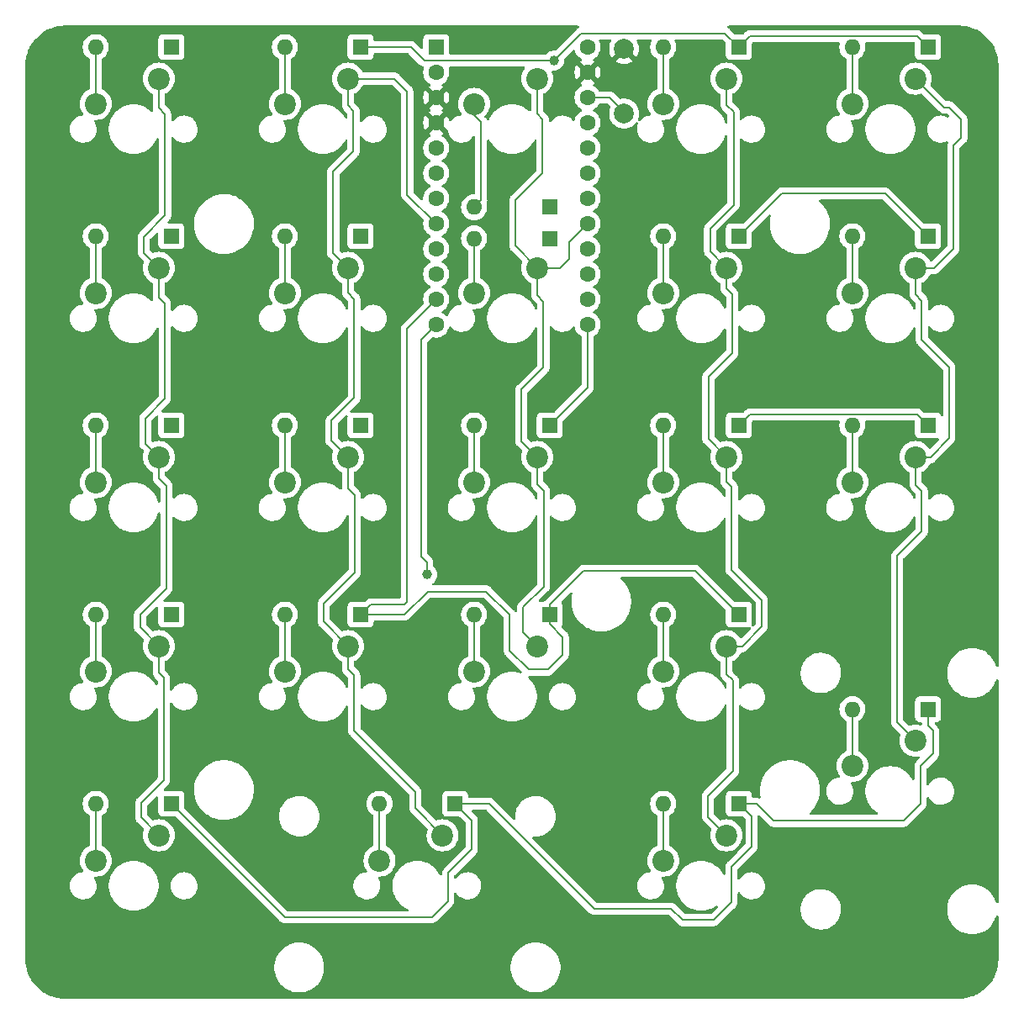
<source format=gbl>
%TF.GenerationSoftware,KiCad,Pcbnew,(6.0.4-0)*%
%TF.CreationDate,2022-04-04T05:09:49+09:00*%
%TF.ProjectId,mytenkey,6d797465-6e6b-4657-992e-6b696361645f,rev?*%
%TF.SameCoordinates,Original*%
%TF.FileFunction,Copper,L2,Bot*%
%TF.FilePolarity,Positive*%
%FSLAX46Y46*%
G04 Gerber Fmt 4.6, Leading zero omitted, Abs format (unit mm)*
G04 Created by KiCad (PCBNEW (6.0.4-0)) date 2022-04-04 05:09:49*
%MOMM*%
%LPD*%
G01*
G04 APERTURE LIST*
%TA.AperFunction,ComponentPad*%
%ADD10R,1.600000X1.600000*%
%TD*%
%TA.AperFunction,ComponentPad*%
%ADD11O,1.600000X1.600000*%
%TD*%
%TA.AperFunction,ComponentPad*%
%ADD12C,2.200000*%
%TD*%
%TA.AperFunction,ComponentPad*%
%ADD13C,1.600000*%
%TD*%
%TA.AperFunction,ComponentPad*%
%ADD14C,2.000000*%
%TD*%
%TA.AperFunction,ViaPad*%
%ADD15C,1.000000*%
%TD*%
%TA.AperFunction,Conductor*%
%ADD16C,0.200000*%
%TD*%
G04 APERTURE END LIST*
D10*
%TO.P,D23,1,K*%
%TO.N,R5*%
X171910000Y-114850000D03*
D11*
%TO.P,D23,2,A*%
%TO.N,Net-(D23-Pad2)*%
X164290000Y-114850000D03*
%TD*%
D12*
%TO.P,SW22,1,1*%
%TO.N,C5*%
X170640000Y-89450000D03*
%TO.P,SW22,2,2*%
%TO.N,Net-(D22-Pad2)*%
X164290000Y-91990000D03*
%TD*%
%TO.P,SW15,1,1*%
%TO.N,C4*%
X151590000Y-51350000D03*
%TO.P,SW15,2,2*%
%TO.N,Net-(D15-Pad2)*%
X145240000Y-53890000D03*
%TD*%
%TO.P,SW3,1,1*%
%TO.N,C1*%
X94440000Y-89450000D03*
%TO.P,SW3,2,2*%
%TO.N,Net-(D3-Pad2)*%
X88090000Y-91990000D03*
%TD*%
D10*
%TO.P,D1,1,K*%
%TO.N,R1*%
X95710000Y-48175000D03*
D11*
%TO.P,D1,2,A*%
%TO.N,Net-(D1-Pad2)*%
X88090000Y-48175000D03*
%TD*%
D10*
%TO.P,D8,1,K*%
%TO.N,R3*%
X114760000Y-86275000D03*
D11*
%TO.P,D8,2,A*%
%TO.N,Net-(D8-Pad2)*%
X107140000Y-86275000D03*
%TD*%
D10*
%TO.P,D4,1,K*%
%TO.N,R4*%
X95710000Y-105325000D03*
D11*
%TO.P,D4,2,A*%
%TO.N,Net-(D4-Pad2)*%
X88090000Y-105325000D03*
%TD*%
D10*
%TO.P,D22,1,K*%
%TO.N,R3*%
X171910000Y-86275000D03*
D11*
%TO.P,D22,2,A*%
%TO.N,Net-(D22-Pad2)*%
X164290000Y-86275000D03*
%TD*%
D12*
%TO.P,SW19,1,1*%
%TO.N,C4*%
X151590000Y-127550000D03*
%TO.P,SW19,2,2*%
%TO.N,Net-(D19-Pad2)*%
X145240000Y-130090000D03*
%TD*%
D10*
%TO.P,D10,1,K*%
%TO.N,R5*%
X124285000Y-124375000D03*
D11*
%TO.P,D10,2,A*%
%TO.N,Net-(D10-Pad2)*%
X116665000Y-124375000D03*
%TD*%
D10*
%TO.P,D20,1,K*%
%TO.N,R1*%
X171910000Y-48175000D03*
D11*
%TO.P,D20,2,A*%
%TO.N,Net-(D20-Pad2)*%
X164290000Y-48175000D03*
%TD*%
D10*
%TO.P,D5,1,K*%
%TO.N,R5*%
X95710000Y-124375000D03*
D11*
%TO.P,D5,2,A*%
%TO.N,Net-(D5-Pad2)*%
X88090000Y-124375000D03*
%TD*%
D10*
%TO.P,D13,1,K*%
%TO.N,R3*%
X133810000Y-86275000D03*
D11*
%TO.P,D13,2,A*%
%TO.N,Net-(D13-Pad2)*%
X126190000Y-86275000D03*
%TD*%
D12*
%TO.P,SW7,1,1*%
%TO.N,C2*%
X113490000Y-70400000D03*
%TO.P,SW7,2,2*%
%TO.N,Net-(D7-Pad2)*%
X107140000Y-72940000D03*
%TD*%
D10*
%TO.P,D16,1,K*%
%TO.N,R2*%
X152860000Y-67225000D03*
D11*
%TO.P,D16,2,A*%
%TO.N,Net-(D16-Pad2)*%
X145240000Y-67225000D03*
%TD*%
D10*
%TO.P,U1,1,TX*%
%TO.N,unconnected-(U1-Pad1)*%
X122380000Y-48175000D03*
D13*
%TO.P,U1,2,RX*%
%TO.N,unconnected-(U1-Pad2)*%
X122380000Y-50715000D03*
%TO.P,U1,3,GND*%
%TO.N,GND*%
X122380000Y-53255000D03*
%TO.P,U1,4,GND*%
X122380000Y-55795000D03*
%TO.P,U1,5,SDA*%
%TO.N,unconnected-(U1-Pad5)*%
X122380000Y-58335000D03*
%TO.P,U1,6,SCL*%
%TO.N,unconnected-(U1-Pad6)*%
X122380000Y-60875000D03*
%TO.P,U1,7,D4*%
%TO.N,C1*%
X122380000Y-63415000D03*
%TO.P,U1,8,C6*%
%TO.N,C2*%
X122380000Y-65955000D03*
%TO.P,U1,9,D7*%
%TO.N,unconnected-(U1-Pad9)*%
X122380000Y-68495000D03*
%TO.P,U1,10,E6*%
%TO.N,unconnected-(U1-Pad10)*%
X122380000Y-71035000D03*
%TO.P,U1,11,B4*%
%TO.N,R4*%
X122380000Y-73575000D03*
%TO.P,U1,12,B5*%
%TO.N,R5*%
X122380000Y-76115000D03*
%TO.P,U1,13,B6*%
%TO.N,R3*%
X137620000Y-76115000D03*
%TO.P,U1,14,B2*%
%TO.N,C4*%
X137620000Y-73575000D03*
%TO.P,U1,15,B3*%
%TO.N,unconnected-(U1-Pad15)*%
X137620000Y-71035000D03*
%TO.P,U1,16,B1*%
%TO.N,unconnected-(U1-Pad16)*%
X137620000Y-68495000D03*
%TO.P,U1,17,F7*%
%TO.N,C3*%
X137620000Y-65955000D03*
%TO.P,U1,18,F6*%
%TO.N,R2*%
X137620000Y-63415000D03*
%TO.P,U1,19,F5*%
%TO.N,R1*%
X137620000Y-60875000D03*
%TO.P,U1,20,F4*%
%TO.N,C5*%
X137620000Y-58335000D03*
%TO.P,U1,21,VCC*%
%TO.N,VCC*%
X137620000Y-55795000D03*
%TO.P,U1,22,RST*%
%TO.N,Net-(SW24-Pad1)*%
X137620000Y-53255000D03*
%TO.P,U1,23,GND*%
%TO.N,GND*%
X137620000Y-50715000D03*
%TO.P,U1,24,RAW*%
%TO.N,unconnected-(U1-Pad24)*%
X137620000Y-48175000D03*
%TD*%
D12*
%TO.P,SW18,1,1*%
%TO.N,C4*%
X151590000Y-108500000D03*
%TO.P,SW18,2,2*%
%TO.N,Net-(D18-Pad2)*%
X145240000Y-111040000D03*
%TD*%
%TO.P,SW5,1,1*%
%TO.N,C1*%
X94440000Y-127550000D03*
%TO.P,SW5,2,2*%
%TO.N,Net-(D5-Pad2)*%
X88090000Y-130090000D03*
%TD*%
D10*
%TO.P,D7,1,K*%
%TO.N,R2*%
X114760000Y-67225000D03*
D11*
%TO.P,D7,2,A*%
%TO.N,Net-(D7-Pad2)*%
X107140000Y-67225000D03*
%TD*%
D10*
%TO.P,D21,1,K*%
%TO.N,R2*%
X171910000Y-67225000D03*
D11*
%TO.P,D21,2,A*%
%TO.N,Net-(D21-Pad2)*%
X164290000Y-67225000D03*
%TD*%
D12*
%TO.P,SW12,1,1*%
%TO.N,C3*%
X132540000Y-70400000D03*
%TO.P,SW12,2,2*%
%TO.N,Net-(D12-Pad2)*%
X126190000Y-72940000D03*
%TD*%
%TO.P,SW16,1,1*%
%TO.N,C4*%
X151590000Y-70400000D03*
%TO.P,SW16,2,2*%
%TO.N,Net-(D16-Pad2)*%
X145240000Y-72940000D03*
%TD*%
%TO.P,SW13,1,1*%
%TO.N,C3*%
X132540000Y-89450000D03*
%TO.P,SW13,2,2*%
%TO.N,Net-(D13-Pad2)*%
X126190000Y-91990000D03*
%TD*%
D10*
%TO.P,D11,1,K*%
%TO.N,R1*%
X133810000Y-64300000D03*
D11*
%TO.P,D11,2,A*%
%TO.N,Net-(D11-Pad2)*%
X126190000Y-64300000D03*
%TD*%
D10*
%TO.P,D17,1,K*%
%TO.N,R3*%
X152860000Y-86275000D03*
D11*
%TO.P,D17,2,A*%
%TO.N,Net-(D17-Pad2)*%
X145240000Y-86275000D03*
%TD*%
D12*
%TO.P,SW4,1,1*%
%TO.N,C1*%
X94440000Y-108500000D03*
%TO.P,SW4,2,2*%
%TO.N,Net-(D4-Pad2)*%
X88090000Y-111040000D03*
%TD*%
%TO.P,SW6,1,1*%
%TO.N,C2*%
X113490000Y-51350000D03*
%TO.P,SW6,2,2*%
%TO.N,Net-(D6-Pad2)*%
X107140000Y-53890000D03*
%TD*%
%TO.P,SW9,1,1*%
%TO.N,C2*%
X113490000Y-108500000D03*
%TO.P,SW9,2,2*%
%TO.N,Net-(D9-Pad2)*%
X107140000Y-111040000D03*
%TD*%
%TO.P,SW21,1,1*%
%TO.N,C5*%
X170640000Y-70400000D03*
%TO.P,SW21,2,2*%
%TO.N,Net-(D21-Pad2)*%
X164290000Y-72940000D03*
%TD*%
D10*
%TO.P,D2,1,K*%
%TO.N,R2*%
X95710000Y-67225000D03*
D11*
%TO.P,D2,2,A*%
%TO.N,Net-(D2-Pad2)*%
X88090000Y-67225000D03*
%TD*%
D12*
%TO.P,SW20,1,1*%
%TO.N,C5*%
X170640000Y-51350000D03*
%TO.P,SW20,2,2*%
%TO.N,Net-(D20-Pad2)*%
X164290000Y-53890000D03*
%TD*%
D10*
%TO.P,D12,1,K*%
%TO.N,R2*%
X133810000Y-67437000D03*
D11*
%TO.P,D12,2,A*%
%TO.N,Net-(D12-Pad2)*%
X126190000Y-67437000D03*
%TD*%
D10*
%TO.P,D9,1,K*%
%TO.N,R4*%
X114760000Y-105325000D03*
D11*
%TO.P,D9,2,A*%
%TO.N,Net-(D9-Pad2)*%
X107140000Y-105325000D03*
%TD*%
D12*
%TO.P,SW17,1,1*%
%TO.N,C4*%
X151590000Y-89450000D03*
%TO.P,SW17,2,2*%
%TO.N,Net-(D17-Pad2)*%
X145240000Y-91990000D03*
%TD*%
%TO.P,SW23,1,1*%
%TO.N,C5*%
X170640000Y-118025000D03*
%TO.P,SW23,2,2*%
%TO.N,Net-(D23-Pad2)*%
X164290000Y-120565000D03*
%TD*%
%TO.P,SW8,1,1*%
%TO.N,C2*%
X113490000Y-89450000D03*
%TO.P,SW8,2,2*%
%TO.N,Net-(D8-Pad2)*%
X107140000Y-91990000D03*
%TD*%
D10*
%TO.P,D18,1,K*%
%TO.N,R4*%
X152860000Y-105325000D03*
D11*
%TO.P,D18,2,A*%
%TO.N,Net-(D18-Pad2)*%
X145240000Y-105325000D03*
%TD*%
D12*
%TO.P,SW14,1,1*%
%TO.N,C3*%
X132540000Y-108500000D03*
%TO.P,SW14,2,2*%
%TO.N,Net-(D14-Pad2)*%
X126190000Y-111040000D03*
%TD*%
%TO.P,SW10,1,1*%
%TO.N,C2*%
X123015000Y-127550000D03*
%TO.P,SW10,2,2*%
%TO.N,Net-(D10-Pad2)*%
X116665000Y-130090000D03*
%TD*%
D10*
%TO.P,D3,1,K*%
%TO.N,R3*%
X95710000Y-86275000D03*
D11*
%TO.P,D3,2,A*%
%TO.N,Net-(D3-Pad2)*%
X88090000Y-86275000D03*
%TD*%
D10*
%TO.P,D6,1,K*%
%TO.N,R1*%
X114760000Y-48175000D03*
D11*
%TO.P,D6,2,A*%
%TO.N,Net-(D6-Pad2)*%
X107140000Y-48175000D03*
%TD*%
D12*
%TO.P,SW11,1,1*%
%TO.N,C3*%
X132540000Y-51350000D03*
%TO.P,SW11,2,2*%
%TO.N,Net-(D11-Pad2)*%
X126190000Y-53890000D03*
%TD*%
D10*
%TO.P,D14,1,K*%
%TO.N,R4*%
X133810000Y-105325000D03*
D11*
%TO.P,D14,2,A*%
%TO.N,Net-(D14-Pad2)*%
X126190000Y-105325000D03*
%TD*%
D12*
%TO.P,SW1,1,1*%
%TO.N,C1*%
X94440000Y-51350000D03*
%TO.P,SW1,2,2*%
%TO.N,Net-(D1-Pad2)*%
X88090000Y-53890000D03*
%TD*%
%TO.P,SW2,1,1*%
%TO.N,C1*%
X94440000Y-70400000D03*
%TO.P,SW2,2,2*%
%TO.N,Net-(D2-Pad2)*%
X88090000Y-72940000D03*
%TD*%
D10*
%TO.P,D15,1,K*%
%TO.N,R1*%
X152860000Y-48175000D03*
D11*
%TO.P,D15,2,A*%
%TO.N,Net-(D15-Pad2)*%
X145240000Y-48175000D03*
%TD*%
D10*
%TO.P,D19,1,K*%
%TO.N,R5*%
X152860000Y-124375000D03*
D11*
%TO.P,D19,2,A*%
%TO.N,Net-(D19-Pad2)*%
X145240000Y-124375000D03*
%TD*%
D14*
%TO.P,SW24,1,1*%
%TO.N,Net-(SW24-Pad1)*%
X141300200Y-54861600D03*
%TO.P,SW24,2,2*%
%TO.N,GND*%
X141300200Y-48361600D03*
%TD*%
D15*
%TO.N,R1*%
X134233000Y-49530000D03*
%TO.N,R5*%
X121488200Y-101295200D03*
%TD*%
D16*
%TO.N,R1*%
X121195000Y-49530000D02*
X134233000Y-49530000D01*
X151463000Y-46778000D02*
X152860000Y-48175000D01*
X153959511Y-47075489D02*
X170810489Y-47075489D01*
X170810489Y-47075489D02*
X171910000Y-48175000D01*
X134233000Y-49530000D02*
X136985000Y-46778000D01*
X114760000Y-48175000D02*
X119840000Y-48175000D01*
X119840000Y-48175000D02*
X121195000Y-49530000D01*
X136985000Y-46778000D02*
X151463000Y-46778000D01*
X152860000Y-48175000D02*
X153959511Y-47075489D01*
%TO.N,Net-(D1-Pad2)*%
X88090000Y-48175000D02*
X88090000Y-53890000D01*
%TO.N,R2*%
X157184521Y-62900479D02*
X152860000Y-67225000D01*
X171910000Y-67225000D02*
X167585479Y-62900479D01*
X167585479Y-62900479D02*
X157184521Y-62900479D01*
%TO.N,Net-(D2-Pad2)*%
X88090000Y-67225000D02*
X88090000Y-72940000D01*
%TO.N,R3*%
X153959511Y-85175489D02*
X152860000Y-86275000D01*
X137620000Y-82465000D02*
X133810000Y-86275000D01*
X171910000Y-86275000D02*
X170810489Y-85175489D01*
X170810489Y-85175489D02*
X153959511Y-85175489D01*
X137620000Y-76115000D02*
X137620000Y-82465000D01*
%TO.N,Net-(D3-Pad2)*%
X88090000Y-86275000D02*
X88090000Y-91990000D01*
%TO.N,R4*%
X129685500Y-105264500D02*
X129794000Y-105373000D01*
X119151400Y-104292400D02*
X115792600Y-104292400D01*
X135128000Y-109347000D02*
X135128000Y-107569000D01*
X119416701Y-104027099D02*
X119151400Y-104292400D01*
X133607000Y-110868000D02*
X135128000Y-109347000D01*
X131696000Y-110868000D02*
X133607000Y-110868000D01*
X129685500Y-105264500D02*
X129746000Y-105325000D01*
X115792600Y-104292400D02*
X114760000Y-105325000D01*
X152860000Y-105325000D02*
X148435479Y-100900479D01*
X121533000Y-102997000D02*
X127418000Y-102997000D01*
X135128000Y-107569000D02*
X133810000Y-106251000D01*
X137234521Y-100900479D02*
X133810000Y-104325000D01*
X119416701Y-76538299D02*
X119416701Y-104027099D01*
X148435479Y-100900479D02*
X137234521Y-100900479D01*
X129794000Y-108966000D02*
X131696000Y-110868000D01*
X127418000Y-102997000D02*
X129685500Y-105264500D01*
X133810000Y-106251000D02*
X133810000Y-105325000D01*
X129794000Y-105373000D02*
X129794000Y-108966000D01*
X122380000Y-73575000D02*
X119416701Y-76538299D01*
X119205000Y-105325000D02*
X121533000Y-102997000D01*
X133810000Y-104325000D02*
X133810000Y-105325000D01*
X114760000Y-105325000D02*
X119205000Y-105325000D01*
%TO.N,Net-(D4-Pad2)*%
X88090000Y-105325000D02*
X88090000Y-111040000D01*
%TO.N,R5*%
X121462800Y-100050600D02*
X121462800Y-101269800D01*
X121928800Y-135805000D02*
X107140000Y-135805000D01*
X171910000Y-116538000D02*
X171910000Y-114850000D01*
X121462800Y-101269800D02*
X121488200Y-101295200D01*
X172418000Y-117046000D02*
X171910000Y-116538000D01*
X146050000Y-134950200D02*
X138289200Y-134950200D01*
X154130000Y-125645000D02*
X154130000Y-128693000D01*
X172418000Y-119295000D02*
X172418000Y-117046000D01*
X124285000Y-124375000D02*
X125958600Y-126048600D01*
X154638000Y-124375000D02*
X156362521Y-126099521D01*
X138289200Y-134950200D02*
X127714000Y-124375000D01*
X171148000Y-124375000D02*
X171148000Y-120565000D01*
X127714000Y-124375000D02*
X124285000Y-124375000D01*
X153114000Y-129709000D02*
X153114000Y-129715000D01*
X153114000Y-129715000D02*
X152120600Y-130708400D01*
X152860000Y-124375000D02*
X154130000Y-125645000D01*
X147193000Y-136093200D02*
X146050000Y-134950200D01*
X152120600Y-134289800D02*
X150317200Y-136093200D01*
X171148000Y-120565000D02*
X172418000Y-119295000D01*
X152120600Y-130708400D02*
X152120600Y-134289800D01*
X120878600Y-77616400D02*
X120878600Y-99466400D01*
X150317200Y-136093200D02*
X147193000Y-136093200D01*
X125958600Y-126048600D02*
X125958600Y-128955800D01*
X107140000Y-135805000D02*
X95710000Y-124375000D01*
X156362521Y-126099521D02*
X169423479Y-126099521D01*
X125958600Y-128955800D02*
X123571000Y-131343400D01*
X154130000Y-128693000D02*
X153114000Y-129709000D01*
X123571000Y-131343400D02*
X123571000Y-134162800D01*
X169423479Y-126099521D02*
X171148000Y-124375000D01*
X123571000Y-134162800D02*
X121928800Y-135805000D01*
X152860000Y-124375000D02*
X154638000Y-124375000D01*
X120878600Y-99466400D02*
X121462800Y-100050600D01*
X122380000Y-76115000D02*
X120878600Y-77616400D01*
%TO.N,Net-(D5-Pad2)*%
X88090000Y-124375000D02*
X88090000Y-130090000D01*
%TO.N,Net-(D6-Pad2)*%
X107140000Y-48175000D02*
X107140000Y-53890000D01*
%TO.N,Net-(D7-Pad2)*%
X107140000Y-67225000D02*
X107140000Y-72940000D01*
%TO.N,Net-(D8-Pad2)*%
X107140000Y-86275000D02*
X107140000Y-91990000D01*
%TO.N,Net-(D9-Pad2)*%
X107140000Y-105325000D02*
X107140000Y-111040000D01*
%TO.N,Net-(D10-Pad2)*%
X116665000Y-124375000D02*
X116665000Y-130090000D01*
%TO.N,Net-(D11-Pad2)*%
X126898400Y-63591600D02*
X126190000Y-64300000D01*
X126190000Y-55019200D02*
X126898400Y-55727600D01*
X126898400Y-55727600D02*
X126898400Y-63591600D01*
X126190000Y-53890000D02*
X126190000Y-55019200D01*
%TO.N,Net-(D12-Pad2)*%
X126190000Y-67437000D02*
X126190000Y-72940000D01*
%TO.N,Net-(D13-Pad2)*%
X126190000Y-86275000D02*
X126190000Y-91990000D01*
%TO.N,Net-(D14-Pad2)*%
X126190000Y-105325000D02*
X126190000Y-111040000D01*
%TO.N,Net-(D15-Pad2)*%
X145240000Y-48175000D02*
X145240000Y-53890000D01*
%TO.N,Net-(D16-Pad2)*%
X145240000Y-67225000D02*
X145240000Y-72940000D01*
%TO.N,Net-(D17-Pad2)*%
X145240000Y-91990000D02*
X145240000Y-86275000D01*
%TO.N,Net-(D18-Pad2)*%
X145240000Y-111040000D02*
X145240000Y-105325000D01*
%TO.N,Net-(D19-Pad2)*%
X145240000Y-130090000D02*
X145240000Y-124375000D01*
%TO.N,Net-(D20-Pad2)*%
X164290000Y-48175000D02*
X164290000Y-53890000D01*
%TO.N,Net-(D21-Pad2)*%
X164290000Y-72940000D02*
X164290000Y-67225000D01*
%TO.N,Net-(D22-Pad2)*%
X164290000Y-91990000D02*
X164290000Y-86275000D01*
%TO.N,Net-(D23-Pad2)*%
X164290000Y-120565000D02*
X164290000Y-114850000D01*
%TO.N,C1*%
X94945200Y-122021600D02*
X92659200Y-124307600D01*
X92916000Y-67275800D02*
X95075000Y-65116800D01*
X95199200Y-92354400D02*
X95199200Y-102666800D01*
X95049600Y-73981400D02*
X95049600Y-83582600D01*
X92916000Y-68876000D02*
X94440000Y-70400000D01*
X94440000Y-91595200D02*
X95199200Y-92354400D01*
X94440000Y-70400000D02*
X94440000Y-73371800D01*
X94440000Y-54271000D02*
X94440000Y-51350000D01*
X92659200Y-124307600D02*
X92659200Y-125769200D01*
X92557600Y-105308400D02*
X92557600Y-106617600D01*
X93093800Y-88103800D02*
X94440000Y-89450000D01*
X94945200Y-111709200D02*
X94945200Y-122021600D01*
X94440000Y-111204000D02*
X94945200Y-111709200D01*
X94440000Y-108500000D02*
X94440000Y-111204000D01*
X95075000Y-65116800D02*
X95075000Y-54906000D01*
X92916000Y-68876000D02*
X92916000Y-67275800D01*
X95049600Y-83582600D02*
X93068400Y-85563800D01*
X92659200Y-125769200D02*
X94440000Y-127550000D01*
X95075000Y-54906000D02*
X94440000Y-54271000D01*
X92557600Y-106617600D02*
X94440000Y-108500000D01*
X93068400Y-85563800D02*
X93068400Y-88103800D01*
X95199200Y-102666800D02*
X92557600Y-105308400D01*
X93068400Y-88103800D02*
X93093800Y-88103800D01*
X94440000Y-73371800D02*
X95049600Y-73981400D01*
X94440000Y-89450000D02*
X94440000Y-91595200D01*
%TO.N,C2*%
X114122200Y-73533000D02*
X114122200Y-83515200D01*
X113487200Y-91643200D02*
X113487200Y-92608400D01*
X113490000Y-70400000D02*
X112014000Y-68924000D01*
X122380000Y-65955000D02*
X119459000Y-63034000D01*
X114173000Y-101092000D02*
X111023400Y-104241600D01*
X113487200Y-92608400D02*
X114173000Y-93294200D01*
X114046000Y-54610000D02*
X113490000Y-54054000D01*
X112014000Y-68924000D02*
X112014000Y-60706000D01*
X120269000Y-124804000D02*
X123015000Y-127550000D01*
X114122200Y-111455200D02*
X114122200Y-117017800D01*
X111023400Y-104241600D02*
X111023400Y-106033400D01*
X113490000Y-91640400D02*
X113487200Y-91643200D01*
X111023400Y-106033400D02*
X113490000Y-108500000D01*
X114122200Y-83515200D02*
X111836200Y-85801200D01*
X113490000Y-54054000D02*
X113490000Y-51350000D01*
X118189000Y-51350000D02*
X113490000Y-51350000D01*
X114122200Y-117017800D02*
X120269000Y-123164600D01*
X113490000Y-110823000D02*
X114122200Y-111455200D01*
X119459000Y-52620000D02*
X118189000Y-51350000D01*
X120269000Y-123164600D02*
X120269000Y-124804000D01*
X111836200Y-87796200D02*
X113490000Y-89450000D01*
X111836200Y-85801200D02*
X111836200Y-87796200D01*
X113490000Y-108500000D02*
X113490000Y-110823000D01*
X119459000Y-63034000D02*
X119459000Y-52620000D01*
X113490000Y-72900800D02*
X114122200Y-73533000D01*
X114173000Y-93294200D02*
X114173000Y-101092000D01*
X113490000Y-70400000D02*
X113490000Y-72900800D01*
X113490000Y-89450000D02*
X113490000Y-91640400D01*
X112014000Y-60706000D02*
X114046000Y-58674000D01*
X114046000Y-58674000D02*
X114046000Y-54610000D01*
%TO.N,C3*%
X130327400Y-63601600D02*
X133096000Y-60833000D01*
X135763000Y-69469000D02*
X134832000Y-70400000D01*
X134832000Y-70400000D02*
X132540000Y-70400000D01*
X135763000Y-67812000D02*
X135763000Y-69469000D01*
X132540000Y-70400000D02*
X130327400Y-68187400D01*
X133172200Y-73812400D02*
X132540000Y-73180200D01*
X133197600Y-92837000D02*
X133197600Y-102514400D01*
X131140200Y-104571800D02*
X131140200Y-107100200D01*
X132540000Y-54892200D02*
X132540000Y-51350000D01*
X133197600Y-102514400D02*
X131140200Y-104571800D01*
X132540000Y-89450000D02*
X132540000Y-92179400D01*
X132540000Y-89450000D02*
X130962400Y-87872400D01*
X132540000Y-92179400D02*
X133197600Y-92837000D01*
X133096000Y-55448200D02*
X132540000Y-54892200D01*
X132540000Y-73180200D02*
X132540000Y-70400000D01*
X133172200Y-80441800D02*
X133172200Y-73812400D01*
X131140200Y-107100200D02*
X132540000Y-108500000D01*
X130962400Y-82651600D02*
X133172200Y-80441800D01*
X137620000Y-65955000D02*
X135763000Y-67812000D01*
X133096000Y-60833000D02*
X133096000Y-55448200D01*
X130327400Y-68187400D02*
X130327400Y-63601600D01*
X130962400Y-87872400D02*
X130962400Y-82651600D01*
%TO.N,C4*%
X151590000Y-111305600D02*
X152247600Y-111963200D01*
X149733000Y-125693000D02*
X151590000Y-127550000D01*
X151590000Y-108500000D02*
X151590000Y-111305600D01*
X152171400Y-73050400D02*
X152171400Y-78994000D01*
X155168600Y-103860600D02*
X155168600Y-106502200D01*
X152323800Y-64058800D02*
X149961600Y-66421000D01*
X149783800Y-87643800D02*
X151590000Y-89450000D01*
X152146000Y-92481400D02*
X152146000Y-100838000D01*
X151590000Y-89450000D02*
X151590000Y-91925400D01*
X149961600Y-68771600D02*
X151590000Y-70400000D01*
X149733000Y-123596400D02*
X149733000Y-125693000D01*
X152171400Y-78994000D02*
X149783800Y-81381600D01*
X149961600Y-66421000D02*
X149961600Y-68771600D01*
X149783800Y-81381600D02*
X149783800Y-87643800D01*
X151590000Y-51350000D02*
X151590000Y-53977800D01*
X153170800Y-108500000D02*
X151590000Y-108500000D01*
X151590000Y-70400000D02*
X151590000Y-72469000D01*
X152247600Y-111963200D02*
X152247600Y-121081800D01*
X152247600Y-121081800D02*
X149733000Y-123596400D01*
X151590000Y-72469000D02*
X152171400Y-73050400D01*
X151590000Y-91925400D02*
X152146000Y-92481400D01*
X152323800Y-54711600D02*
X152323800Y-64058800D01*
X155168600Y-106502200D02*
X153170800Y-108500000D01*
X152146000Y-100838000D02*
X155168600Y-103860600D01*
X151590000Y-53977800D02*
X152323800Y-54711600D01*
%TO.N,C5*%
X175260000Y-55448200D02*
X174040800Y-54229000D01*
X174450000Y-58112400D02*
X175260000Y-57302400D01*
X174040800Y-54229000D02*
X173519000Y-54229000D01*
X175260000Y-57302400D02*
X175260000Y-55448200D01*
X171275000Y-96943000D02*
X171275000Y-92879000D01*
X174040800Y-87573200D02*
X172164000Y-89450000D01*
X170640000Y-73067000D02*
X171275000Y-73702000D01*
X171275000Y-73702000D02*
X171275000Y-77639000D01*
X171275000Y-77639000D02*
X174040800Y-80404800D01*
X174450000Y-68495000D02*
X174450000Y-58112400D01*
X171275000Y-92879000D02*
X170640000Y-92244000D01*
X170640000Y-118025000D02*
X168783000Y-116168000D01*
X170640000Y-92244000D02*
X170640000Y-89450000D01*
X168783000Y-99435000D02*
X171275000Y-96943000D01*
X172164000Y-89450000D02*
X170640000Y-89450000D01*
X173519000Y-54229000D02*
X170640000Y-51350000D01*
X172545000Y-70400000D02*
X174450000Y-68495000D01*
X170640000Y-70400000D02*
X172545000Y-70400000D01*
X168783000Y-116168000D02*
X168783000Y-99435000D01*
X170640000Y-70400000D02*
X170640000Y-73067000D01*
X174040800Y-80404800D02*
X174040800Y-87573200D01*
%TO.N,Net-(SW24-Pad1)*%
X139869000Y-53255000D02*
X141478000Y-54864000D01*
X137620000Y-53255000D02*
X139869000Y-53255000D01*
%TD*%
%TA.AperFunction,Conductor*%
%TO.N,GND*%
G36*
X136706638Y-46020502D02*
G01*
X136753131Y-46074158D01*
X136763235Y-46144432D01*
X136733741Y-46209012D01*
X136692612Y-46238672D01*
X136692908Y-46239185D01*
X136687855Y-46242102D01*
X136686738Y-46242908D01*
X136678124Y-46246476D01*
X136646715Y-46270577D01*
X136582937Y-46319515D01*
X136582921Y-46319529D01*
X136557566Y-46338984D01*
X136557563Y-46338987D01*
X136551013Y-46344013D01*
X136545983Y-46350568D01*
X136531548Y-46369379D01*
X136520681Y-46381770D01*
X134414443Y-48488008D01*
X134352131Y-48522034D01*
X134312178Y-48524223D01*
X134246204Y-48517289D01*
X134246202Y-48517289D01*
X134240075Y-48516645D01*
X134180860Y-48522034D01*
X134049251Y-48534011D01*
X134049248Y-48534012D01*
X134043112Y-48534570D01*
X134037206Y-48536308D01*
X134037202Y-48536309D01*
X133954199Y-48560738D01*
X133853381Y-48590410D01*
X133847923Y-48593263D01*
X133847919Y-48593265D01*
X133779135Y-48629225D01*
X133678110Y-48682040D01*
X133523975Y-48805968D01*
X133520016Y-48810686D01*
X133520008Y-48810694D01*
X133464798Y-48876491D01*
X133405689Y-48915818D01*
X133368277Y-48921500D01*
X123814500Y-48921500D01*
X123746379Y-48901498D01*
X123699886Y-48847842D01*
X123688500Y-48795500D01*
X123688500Y-47326866D01*
X123681745Y-47264684D01*
X123630615Y-47128295D01*
X123543261Y-47011739D01*
X123426705Y-46924385D01*
X123290316Y-46873255D01*
X123228134Y-46866500D01*
X121531866Y-46866500D01*
X121469684Y-46873255D01*
X121333295Y-46924385D01*
X121216739Y-47011739D01*
X121129385Y-47128295D01*
X121078255Y-47264684D01*
X121071500Y-47326866D01*
X121071500Y-48241761D01*
X121051498Y-48309882D01*
X120997842Y-48356375D01*
X120927568Y-48366479D01*
X120862988Y-48336985D01*
X120856405Y-48330856D01*
X120304315Y-47778766D01*
X120293448Y-47766375D01*
X120279013Y-47747563D01*
X120273987Y-47741013D01*
X120242075Y-47716526D01*
X120242072Y-47716523D01*
X120214512Y-47695375D01*
X120153429Y-47648504D01*
X120153427Y-47648503D01*
X120146876Y-47643476D01*
X119998851Y-47582162D01*
X119990664Y-47581084D01*
X119990663Y-47581084D01*
X119979458Y-47579609D01*
X119948262Y-47575502D01*
X119879885Y-47566500D01*
X119879882Y-47566500D01*
X119879874Y-47566499D01*
X119848189Y-47562328D01*
X119840000Y-47561250D01*
X119808307Y-47565422D01*
X119791864Y-47566500D01*
X116194500Y-47566500D01*
X116126379Y-47546498D01*
X116079886Y-47492842D01*
X116068500Y-47440500D01*
X116068500Y-47326866D01*
X116061745Y-47264684D01*
X116010615Y-47128295D01*
X115923261Y-47011739D01*
X115806705Y-46924385D01*
X115670316Y-46873255D01*
X115608134Y-46866500D01*
X113911866Y-46866500D01*
X113849684Y-46873255D01*
X113713295Y-46924385D01*
X113596739Y-47011739D01*
X113509385Y-47128295D01*
X113458255Y-47264684D01*
X113451500Y-47326866D01*
X113451500Y-49023134D01*
X113458255Y-49085316D01*
X113509385Y-49221705D01*
X113596739Y-49338261D01*
X113713295Y-49425615D01*
X113849684Y-49476745D01*
X113911866Y-49483500D01*
X115608134Y-49483500D01*
X115670316Y-49476745D01*
X115806705Y-49425615D01*
X115923261Y-49338261D01*
X116010615Y-49221705D01*
X116061745Y-49085316D01*
X116068500Y-49023134D01*
X116068500Y-48909500D01*
X116088502Y-48841379D01*
X116142158Y-48794886D01*
X116194500Y-48783500D01*
X119535761Y-48783500D01*
X119603882Y-48803502D01*
X119624856Y-48820405D01*
X120730685Y-49926234D01*
X120741552Y-49938625D01*
X120761013Y-49963987D01*
X120792925Y-49988474D01*
X120792928Y-49988477D01*
X120844528Y-50028071D01*
X120888125Y-50061524D01*
X121036150Y-50122838D01*
X121044338Y-50123916D01*
X121052314Y-50126053D01*
X121051393Y-50129491D01*
X121101327Y-50151503D01*
X121140497Y-50210717D01*
X121141787Y-50280420D01*
X121088280Y-50480111D01*
X121086457Y-50486913D01*
X121066502Y-50715000D01*
X121086457Y-50943087D01*
X121087881Y-50948400D01*
X121087881Y-50948402D01*
X121125025Y-51087022D01*
X121145716Y-51164243D01*
X121148039Y-51169224D01*
X121148039Y-51169225D01*
X121240151Y-51366762D01*
X121240154Y-51366767D01*
X121242477Y-51371749D01*
X121373802Y-51559300D01*
X121535700Y-51721198D01*
X121540208Y-51724355D01*
X121540211Y-51724357D01*
X121618389Y-51779098D01*
X121723251Y-51852523D01*
X121728233Y-51854846D01*
X121728238Y-51854849D01*
X121763049Y-51871081D01*
X121816334Y-51917998D01*
X121835795Y-51986275D01*
X121815253Y-52054235D01*
X121763049Y-52099471D01*
X121728489Y-52115586D01*
X121718994Y-52121069D01*
X121666952Y-52157509D01*
X121658576Y-52167988D01*
X121665644Y-52181434D01*
X122367188Y-52882978D01*
X122381132Y-52890592D01*
X122382965Y-52890461D01*
X122389580Y-52886210D01*
X123095077Y-52180713D01*
X123101507Y-52168938D01*
X123092211Y-52156923D01*
X123041006Y-52121069D01*
X123031511Y-52115586D01*
X122996951Y-52099471D01*
X122943666Y-52052554D01*
X122924205Y-51984277D01*
X122944747Y-51916317D01*
X122996951Y-51871081D01*
X123031762Y-51854849D01*
X123031767Y-51854846D01*
X123036749Y-51852523D01*
X123141611Y-51779098D01*
X123219789Y-51724357D01*
X123219792Y-51724355D01*
X123224300Y-51721198D01*
X123386198Y-51559300D01*
X123517523Y-51371749D01*
X123519846Y-51366767D01*
X123519849Y-51366762D01*
X123611961Y-51169225D01*
X123611961Y-51169224D01*
X123614284Y-51164243D01*
X123634976Y-51087022D01*
X123672119Y-50948402D01*
X123672119Y-50948400D01*
X123673543Y-50943087D01*
X123693498Y-50715000D01*
X123673543Y-50486913D01*
X123622685Y-50297110D01*
X123624375Y-50226135D01*
X123664169Y-50167339D01*
X123729433Y-50139391D01*
X123744392Y-50138500D01*
X131186086Y-50138500D01*
X131254207Y-50158502D01*
X131300700Y-50212158D01*
X131310804Y-50282432D01*
X131281897Y-50346331D01*
X131237882Y-50397865D01*
X131237879Y-50397869D01*
X131234672Y-50401624D01*
X131102384Y-50617498D01*
X131100491Y-50622068D01*
X131100489Y-50622072D01*
X131007389Y-50846836D01*
X131005495Y-50851409D01*
X131004340Y-50856221D01*
X130948930Y-51087022D01*
X130946391Y-51097597D01*
X130926526Y-51350000D01*
X130946391Y-51602403D01*
X131005495Y-51848591D01*
X131007388Y-51853162D01*
X131007389Y-51853164D01*
X131090447Y-52053683D01*
X131102384Y-52082502D01*
X131234672Y-52298376D01*
X131399102Y-52490898D01*
X131591624Y-52655328D01*
X131807498Y-52787616D01*
X131812068Y-52789509D01*
X131812072Y-52789511D01*
X131853718Y-52806761D01*
X131908999Y-52851309D01*
X131931500Y-52923170D01*
X131931500Y-54505004D01*
X131911498Y-54573125D01*
X131857842Y-54619618D01*
X131787568Y-54629722D01*
X131720743Y-54597572D01*
X131720582Y-54597767D01*
X131719795Y-54597116D01*
X131717464Y-54595187D01*
X131501848Y-54416814D01*
X131477375Y-54396568D01*
X131210869Y-54227438D01*
X131207290Y-54225754D01*
X131207283Y-54225750D01*
X130928856Y-54094733D01*
X130928852Y-54094731D01*
X130925266Y-54093044D01*
X130625072Y-53995505D01*
X130315020Y-53936359D01*
X130078838Y-53921500D01*
X129921162Y-53921500D01*
X129684980Y-53936359D01*
X129374928Y-53995505D01*
X129074734Y-54093044D01*
X129071148Y-54094731D01*
X129071144Y-54094733D01*
X128792717Y-54225750D01*
X128792710Y-54225754D01*
X128789131Y-54227438D01*
X128522625Y-54396568D01*
X128498152Y-54416814D01*
X128282537Y-54595187D01*
X128279418Y-54597767D01*
X128276704Y-54600657D01*
X128276703Y-54600658D01*
X128258468Y-54620076D01*
X128063346Y-54827860D01*
X128061019Y-54831062D01*
X128061018Y-54831064D01*
X128038506Y-54862049D01*
X127877816Y-55083221D01*
X127875909Y-55086690D01*
X127875907Y-55086693D01*
X127730471Y-55351239D01*
X127725753Y-55359821D01*
X127724300Y-55363490D01*
X127724298Y-55363495D01*
X127683364Y-55466883D01*
X127639689Y-55522857D01*
X127572686Y-55546333D01*
X127503628Y-55529857D01*
X127454439Y-55478661D01*
X127449803Y-55468716D01*
X127433086Y-55428356D01*
X127433083Y-55428352D01*
X127429924Y-55420724D01*
X127356878Y-55325529D01*
X127356874Y-55325525D01*
X127350864Y-55317692D01*
X127337416Y-55300166D01*
X127337413Y-55300163D01*
X127332387Y-55293613D01*
X127316888Y-55281720D01*
X127307021Y-55274148D01*
X127294630Y-55263281D01*
X127282384Y-55251035D01*
X127248358Y-55188723D01*
X127253423Y-55117908D01*
X127289648Y-55066129D01*
X127327142Y-55034106D01*
X127330898Y-55030898D01*
X127495328Y-54838376D01*
X127627616Y-54622502D01*
X127630830Y-54614744D01*
X127722611Y-54393164D01*
X127722612Y-54393162D01*
X127724505Y-54388591D01*
X127752736Y-54271000D01*
X127782454Y-54147216D01*
X127782455Y-54147210D01*
X127783609Y-54142403D01*
X127803474Y-53890000D01*
X127783609Y-53637597D01*
X127781071Y-53627022D01*
X127725660Y-53396221D01*
X127724505Y-53391409D01*
X127714900Y-53368220D01*
X127629511Y-53162072D01*
X127629509Y-53162068D01*
X127627616Y-53157498D01*
X127495328Y-52941624D01*
X127330898Y-52749102D01*
X127138376Y-52584672D01*
X126922502Y-52452384D01*
X126917932Y-52450491D01*
X126917928Y-52450489D01*
X126693164Y-52357389D01*
X126693162Y-52357388D01*
X126688591Y-52355495D01*
X126603968Y-52335179D01*
X126447216Y-52297546D01*
X126447210Y-52297545D01*
X126442403Y-52296391D01*
X126190000Y-52276526D01*
X125937597Y-52296391D01*
X125932790Y-52297545D01*
X125932784Y-52297546D01*
X125776032Y-52335179D01*
X125691409Y-52355495D01*
X125686838Y-52357388D01*
X125686836Y-52357389D01*
X125462072Y-52450489D01*
X125462068Y-52450491D01*
X125457498Y-52452384D01*
X125241624Y-52584672D01*
X125049102Y-52749102D01*
X124884672Y-52941624D01*
X124752384Y-53157498D01*
X124750491Y-53162068D01*
X124750489Y-53162072D01*
X124665100Y-53368220D01*
X124655495Y-53391409D01*
X124654340Y-53396221D01*
X124598930Y-53627022D01*
X124596391Y-53637597D01*
X124576526Y-53890000D01*
X124596391Y-54142403D01*
X124597545Y-54147210D01*
X124597546Y-54147216D01*
X124627264Y-54271000D01*
X124655495Y-54388591D01*
X124657388Y-54393162D01*
X124657389Y-54393164D01*
X124749171Y-54614744D01*
X124752384Y-54622502D01*
X124884672Y-54838376D01*
X124887879Y-54842131D01*
X124887882Y-54842135D01*
X124909404Y-54867333D01*
X124938435Y-54932122D01*
X124927830Y-55002322D01*
X124880956Y-55055645D01*
X124824247Y-55074713D01*
X124779350Y-55078522D01*
X124695591Y-55085629D01*
X124695587Y-55085630D01*
X124690280Y-55086080D01*
X124685125Y-55087418D01*
X124685119Y-55087419D01*
X124472297Y-55142657D01*
X124472293Y-55142658D01*
X124467128Y-55143999D01*
X124462262Y-55146191D01*
X124462259Y-55146192D01*
X124353980Y-55194968D01*
X124256925Y-55238688D01*
X124065681Y-55367441D01*
X123898865Y-55526576D01*
X123886354Y-55543392D01*
X123880288Y-55551544D01*
X123823577Y-55594257D01*
X123752776Y-55599529D01*
X123690365Y-55565687D01*
X123657492Y-55508942D01*
X123615236Y-55351239D01*
X123611490Y-55340947D01*
X123519414Y-55143489D01*
X123513931Y-55133994D01*
X123477491Y-55081952D01*
X123467012Y-55073576D01*
X123453566Y-55080644D01*
X122752022Y-55782188D01*
X122744408Y-55796132D01*
X122744539Y-55797965D01*
X122748790Y-55804580D01*
X123454287Y-56510077D01*
X123493640Y-56531566D01*
X123508738Y-56534851D01*
X123558937Y-56585056D01*
X123571661Y-56619559D01*
X123614093Y-56821791D01*
X123616051Y-56826750D01*
X123616052Y-56826752D01*
X123691288Y-57017259D01*
X123698776Y-57036221D01*
X123701543Y-57040780D01*
X123701544Y-57040783D01*
X123757917Y-57133683D01*
X123818377Y-57233317D01*
X123821874Y-57237347D01*
X123932112Y-57364385D01*
X123969477Y-57407445D01*
X124008014Y-57439043D01*
X124143627Y-57550240D01*
X124143633Y-57550244D01*
X124147755Y-57553624D01*
X124152391Y-57556263D01*
X124152394Y-57556265D01*
X124261422Y-57618327D01*
X124348114Y-57667675D01*
X124564825Y-57746337D01*
X124570074Y-57747286D01*
X124570077Y-57747287D01*
X124787608Y-57786623D01*
X124787615Y-57786624D01*
X124791692Y-57787361D01*
X124809414Y-57788197D01*
X124814356Y-57788430D01*
X124814363Y-57788430D01*
X124815844Y-57788500D01*
X124977890Y-57788500D01*
X125044809Y-57782822D01*
X125144409Y-57774371D01*
X125144413Y-57774370D01*
X125149720Y-57773920D01*
X125154875Y-57772582D01*
X125154881Y-57772581D01*
X125367703Y-57717343D01*
X125367707Y-57717342D01*
X125372872Y-57716001D01*
X125377738Y-57713809D01*
X125377741Y-57713808D01*
X125578202Y-57623507D01*
X125583075Y-57621312D01*
X125774319Y-57492559D01*
X125799954Y-57468105D01*
X125908217Y-57364826D01*
X125941135Y-57333424D01*
X126062811Y-57169886D01*
X126119521Y-57127173D01*
X126190322Y-57121900D01*
X126252734Y-57155743D01*
X126286941Y-57217955D01*
X126289900Y-57245099D01*
X126289900Y-62862304D01*
X126269898Y-62930425D01*
X126216242Y-62976918D01*
X126174882Y-62987825D01*
X126102926Y-62994120D01*
X125967394Y-63005977D01*
X125967389Y-63005978D01*
X125961913Y-63006457D01*
X125956600Y-63007881D01*
X125956598Y-63007881D01*
X125746067Y-63064293D01*
X125746065Y-63064294D01*
X125740757Y-63065716D01*
X125735776Y-63068039D01*
X125735775Y-63068039D01*
X125538238Y-63160151D01*
X125538233Y-63160154D01*
X125533251Y-63162477D01*
X125480304Y-63199551D01*
X125350211Y-63290643D01*
X125350208Y-63290645D01*
X125345700Y-63293802D01*
X125183802Y-63455700D01*
X125180645Y-63460208D01*
X125180643Y-63460211D01*
X125144878Y-63511289D01*
X125052477Y-63643251D01*
X125050154Y-63648233D01*
X125050151Y-63648238D01*
X124961796Y-63837718D01*
X124955716Y-63850757D01*
X124954294Y-63856065D01*
X124954293Y-63856067D01*
X124897881Y-64066598D01*
X124896457Y-64071913D01*
X124876502Y-64300000D01*
X124896457Y-64528087D01*
X124897881Y-64533400D01*
X124897881Y-64533402D01*
X124929332Y-64650776D01*
X124955716Y-64749243D01*
X124958039Y-64754224D01*
X124958039Y-64754225D01*
X125050151Y-64951762D01*
X125050154Y-64951767D01*
X125052477Y-64956749D01*
X125055634Y-64961257D01*
X125163434Y-65115211D01*
X125183802Y-65144300D01*
X125345700Y-65306198D01*
X125350208Y-65309355D01*
X125350211Y-65309357D01*
X125391542Y-65338297D01*
X125533251Y-65437523D01*
X125538233Y-65439846D01*
X125538238Y-65439849D01*
X125707712Y-65518875D01*
X125740757Y-65534284D01*
X125746065Y-65535706D01*
X125746067Y-65535707D01*
X125956598Y-65592119D01*
X125956600Y-65592119D01*
X125961913Y-65593543D01*
X126190000Y-65613498D01*
X126418087Y-65593543D01*
X126423400Y-65592119D01*
X126423402Y-65592119D01*
X126633933Y-65535707D01*
X126633935Y-65535706D01*
X126639243Y-65534284D01*
X126672288Y-65518875D01*
X126841762Y-65439849D01*
X126841767Y-65439846D01*
X126846749Y-65437523D01*
X126988458Y-65338297D01*
X127029789Y-65309357D01*
X127029792Y-65309355D01*
X127034300Y-65306198D01*
X127196198Y-65144300D01*
X127216567Y-65115211D01*
X127324366Y-64961257D01*
X127327523Y-64956749D01*
X127329846Y-64951767D01*
X127329849Y-64951762D01*
X127421961Y-64754225D01*
X127421961Y-64754224D01*
X127424284Y-64749243D01*
X127450669Y-64650776D01*
X127482119Y-64533402D01*
X127482119Y-64533400D01*
X127483543Y-64528087D01*
X127503498Y-64300000D01*
X127483543Y-64071913D01*
X127445333Y-63929313D01*
X127447023Y-63858337D01*
X127450627Y-63848495D01*
X127491238Y-63750451D01*
X127493387Y-63734130D01*
X127493791Y-63731058D01*
X127506900Y-63631486D01*
X127506900Y-63631480D01*
X127511072Y-63599789D01*
X127512150Y-63591600D01*
X127507978Y-63559907D01*
X127506900Y-63543464D01*
X127506900Y-57592823D01*
X127526902Y-57524702D01*
X127580558Y-57478209D01*
X127650832Y-57468105D01*
X127715412Y-57497599D01*
X127743312Y-57532118D01*
X127877816Y-57776779D01*
X128063346Y-58032140D01*
X128279418Y-58262233D01*
X128522625Y-58463432D01*
X128789131Y-58632562D01*
X128792710Y-58634246D01*
X128792717Y-58634250D01*
X129071144Y-58765267D01*
X129071148Y-58765269D01*
X129074734Y-58766956D01*
X129374928Y-58864495D01*
X129684980Y-58923641D01*
X129921162Y-58938500D01*
X130078838Y-58938500D01*
X130315020Y-58923641D01*
X130625072Y-58864495D01*
X130925266Y-58766956D01*
X130928852Y-58765269D01*
X130928856Y-58765267D01*
X131207283Y-58634250D01*
X131207290Y-58634246D01*
X131210869Y-58632562D01*
X131477375Y-58463432D01*
X131720582Y-58262233D01*
X131936654Y-58032140D01*
X132122184Y-57776779D01*
X132251088Y-57542305D01*
X132301431Y-57492249D01*
X132370848Y-57477356D01*
X132437297Y-57502357D01*
X132479681Y-57559314D01*
X132487500Y-57603009D01*
X132487500Y-60528761D01*
X132467498Y-60596882D01*
X132450595Y-60617856D01*
X129931166Y-63137285D01*
X129918775Y-63148152D01*
X129893413Y-63167613D01*
X129868926Y-63199525D01*
X129868923Y-63199528D01*
X129795876Y-63294724D01*
X129738704Y-63432750D01*
X129734562Y-63442750D01*
X129718900Y-63561715D01*
X129718900Y-63561720D01*
X129713650Y-63601600D01*
X129717585Y-63631486D01*
X129717822Y-63633290D01*
X129718900Y-63649736D01*
X129718900Y-68139264D01*
X129717822Y-68155707D01*
X129713650Y-68187400D01*
X129718900Y-68227280D01*
X129718900Y-68227285D01*
X129726516Y-68285134D01*
X129734562Y-68346251D01*
X129795876Y-68494276D01*
X129800903Y-68500827D01*
X129800904Y-68500829D01*
X129868920Y-68589469D01*
X129868926Y-68589475D01*
X129893413Y-68621387D01*
X129899968Y-68626417D01*
X129918779Y-68640852D01*
X129931170Y-68651719D01*
X130997326Y-69717875D01*
X131031352Y-69780187D01*
X131024640Y-69855187D01*
X131014696Y-69879195D01*
X131005495Y-69901409D01*
X130946391Y-70147597D01*
X130926526Y-70400000D01*
X130946391Y-70652403D01*
X130947545Y-70657210D01*
X130947546Y-70657216D01*
X130983485Y-70806913D01*
X131005495Y-70898591D01*
X131007388Y-70903162D01*
X131007389Y-70903164D01*
X131059730Y-71029525D01*
X131102384Y-71132502D01*
X131234672Y-71348376D01*
X131399102Y-71540898D01*
X131591624Y-71705328D01*
X131807498Y-71837616D01*
X131812068Y-71839509D01*
X131812072Y-71839511D01*
X131853718Y-71856761D01*
X131908999Y-71901309D01*
X131931500Y-71973170D01*
X131931500Y-73132064D01*
X131930422Y-73148507D01*
X131926250Y-73180200D01*
X131931500Y-73220080D01*
X131931500Y-73220085D01*
X131939976Y-73284463D01*
X131947162Y-73339051D01*
X132008476Y-73487076D01*
X132013503Y-73493627D01*
X132013504Y-73493629D01*
X132081520Y-73582269D01*
X132081526Y-73582275D01*
X132106013Y-73614187D01*
X132112568Y-73619217D01*
X132131379Y-73633652D01*
X132143770Y-73644519D01*
X132526795Y-74027544D01*
X132560821Y-74089856D01*
X132563700Y-74116639D01*
X132563700Y-74480380D01*
X132543698Y-74548501D01*
X132490042Y-74594994D01*
X132419768Y-74605098D01*
X132355188Y-74575604D01*
X132320548Y-74526764D01*
X132275702Y-74413495D01*
X132275700Y-74413490D01*
X132274247Y-74409821D01*
X132256542Y-74377616D01*
X132124093Y-74136693D01*
X132124091Y-74136690D01*
X132122184Y-74133221D01*
X131936654Y-73877860D01*
X131743810Y-73672502D01*
X131723297Y-73650658D01*
X131723296Y-73650657D01*
X131720582Y-73647767D01*
X131630060Y-73572880D01*
X131534262Y-73493629D01*
X131477375Y-73446568D01*
X131210869Y-73277438D01*
X131207290Y-73275754D01*
X131207283Y-73275750D01*
X130928856Y-73144733D01*
X130928852Y-73144731D01*
X130925266Y-73143044D01*
X130916883Y-73140320D01*
X130737669Y-73082090D01*
X130625072Y-73045505D01*
X130315020Y-72986359D01*
X130078838Y-72971500D01*
X129921162Y-72971500D01*
X129684980Y-72986359D01*
X129374928Y-73045505D01*
X129262331Y-73082090D01*
X129083118Y-73140320D01*
X129074734Y-73143044D01*
X129071148Y-73144731D01*
X129071144Y-73144733D01*
X128792717Y-73275750D01*
X128792710Y-73275754D01*
X128789131Y-73277438D01*
X128522625Y-73446568D01*
X128465738Y-73493629D01*
X128369941Y-73572880D01*
X128279418Y-73647767D01*
X128276704Y-73650657D01*
X128276703Y-73650658D01*
X128256190Y-73672502D01*
X128063346Y-73877860D01*
X127877816Y-74133221D01*
X127875909Y-74136690D01*
X127875907Y-74136693D01*
X127743458Y-74377616D01*
X127725753Y-74409821D01*
X127724300Y-74413490D01*
X127724298Y-74413495D01*
X127611010Y-74699628D01*
X127609557Y-74703298D01*
X127531060Y-75009025D01*
X127491500Y-75322179D01*
X127491500Y-75637821D01*
X127531060Y-75950975D01*
X127609557Y-76256702D01*
X127611010Y-76260371D01*
X127611010Y-76260372D01*
X127721279Y-76538878D01*
X127725753Y-76550179D01*
X127727659Y-76553647D01*
X127727660Y-76553648D01*
X127861603Y-76797287D01*
X127877816Y-76826779D01*
X128063346Y-77082140D01*
X128279418Y-77312233D01*
X128282469Y-77314757D01*
X128282470Y-77314758D01*
X128369736Y-77386951D01*
X128522625Y-77513432D01*
X128789131Y-77682562D01*
X128792710Y-77684246D01*
X128792717Y-77684250D01*
X129071144Y-77815267D01*
X129071148Y-77815269D01*
X129074734Y-77816956D01*
X129078506Y-77818182D01*
X129078507Y-77818182D01*
X129204287Y-77859050D01*
X129374928Y-77914495D01*
X129684980Y-77973641D01*
X129921162Y-77988500D01*
X130078838Y-77988500D01*
X130315020Y-77973641D01*
X130625072Y-77914495D01*
X130795713Y-77859050D01*
X130921493Y-77818182D01*
X130921494Y-77818182D01*
X130925266Y-77816956D01*
X130928852Y-77815269D01*
X130928856Y-77815267D01*
X131207283Y-77684250D01*
X131207290Y-77684246D01*
X131210869Y-77682562D01*
X131477375Y-77513432D01*
X131630264Y-77386951D01*
X131717530Y-77314758D01*
X131717531Y-77314757D01*
X131720582Y-77312233D01*
X131936654Y-77082140D01*
X132122184Y-76826779D01*
X132138398Y-76797287D01*
X132272340Y-76553648D01*
X132272341Y-76553647D01*
X132274247Y-76550179D01*
X132278722Y-76538878D01*
X132320548Y-76433236D01*
X132364223Y-76377262D01*
X132431225Y-76353786D01*
X132500284Y-76370262D01*
X132549473Y-76421457D01*
X132563700Y-76479620D01*
X132563700Y-80137561D01*
X132543698Y-80205682D01*
X132526795Y-80226656D01*
X130566166Y-82187285D01*
X130553775Y-82198152D01*
X130528413Y-82217613D01*
X130503926Y-82249525D01*
X130503923Y-82249528D01*
X130430876Y-82344724D01*
X130430876Y-82344725D01*
X130369562Y-82492750D01*
X130353900Y-82611715D01*
X130353900Y-82611720D01*
X130348650Y-82651600D01*
X130349728Y-82659788D01*
X130352822Y-82683290D01*
X130353900Y-82699736D01*
X130353900Y-87824264D01*
X130352822Y-87840707D01*
X130348650Y-87872400D01*
X130353900Y-87912280D01*
X130353900Y-87912285D01*
X130366394Y-88007187D01*
X130369562Y-88031251D01*
X130430876Y-88179276D01*
X130435903Y-88185827D01*
X130435904Y-88185829D01*
X130503920Y-88274469D01*
X130503926Y-88274475D01*
X130528413Y-88306387D01*
X130534968Y-88311417D01*
X130553779Y-88325852D01*
X130566170Y-88336719D01*
X130997326Y-88767875D01*
X131031352Y-88830187D01*
X131024640Y-88905187D01*
X131007391Y-88946831D01*
X131005495Y-88951409D01*
X130946391Y-89197597D01*
X130926526Y-89450000D01*
X130946391Y-89702403D01*
X130947545Y-89707210D01*
X130947546Y-89707216D01*
X130983895Y-89858621D01*
X131005495Y-89948591D01*
X131007388Y-89953162D01*
X131007389Y-89953164D01*
X131051021Y-90058500D01*
X131102384Y-90182502D01*
X131234672Y-90398376D01*
X131399102Y-90590898D01*
X131591624Y-90755328D01*
X131807498Y-90887616D01*
X131812068Y-90889509D01*
X131812072Y-90889511D01*
X131853718Y-90906761D01*
X131908999Y-90951309D01*
X131931500Y-91023170D01*
X131931500Y-92131264D01*
X131930422Y-92147707D01*
X131926250Y-92179400D01*
X131927328Y-92187589D01*
X131928376Y-92195550D01*
X131931500Y-92219280D01*
X131931500Y-92219285D01*
X131940005Y-92283880D01*
X131940005Y-92283885D01*
X131945739Y-92327438D01*
X131947162Y-92338251D01*
X132008476Y-92486276D01*
X132013503Y-92492827D01*
X132013504Y-92492829D01*
X132081520Y-92581469D01*
X132081526Y-92581475D01*
X132106013Y-92613387D01*
X132112568Y-92618417D01*
X132131379Y-92632852D01*
X132143770Y-92643719D01*
X132552195Y-93052144D01*
X132586221Y-93114456D01*
X132589100Y-93141239D01*
X132589100Y-93594533D01*
X132569098Y-93662654D01*
X132515442Y-93709147D01*
X132445168Y-93719251D01*
X132380588Y-93689757D01*
X132345948Y-93640917D01*
X132342894Y-93633202D01*
X132308466Y-93546249D01*
X132275702Y-93463495D01*
X132275700Y-93463490D01*
X132274247Y-93459821D01*
X132256542Y-93427616D01*
X132124093Y-93186693D01*
X132124091Y-93186690D01*
X132122184Y-93183221D01*
X131936654Y-92927860D01*
X131741600Y-92720149D01*
X131723297Y-92700658D01*
X131723296Y-92700657D01*
X131720582Y-92697767D01*
X131715716Y-92693741D01*
X131510016Y-92523571D01*
X131477375Y-92496568D01*
X131210869Y-92327438D01*
X131207290Y-92325754D01*
X131207283Y-92325750D01*
X130928856Y-92194733D01*
X130928852Y-92194731D01*
X130925266Y-92193044D01*
X130625072Y-92095505D01*
X130315020Y-92036359D01*
X130078838Y-92021500D01*
X129921162Y-92021500D01*
X129684980Y-92036359D01*
X129374928Y-92095505D01*
X129074734Y-92193044D01*
X129071148Y-92194731D01*
X129071144Y-92194733D01*
X128792717Y-92325750D01*
X128792710Y-92325754D01*
X128789131Y-92327438D01*
X128522625Y-92496568D01*
X128489984Y-92523571D01*
X128284285Y-92693741D01*
X128279418Y-92697767D01*
X128276704Y-92700657D01*
X128276703Y-92700658D01*
X128258400Y-92720149D01*
X128063346Y-92927860D01*
X127877816Y-93183221D01*
X127875909Y-93186690D01*
X127875907Y-93186693D01*
X127743458Y-93427616D01*
X127725753Y-93459821D01*
X127724300Y-93463490D01*
X127724298Y-93463495D01*
X127618289Y-93731243D01*
X127609557Y-93753298D01*
X127531060Y-94059025D01*
X127491500Y-94372179D01*
X127491500Y-94687821D01*
X127531060Y-95000975D01*
X127609557Y-95306702D01*
X127611010Y-95310371D01*
X127611010Y-95310372D01*
X127721279Y-95588878D01*
X127725753Y-95600179D01*
X127727659Y-95603647D01*
X127727660Y-95603648D01*
X127861603Y-95847287D01*
X127877816Y-95876779D01*
X128063346Y-96132140D01*
X128279418Y-96362233D01*
X128522625Y-96563432D01*
X128723563Y-96690951D01*
X128781716Y-96727856D01*
X128789131Y-96732562D01*
X128792710Y-96734246D01*
X128792717Y-96734250D01*
X129071144Y-96865267D01*
X129071148Y-96865269D01*
X129074734Y-96866956D01*
X129374928Y-96964495D01*
X129684980Y-97023641D01*
X129921162Y-97038500D01*
X130078838Y-97038500D01*
X130315020Y-97023641D01*
X130625072Y-96964495D01*
X130925266Y-96866956D01*
X130928852Y-96865269D01*
X130928856Y-96865267D01*
X131207283Y-96734250D01*
X131207290Y-96734246D01*
X131210869Y-96732562D01*
X131218285Y-96727856D01*
X131276437Y-96690951D01*
X131477375Y-96563432D01*
X131720582Y-96362233D01*
X131936654Y-96132140D01*
X132122184Y-95876779D01*
X132138398Y-95847287D01*
X132272340Y-95603648D01*
X132272341Y-95603647D01*
X132274247Y-95600179D01*
X132278722Y-95588878D01*
X132345948Y-95419083D01*
X132389623Y-95363109D01*
X132456625Y-95339633D01*
X132525684Y-95356109D01*
X132574873Y-95407304D01*
X132589100Y-95465467D01*
X132589100Y-102210161D01*
X132569098Y-102278282D01*
X132552195Y-102299256D01*
X130743966Y-104107485D01*
X130731575Y-104118352D01*
X130706213Y-104137813D01*
X130681726Y-104169725D01*
X130681723Y-104169728D01*
X130681717Y-104169736D01*
X130634435Y-104231355D01*
X130608676Y-104264924D01*
X130550862Y-104404500D01*
X130547362Y-104412950D01*
X130531700Y-104531915D01*
X130531700Y-104531920D01*
X130526450Y-104571800D01*
X130527528Y-104579988D01*
X130530622Y-104603490D01*
X130531700Y-104619936D01*
X130531700Y-104963635D01*
X130511698Y-105031756D01*
X130458042Y-105078249D01*
X130387768Y-105088353D01*
X130323188Y-105058859D01*
X130305738Y-105040339D01*
X130252483Y-104970936D01*
X130252477Y-104970928D01*
X130252474Y-104970925D01*
X130227987Y-104939013D01*
X130221432Y-104933983D01*
X130202621Y-104919548D01*
X130190230Y-104908681D01*
X127882315Y-102600766D01*
X127871448Y-102588375D01*
X127857013Y-102569563D01*
X127851987Y-102563013D01*
X127820075Y-102538526D01*
X127820072Y-102538523D01*
X127747336Y-102482710D01*
X127731429Y-102470504D01*
X127731427Y-102470503D01*
X127724876Y-102465476D01*
X127576851Y-102404162D01*
X127568664Y-102403084D01*
X127568663Y-102403084D01*
X127557458Y-102401609D01*
X127526262Y-102397502D01*
X127457885Y-102388500D01*
X127457882Y-102388500D01*
X127457874Y-102388499D01*
X127426189Y-102384328D01*
X127418000Y-102383250D01*
X127386307Y-102387422D01*
X127369864Y-102388500D01*
X122089252Y-102388500D01*
X122021131Y-102368498D01*
X121974638Y-102314842D01*
X121964534Y-102244568D01*
X121994028Y-102179988D01*
X122021737Y-102156115D01*
X122025690Y-102153606D01*
X122031196Y-102150825D01*
X122187047Y-102029061D01*
X122316278Y-101879345D01*
X122413969Y-101707379D01*
X122476397Y-101519713D01*
X122501185Y-101323495D01*
X122501580Y-101295200D01*
X122482280Y-101098367D01*
X122425116Y-100909031D01*
X122332266Y-100734404D01*
X122261909Y-100648138D01*
X122211160Y-100585913D01*
X122211157Y-100585910D01*
X122207265Y-100581138D01*
X122195214Y-100571168D01*
X122116985Y-100506452D01*
X122077246Y-100447618D01*
X122071300Y-100409367D01*
X122071300Y-100098744D01*
X122072378Y-100082298D01*
X122075473Y-100058788D01*
X122076551Y-100050600D01*
X122055638Y-99891749D01*
X121994324Y-99743724D01*
X121921278Y-99648529D01*
X121921274Y-99648525D01*
X121921271Y-99648521D01*
X121901816Y-99623166D01*
X121901813Y-99623163D01*
X121896787Y-99616613D01*
X121890232Y-99611583D01*
X121871421Y-99597148D01*
X121859030Y-99586281D01*
X121524005Y-99251256D01*
X121489979Y-99188944D01*
X121487100Y-99162161D01*
X121487100Y-94465774D01*
X123558102Y-94465774D01*
X123566751Y-94696158D01*
X123614093Y-94921791D01*
X123698776Y-95136221D01*
X123818377Y-95333317D01*
X123821874Y-95337347D01*
X123941069Y-95474707D01*
X123969477Y-95507445D01*
X124011030Y-95541516D01*
X124143627Y-95650240D01*
X124143633Y-95650244D01*
X124147755Y-95653624D01*
X124152391Y-95656263D01*
X124152394Y-95656265D01*
X124234512Y-95703009D01*
X124348114Y-95767675D01*
X124564825Y-95846337D01*
X124570074Y-95847286D01*
X124570077Y-95847287D01*
X124787608Y-95886623D01*
X124787615Y-95886624D01*
X124791692Y-95887361D01*
X124809414Y-95888197D01*
X124814356Y-95888430D01*
X124814363Y-95888430D01*
X124815844Y-95888500D01*
X124977890Y-95888500D01*
X125044809Y-95882822D01*
X125144409Y-95874371D01*
X125144413Y-95874370D01*
X125149720Y-95873920D01*
X125154875Y-95872582D01*
X125154881Y-95872581D01*
X125367703Y-95817343D01*
X125367707Y-95817342D01*
X125372872Y-95816001D01*
X125377738Y-95813809D01*
X125377741Y-95813808D01*
X125578202Y-95723507D01*
X125583075Y-95721312D01*
X125774319Y-95592559D01*
X125941135Y-95433424D01*
X126078754Y-95248458D01*
X126183240Y-95042949D01*
X126196274Y-95000975D01*
X126250024Y-94827871D01*
X126251607Y-94822773D01*
X126252308Y-94817484D01*
X126281198Y-94599511D01*
X126281198Y-94599506D01*
X126281898Y-94594226D01*
X126273249Y-94363842D01*
X126225907Y-94138209D01*
X126141224Y-93923779D01*
X126062261Y-93793653D01*
X126044023Y-93725041D01*
X126065774Y-93657459D01*
X126120610Y-93612364D01*
X126179861Y-93602677D01*
X126185061Y-93603086D01*
X126185070Y-93603086D01*
X126190000Y-93603474D01*
X126442403Y-93583609D01*
X126447210Y-93582455D01*
X126447216Y-93582454D01*
X126646396Y-93534635D01*
X126688591Y-93524505D01*
X126791910Y-93481709D01*
X126917928Y-93429511D01*
X126917932Y-93429509D01*
X126922502Y-93427616D01*
X127138376Y-93295328D01*
X127330898Y-93130898D01*
X127495328Y-92938376D01*
X127627616Y-92722502D01*
X127635912Y-92702475D01*
X127722611Y-92493164D01*
X127722612Y-92493162D01*
X127724505Y-92488591D01*
X127754316Y-92364417D01*
X127782454Y-92247216D01*
X127782455Y-92247210D01*
X127783609Y-92242403D01*
X127803474Y-91990000D01*
X127783609Y-91737597D01*
X127776939Y-91709811D01*
X127741815Y-91563510D01*
X127724505Y-91491409D01*
X127663095Y-91343151D01*
X127629511Y-91262072D01*
X127629509Y-91262068D01*
X127627616Y-91257498D01*
X127495328Y-91041624D01*
X127330898Y-90849102D01*
X127138376Y-90684672D01*
X126922502Y-90552384D01*
X126917932Y-90550491D01*
X126917928Y-90550489D01*
X126876282Y-90533239D01*
X126821001Y-90488691D01*
X126798500Y-90416830D01*
X126798500Y-87511899D01*
X126818502Y-87443778D01*
X126852229Y-87408686D01*
X127029789Y-87284357D01*
X127029792Y-87284355D01*
X127034300Y-87281198D01*
X127196198Y-87119300D01*
X127327523Y-86931749D01*
X127329846Y-86926767D01*
X127329849Y-86926762D01*
X127421961Y-86729225D01*
X127421961Y-86729224D01*
X127424284Y-86724243D01*
X127483543Y-86503087D01*
X127503498Y-86275000D01*
X127483543Y-86046913D01*
X127475352Y-86016344D01*
X127425707Y-85831067D01*
X127425706Y-85831065D01*
X127424284Y-85825757D01*
X127416651Y-85809388D01*
X127329849Y-85623238D01*
X127329846Y-85623233D01*
X127327523Y-85618251D01*
X127196198Y-85430700D01*
X127034300Y-85268802D01*
X127029792Y-85265645D01*
X127029789Y-85265643D01*
X126881394Y-85161736D01*
X126846749Y-85137477D01*
X126841767Y-85135154D01*
X126841762Y-85135151D01*
X126644225Y-85043039D01*
X126644224Y-85043039D01*
X126639243Y-85040716D01*
X126633935Y-85039294D01*
X126633933Y-85039293D01*
X126423402Y-84982881D01*
X126423400Y-84982881D01*
X126418087Y-84981457D01*
X126190000Y-84961502D01*
X125961913Y-84981457D01*
X125956600Y-84982881D01*
X125956598Y-84982881D01*
X125746067Y-85039293D01*
X125746065Y-85039294D01*
X125740757Y-85040716D01*
X125735776Y-85043039D01*
X125735775Y-85043039D01*
X125538238Y-85135151D01*
X125538233Y-85135154D01*
X125533251Y-85137477D01*
X125498606Y-85161736D01*
X125350211Y-85265643D01*
X125350208Y-85265645D01*
X125345700Y-85268802D01*
X125183802Y-85430700D01*
X125052477Y-85618251D01*
X125050154Y-85623233D01*
X125050151Y-85623238D01*
X124963349Y-85809388D01*
X124955716Y-85825757D01*
X124954294Y-85831065D01*
X124954293Y-85831067D01*
X124904648Y-86016344D01*
X124896457Y-86046913D01*
X124876502Y-86275000D01*
X124896457Y-86503087D01*
X124955716Y-86724243D01*
X124958039Y-86729224D01*
X124958039Y-86729225D01*
X125050151Y-86926762D01*
X125050154Y-86926767D01*
X125052477Y-86931749D01*
X125183802Y-87119300D01*
X125345700Y-87281198D01*
X125350208Y-87284355D01*
X125350211Y-87284357D01*
X125527771Y-87408686D01*
X125572099Y-87464143D01*
X125581500Y-87511899D01*
X125581500Y-90416830D01*
X125561498Y-90484951D01*
X125503718Y-90533239D01*
X125462072Y-90550489D01*
X125462068Y-90550491D01*
X125457498Y-90552384D01*
X125241624Y-90684672D01*
X125049102Y-90849102D01*
X124884672Y-91041624D01*
X124752384Y-91257498D01*
X124750491Y-91262068D01*
X124750489Y-91262072D01*
X124716905Y-91343151D01*
X124655495Y-91491409D01*
X124638185Y-91563510D01*
X124603062Y-91709811D01*
X124596391Y-91737597D01*
X124576526Y-91990000D01*
X124596391Y-92242403D01*
X124597545Y-92247210D01*
X124597546Y-92247216D01*
X124625684Y-92364417D01*
X124655495Y-92488591D01*
X124657388Y-92493162D01*
X124657389Y-92493164D01*
X124744089Y-92702475D01*
X124752384Y-92722502D01*
X124884672Y-92938376D01*
X124887879Y-92942131D01*
X124887882Y-92942135D01*
X124909404Y-92967333D01*
X124938435Y-93032122D01*
X124927830Y-93102322D01*
X124880956Y-93155645D01*
X124824247Y-93174713D01*
X124779350Y-93178522D01*
X124695591Y-93185629D01*
X124695587Y-93185630D01*
X124690280Y-93186080D01*
X124685125Y-93187418D01*
X124685119Y-93187419D01*
X124472297Y-93242657D01*
X124472293Y-93242658D01*
X124467128Y-93243999D01*
X124462262Y-93246191D01*
X124462259Y-93246192D01*
X124355685Y-93294200D01*
X124256925Y-93338688D01*
X124065681Y-93467441D01*
X124061824Y-93471120D01*
X124061822Y-93471122D01*
X124056242Y-93476445D01*
X123898865Y-93626576D01*
X123895684Y-93630852D01*
X123895682Y-93630854D01*
X123862665Y-93675230D01*
X123761246Y-93811542D01*
X123656760Y-94017051D01*
X123655178Y-94022145D01*
X123655177Y-94022148D01*
X123598106Y-94205945D01*
X123588393Y-94237227D01*
X123587692Y-94242516D01*
X123572304Y-94358623D01*
X123558102Y-94465774D01*
X121487100Y-94465774D01*
X121487100Y-77920639D01*
X121507102Y-77852518D01*
X121524005Y-77831544D01*
X121938868Y-77416681D01*
X122001180Y-77382655D01*
X122060574Y-77384069D01*
X122146598Y-77407119D01*
X122146600Y-77407119D01*
X122151913Y-77408543D01*
X122380000Y-77428498D01*
X122608087Y-77408543D01*
X122613400Y-77407119D01*
X122613402Y-77407119D01*
X122823933Y-77350707D01*
X122823935Y-77350706D01*
X122829243Y-77349284D01*
X122860388Y-77334761D01*
X123031762Y-77254849D01*
X123031767Y-77254846D01*
X123036749Y-77252523D01*
X123180189Y-77152085D01*
X123219789Y-77124357D01*
X123219792Y-77124355D01*
X123224300Y-77121198D01*
X123386198Y-76959300D01*
X123517523Y-76771749D01*
X123519846Y-76766767D01*
X123519849Y-76766762D01*
X123611961Y-76569225D01*
X123611961Y-76569224D01*
X123614284Y-76564243D01*
X123616458Y-76556132D01*
X123658553Y-76399030D01*
X123695505Y-76338407D01*
X123759366Y-76307386D01*
X123829860Y-76315814D01*
X123875425Y-76349061D01*
X123949431Y-76434344D01*
X123969477Y-76457445D01*
X123995202Y-76478538D01*
X124143627Y-76600240D01*
X124143633Y-76600244D01*
X124147755Y-76603624D01*
X124152391Y-76606263D01*
X124152394Y-76606265D01*
X124261422Y-76668327D01*
X124348114Y-76717675D01*
X124564825Y-76796337D01*
X124570074Y-76797286D01*
X124570077Y-76797287D01*
X124787608Y-76836623D01*
X124787615Y-76836624D01*
X124791692Y-76837361D01*
X124809414Y-76838197D01*
X124814356Y-76838430D01*
X124814363Y-76838430D01*
X124815844Y-76838500D01*
X124977890Y-76838500D01*
X125044809Y-76832822D01*
X125144409Y-76824371D01*
X125144413Y-76824370D01*
X125149720Y-76823920D01*
X125154875Y-76822582D01*
X125154881Y-76822581D01*
X125367703Y-76767343D01*
X125367707Y-76767342D01*
X125372872Y-76766001D01*
X125377738Y-76763809D01*
X125377741Y-76763808D01*
X125578202Y-76673507D01*
X125583075Y-76671312D01*
X125774319Y-76542559D01*
X125813269Y-76505403D01*
X125901266Y-76421457D01*
X125941135Y-76383424D01*
X125952624Y-76367983D01*
X126075568Y-76202740D01*
X126078754Y-76198458D01*
X126110396Y-76136224D01*
X126151764Y-76054858D01*
X126183240Y-75992949D01*
X126196274Y-75950975D01*
X126250024Y-75777871D01*
X126251607Y-75772773D01*
X126266451Y-75660775D01*
X126281198Y-75549511D01*
X126281198Y-75549506D01*
X126281898Y-75544226D01*
X126273249Y-75313842D01*
X126265144Y-75275211D01*
X126227002Y-75093428D01*
X126225907Y-75088209D01*
X126193121Y-75005190D01*
X126143185Y-74878744D01*
X126143184Y-74878742D01*
X126141224Y-74873779D01*
X126123761Y-74845000D01*
X126076002Y-74766297D01*
X126062261Y-74743653D01*
X126044023Y-74675041D01*
X126065774Y-74607459D01*
X126120610Y-74562364D01*
X126179861Y-74552677D01*
X126185061Y-74553086D01*
X126185070Y-74553086D01*
X126190000Y-74553474D01*
X126442403Y-74533609D01*
X126447210Y-74532455D01*
X126447216Y-74532454D01*
X126634662Y-74487452D01*
X126688591Y-74474505D01*
X126693164Y-74472611D01*
X126917928Y-74379511D01*
X126917932Y-74379509D01*
X126922502Y-74377616D01*
X127138376Y-74245328D01*
X127330898Y-74080898D01*
X127495328Y-73888376D01*
X127627616Y-73672502D01*
X127632074Y-73661741D01*
X127722611Y-73443164D01*
X127722612Y-73443162D01*
X127724505Y-73438591D01*
X127757795Y-73299929D01*
X127782454Y-73197216D01*
X127782455Y-73197210D01*
X127783609Y-73192403D01*
X127803474Y-72940000D01*
X127783609Y-72687597D01*
X127769266Y-72627851D01*
X127725660Y-72446221D01*
X127724505Y-72441409D01*
X127715304Y-72419195D01*
X127629511Y-72212072D01*
X127629509Y-72212068D01*
X127627616Y-72207498D01*
X127495328Y-71991624D01*
X127330898Y-71799102D01*
X127138376Y-71634672D01*
X126922502Y-71502384D01*
X126917932Y-71500491D01*
X126917928Y-71500489D01*
X126876282Y-71483239D01*
X126821001Y-71438691D01*
X126798500Y-71366830D01*
X126798500Y-68673899D01*
X126818502Y-68605778D01*
X126852229Y-68570686D01*
X127029789Y-68446357D01*
X127029792Y-68446355D01*
X127034300Y-68443198D01*
X127196198Y-68281300D01*
X127209170Y-68262775D01*
X127289872Y-68147520D01*
X127327523Y-68093749D01*
X127329846Y-68088767D01*
X127329849Y-68088762D01*
X127421961Y-67891225D01*
X127421961Y-67891224D01*
X127424284Y-67886243D01*
X127426825Y-67876762D01*
X127482119Y-67670402D01*
X127482119Y-67670400D01*
X127483543Y-67665087D01*
X127503498Y-67437000D01*
X127483543Y-67208913D01*
X127482119Y-67203598D01*
X127425707Y-66993067D01*
X127425706Y-66993065D01*
X127424284Y-66987757D01*
X127415502Y-66968924D01*
X127329849Y-66785238D01*
X127329846Y-66785233D01*
X127327523Y-66780251D01*
X127241304Y-66657118D01*
X127199357Y-66597211D01*
X127199355Y-66597208D01*
X127196198Y-66592700D01*
X127034300Y-66430802D01*
X127029792Y-66427645D01*
X127029789Y-66427643D01*
X126912338Y-66345403D01*
X126846749Y-66299477D01*
X126841767Y-66297154D01*
X126841762Y-66297151D01*
X126644225Y-66205039D01*
X126644224Y-66205039D01*
X126639243Y-66202716D01*
X126633935Y-66201294D01*
X126633933Y-66201293D01*
X126423402Y-66144881D01*
X126423400Y-66144881D01*
X126418087Y-66143457D01*
X126190000Y-66123502D01*
X125961913Y-66143457D01*
X125956600Y-66144881D01*
X125956598Y-66144881D01*
X125746067Y-66201293D01*
X125746065Y-66201294D01*
X125740757Y-66202716D01*
X125735776Y-66205039D01*
X125735775Y-66205039D01*
X125538238Y-66297151D01*
X125538233Y-66297154D01*
X125533251Y-66299477D01*
X125467662Y-66345403D01*
X125350211Y-66427643D01*
X125350208Y-66427645D01*
X125345700Y-66430802D01*
X125183802Y-66592700D01*
X125180645Y-66597208D01*
X125180643Y-66597211D01*
X125138696Y-66657118D01*
X125052477Y-66780251D01*
X125050154Y-66785233D01*
X125050151Y-66785238D01*
X124964498Y-66968924D01*
X124955716Y-66987757D01*
X124954294Y-66993065D01*
X124954293Y-66993067D01*
X124897881Y-67203598D01*
X124896457Y-67208913D01*
X124876502Y-67437000D01*
X124896457Y-67665087D01*
X124897881Y-67670400D01*
X124897881Y-67670402D01*
X124953176Y-67876762D01*
X124955716Y-67886243D01*
X124958039Y-67891224D01*
X124958039Y-67891225D01*
X125050151Y-68088762D01*
X125050154Y-68088767D01*
X125052477Y-68093749D01*
X125090128Y-68147520D01*
X125170831Y-68262775D01*
X125183802Y-68281300D01*
X125345700Y-68443198D01*
X125350208Y-68446355D01*
X125350211Y-68446357D01*
X125527771Y-68570686D01*
X125572099Y-68626143D01*
X125581500Y-68673899D01*
X125581500Y-71366830D01*
X125561498Y-71434951D01*
X125503718Y-71483239D01*
X125462072Y-71500489D01*
X125462068Y-71500491D01*
X125457498Y-71502384D01*
X125241624Y-71634672D01*
X125049102Y-71799102D01*
X124884672Y-71991624D01*
X124752384Y-72207498D01*
X124750491Y-72212068D01*
X124750489Y-72212072D01*
X124664696Y-72419195D01*
X124655495Y-72441409D01*
X124654340Y-72446221D01*
X124610735Y-72627851D01*
X124596391Y-72687597D01*
X124576526Y-72940000D01*
X124596391Y-73192403D01*
X124597545Y-73197210D01*
X124597546Y-73197216D01*
X124622205Y-73299929D01*
X124655495Y-73438591D01*
X124657388Y-73443162D01*
X124657389Y-73443164D01*
X124747927Y-73661741D01*
X124752384Y-73672502D01*
X124884672Y-73888376D01*
X124887879Y-73892131D01*
X124887882Y-73892135D01*
X124889839Y-73894426D01*
X124909243Y-73917144D01*
X124909404Y-73917333D01*
X124938435Y-73982122D01*
X124927830Y-74052322D01*
X124880956Y-74105645D01*
X124824247Y-74124713D01*
X124779350Y-74128522D01*
X124695591Y-74135629D01*
X124695587Y-74135630D01*
X124690280Y-74136080D01*
X124685125Y-74137418D01*
X124685119Y-74137419D01*
X124472297Y-74192657D01*
X124472293Y-74192658D01*
X124467128Y-74193999D01*
X124462262Y-74196191D01*
X124462259Y-74196192D01*
X124353980Y-74244968D01*
X124256925Y-74288688D01*
X124065681Y-74417441D01*
X123898865Y-74576576D01*
X123895682Y-74580854D01*
X123885162Y-74594994D01*
X123761246Y-74761542D01*
X123758830Y-74766293D01*
X123758828Y-74766297D01*
X123736973Y-74809284D01*
X123656760Y-74967051D01*
X123655178Y-74972145D01*
X123655177Y-74972148D01*
X123642504Y-75012961D01*
X123588393Y-75187227D01*
X123587692Y-75192514D01*
X123586703Y-75197013D01*
X123552539Y-75259249D01*
X123490151Y-75293135D01*
X123419347Y-75287912D01*
X123374548Y-75259050D01*
X123224300Y-75108802D01*
X123219792Y-75105645D01*
X123219789Y-75105643D01*
X123076327Y-75005190D01*
X123036749Y-74977477D01*
X123031767Y-74975154D01*
X123031762Y-74975151D01*
X122997543Y-74959195D01*
X122944258Y-74912278D01*
X122924797Y-74844001D01*
X122945339Y-74776041D01*
X122997543Y-74730805D01*
X123031762Y-74714849D01*
X123031767Y-74714846D01*
X123036749Y-74712523D01*
X123186796Y-74607459D01*
X123219789Y-74584357D01*
X123219792Y-74584355D01*
X123224300Y-74581198D01*
X123386198Y-74419300D01*
X123389587Y-74414461D01*
X123444098Y-74336611D01*
X123517523Y-74231749D01*
X123519846Y-74226767D01*
X123519849Y-74226762D01*
X123611961Y-74029225D01*
X123611961Y-74029224D01*
X123614284Y-74024243D01*
X123616458Y-74016132D01*
X123672119Y-73808402D01*
X123672119Y-73808400D01*
X123673543Y-73803087D01*
X123693498Y-73575000D01*
X123673543Y-73346913D01*
X123671642Y-73339817D01*
X123615707Y-73131067D01*
X123615706Y-73131065D01*
X123614284Y-73125757D01*
X123611961Y-73120775D01*
X123519849Y-72923238D01*
X123519846Y-72923233D01*
X123517523Y-72918251D01*
X123412488Y-72768246D01*
X123389357Y-72735211D01*
X123389355Y-72735208D01*
X123386198Y-72730700D01*
X123224300Y-72568802D01*
X123219792Y-72565645D01*
X123219789Y-72565643D01*
X123081768Y-72469000D01*
X123036749Y-72437477D01*
X123031767Y-72435154D01*
X123031762Y-72435151D01*
X122997543Y-72419195D01*
X122944258Y-72372278D01*
X122924797Y-72304001D01*
X122945339Y-72236041D01*
X122997543Y-72190805D01*
X123031762Y-72174849D01*
X123031767Y-72174846D01*
X123036749Y-72172523D01*
X123141611Y-72099098D01*
X123219789Y-72044357D01*
X123219792Y-72044355D01*
X123224300Y-72041198D01*
X123386198Y-71879300D01*
X123517523Y-71691749D01*
X123519846Y-71686767D01*
X123519849Y-71686762D01*
X123611961Y-71489225D01*
X123611961Y-71489224D01*
X123614284Y-71484243D01*
X123649683Y-71352135D01*
X123672119Y-71268402D01*
X123672119Y-71268400D01*
X123673543Y-71263087D01*
X123693498Y-71035000D01*
X123673543Y-70806913D01*
X123672119Y-70801598D01*
X123615707Y-70591067D01*
X123615706Y-70591065D01*
X123614284Y-70585757D01*
X123525366Y-70395070D01*
X123519849Y-70383238D01*
X123519846Y-70383233D01*
X123517523Y-70378251D01*
X123386198Y-70190700D01*
X123224300Y-70028802D01*
X123219792Y-70025645D01*
X123219789Y-70025643D01*
X123141611Y-69970902D01*
X123036749Y-69897477D01*
X123031767Y-69895154D01*
X123031762Y-69895151D01*
X122997543Y-69879195D01*
X122944258Y-69832278D01*
X122924797Y-69764001D01*
X122945339Y-69696041D01*
X122997543Y-69650805D01*
X123031762Y-69634849D01*
X123031767Y-69634846D01*
X123036749Y-69632523D01*
X123213329Y-69508880D01*
X123219789Y-69504357D01*
X123219792Y-69504355D01*
X123224300Y-69501198D01*
X123386198Y-69339300D01*
X123395459Y-69326075D01*
X123460713Y-69232882D01*
X123517523Y-69151749D01*
X123519846Y-69146767D01*
X123519849Y-69146762D01*
X123611961Y-68949225D01*
X123611961Y-68949224D01*
X123614284Y-68944243D01*
X123615936Y-68938080D01*
X123672119Y-68728402D01*
X123672119Y-68728400D01*
X123673543Y-68723087D01*
X123693498Y-68495000D01*
X123673543Y-68266913D01*
X123671150Y-68257983D01*
X123615707Y-68051067D01*
X123615706Y-68051065D01*
X123614284Y-68045757D01*
X123580010Y-67972256D01*
X123519849Y-67843238D01*
X123519846Y-67843233D01*
X123517523Y-67838251D01*
X123444098Y-67733389D01*
X123389357Y-67655211D01*
X123389355Y-67655208D01*
X123386198Y-67650700D01*
X123224300Y-67488802D01*
X123219792Y-67485645D01*
X123219789Y-67485643D01*
X123141611Y-67430902D01*
X123036749Y-67357477D01*
X123031767Y-67355154D01*
X123031762Y-67355151D01*
X122997543Y-67339195D01*
X122944258Y-67292278D01*
X122924797Y-67224001D01*
X122945339Y-67156041D01*
X122997543Y-67110805D01*
X123031762Y-67094849D01*
X123031767Y-67094846D01*
X123036749Y-67092523D01*
X123173294Y-66996913D01*
X123219789Y-66964357D01*
X123219792Y-66964355D01*
X123224300Y-66961198D01*
X123386198Y-66799300D01*
X123396045Y-66785238D01*
X123514366Y-66616257D01*
X123517523Y-66611749D01*
X123519846Y-66606767D01*
X123519849Y-66606762D01*
X123611961Y-66409225D01*
X123611961Y-66409224D01*
X123614284Y-66404243D01*
X123615769Y-66398703D01*
X123672119Y-66188402D01*
X123672119Y-66188400D01*
X123673543Y-66183087D01*
X123693498Y-65955000D01*
X123673543Y-65726913D01*
X123637935Y-65594022D01*
X123615707Y-65511067D01*
X123615706Y-65511065D01*
X123614284Y-65505757D01*
X123582466Y-65437523D01*
X123519849Y-65303238D01*
X123519846Y-65303233D01*
X123517523Y-65298251D01*
X123409725Y-65144300D01*
X123389357Y-65115211D01*
X123389355Y-65115208D01*
X123386198Y-65110700D01*
X123224300Y-64948802D01*
X123219792Y-64945645D01*
X123219789Y-64945643D01*
X123094723Y-64858071D01*
X123036749Y-64817477D01*
X123031767Y-64815154D01*
X123031762Y-64815151D01*
X122997543Y-64799195D01*
X122944258Y-64752278D01*
X122924797Y-64684001D01*
X122945339Y-64616041D01*
X122997543Y-64570805D01*
X123031762Y-64554849D01*
X123031767Y-64554846D01*
X123036749Y-64552523D01*
X123155788Y-64469171D01*
X123219789Y-64424357D01*
X123219792Y-64424355D01*
X123224300Y-64421198D01*
X123386198Y-64259300D01*
X123391705Y-64251436D01*
X123514366Y-64076257D01*
X123517523Y-64071749D01*
X123519846Y-64066767D01*
X123519849Y-64066762D01*
X123611961Y-63869225D01*
X123611961Y-63869224D01*
X123614284Y-63864243D01*
X123621392Y-63837718D01*
X123672119Y-63648402D01*
X123672119Y-63648400D01*
X123673543Y-63643087D01*
X123693498Y-63415000D01*
X123673543Y-63186913D01*
X123667025Y-63162587D01*
X123615707Y-62971067D01*
X123615706Y-62971065D01*
X123614284Y-62965757D01*
X123597809Y-62930425D01*
X123519849Y-62763238D01*
X123519846Y-62763233D01*
X123517523Y-62758251D01*
X123386198Y-62570700D01*
X123224300Y-62408802D01*
X123219792Y-62405645D01*
X123219789Y-62405643D01*
X123084340Y-62310801D01*
X123036749Y-62277477D01*
X123031767Y-62275154D01*
X123031762Y-62275151D01*
X122997543Y-62259195D01*
X122944258Y-62212278D01*
X122924797Y-62144001D01*
X122945339Y-62076041D01*
X122997543Y-62030805D01*
X123031762Y-62014849D01*
X123031767Y-62014846D01*
X123036749Y-62012523D01*
X123141611Y-61939098D01*
X123219789Y-61884357D01*
X123219792Y-61884355D01*
X123224300Y-61881198D01*
X123386198Y-61719300D01*
X123517523Y-61531749D01*
X123519846Y-61526767D01*
X123519849Y-61526762D01*
X123611961Y-61329225D01*
X123611961Y-61329224D01*
X123614284Y-61324243D01*
X123621500Y-61297315D01*
X123672119Y-61108402D01*
X123672119Y-61108400D01*
X123673543Y-61103087D01*
X123693498Y-60875000D01*
X123673543Y-60646913D01*
X123660137Y-60596882D01*
X123615707Y-60431067D01*
X123615706Y-60431065D01*
X123614284Y-60425757D01*
X123598809Y-60392571D01*
X123519849Y-60223238D01*
X123519846Y-60223233D01*
X123517523Y-60218251D01*
X123386198Y-60030700D01*
X123224300Y-59868802D01*
X123219792Y-59865645D01*
X123219789Y-59865643D01*
X123141611Y-59810902D01*
X123036749Y-59737477D01*
X123031767Y-59735154D01*
X123031762Y-59735151D01*
X122997543Y-59719195D01*
X122944258Y-59672278D01*
X122924797Y-59604001D01*
X122945339Y-59536041D01*
X122997543Y-59490805D01*
X123031762Y-59474849D01*
X123031767Y-59474846D01*
X123036749Y-59472523D01*
X123141611Y-59399098D01*
X123219789Y-59344357D01*
X123219792Y-59344355D01*
X123224300Y-59341198D01*
X123386198Y-59179300D01*
X123517523Y-58991749D01*
X123519846Y-58986767D01*
X123519849Y-58986762D01*
X123611961Y-58789225D01*
X123611961Y-58789224D01*
X123614284Y-58784243D01*
X123641630Y-58682189D01*
X123672119Y-58568402D01*
X123672119Y-58568400D01*
X123673543Y-58563087D01*
X123693498Y-58335000D01*
X123673543Y-58106913D01*
X123672119Y-58101598D01*
X123615707Y-57891067D01*
X123615706Y-57891065D01*
X123614284Y-57885757D01*
X123568828Y-57788275D01*
X123519849Y-57683238D01*
X123519846Y-57683233D01*
X123517523Y-57678251D01*
X123430258Y-57553624D01*
X123389357Y-57495211D01*
X123389355Y-57495208D01*
X123386198Y-57490700D01*
X123224300Y-57328802D01*
X123219792Y-57325645D01*
X123219789Y-57325643D01*
X123093689Y-57237347D01*
X123036749Y-57197477D01*
X123031767Y-57195154D01*
X123031762Y-57195151D01*
X122996951Y-57178919D01*
X122943666Y-57132002D01*
X122924205Y-57063725D01*
X122944747Y-56995765D01*
X122996951Y-56950529D01*
X123031511Y-56934414D01*
X123041006Y-56928931D01*
X123093048Y-56892491D01*
X123101424Y-56882012D01*
X123094356Y-56868566D01*
X122392812Y-56167022D01*
X122378868Y-56159408D01*
X122377035Y-56159539D01*
X122370420Y-56163790D01*
X121664923Y-56869287D01*
X121658493Y-56881062D01*
X121667789Y-56893077D01*
X121718994Y-56928931D01*
X121728489Y-56934414D01*
X121763049Y-56950529D01*
X121816334Y-56997446D01*
X121835795Y-57065723D01*
X121815253Y-57133683D01*
X121763049Y-57178919D01*
X121728238Y-57195151D01*
X121728233Y-57195154D01*
X121723251Y-57197477D01*
X121666311Y-57237347D01*
X121540211Y-57325643D01*
X121540208Y-57325645D01*
X121535700Y-57328802D01*
X121373802Y-57490700D01*
X121370645Y-57495208D01*
X121370643Y-57495211D01*
X121329742Y-57553624D01*
X121242477Y-57678251D01*
X121240154Y-57683233D01*
X121240151Y-57683238D01*
X121191172Y-57788275D01*
X121145716Y-57885757D01*
X121144294Y-57891065D01*
X121144293Y-57891067D01*
X121087881Y-58101598D01*
X121086457Y-58106913D01*
X121066502Y-58335000D01*
X121086457Y-58563087D01*
X121087881Y-58568400D01*
X121087881Y-58568402D01*
X121118371Y-58682189D01*
X121145716Y-58784243D01*
X121148039Y-58789224D01*
X121148039Y-58789225D01*
X121240151Y-58986762D01*
X121240154Y-58986767D01*
X121242477Y-58991749D01*
X121373802Y-59179300D01*
X121535700Y-59341198D01*
X121540208Y-59344355D01*
X121540211Y-59344357D01*
X121618389Y-59399098D01*
X121723251Y-59472523D01*
X121728233Y-59474846D01*
X121728238Y-59474849D01*
X121762457Y-59490805D01*
X121815742Y-59537722D01*
X121835203Y-59605999D01*
X121814661Y-59673959D01*
X121762457Y-59719195D01*
X121728238Y-59735151D01*
X121728233Y-59735154D01*
X121723251Y-59737477D01*
X121618389Y-59810902D01*
X121540211Y-59865643D01*
X121540208Y-59865645D01*
X121535700Y-59868802D01*
X121373802Y-60030700D01*
X121242477Y-60218251D01*
X121240154Y-60223233D01*
X121240151Y-60223238D01*
X121161191Y-60392571D01*
X121145716Y-60425757D01*
X121144294Y-60431065D01*
X121144293Y-60431067D01*
X121099863Y-60596882D01*
X121086457Y-60646913D01*
X121066502Y-60875000D01*
X121086457Y-61103087D01*
X121087881Y-61108400D01*
X121087881Y-61108402D01*
X121138501Y-61297315D01*
X121145716Y-61324243D01*
X121148039Y-61329224D01*
X121148039Y-61329225D01*
X121240151Y-61526762D01*
X121240154Y-61526767D01*
X121242477Y-61531749D01*
X121373802Y-61719300D01*
X121535700Y-61881198D01*
X121540208Y-61884355D01*
X121540211Y-61884357D01*
X121618389Y-61939098D01*
X121723251Y-62012523D01*
X121728233Y-62014846D01*
X121728238Y-62014849D01*
X121762457Y-62030805D01*
X121815742Y-62077722D01*
X121835203Y-62145999D01*
X121814661Y-62213959D01*
X121762457Y-62259195D01*
X121728238Y-62275151D01*
X121728233Y-62275154D01*
X121723251Y-62277477D01*
X121675660Y-62310801D01*
X121540211Y-62405643D01*
X121540208Y-62405645D01*
X121535700Y-62408802D01*
X121373802Y-62570700D01*
X121242477Y-62758251D01*
X121240154Y-62763233D01*
X121240151Y-62763238D01*
X121162191Y-62930425D01*
X121145716Y-62965757D01*
X121144294Y-62971065D01*
X121144293Y-62971067D01*
X121092975Y-63162587D01*
X121086457Y-63186913D01*
X121066502Y-63415000D01*
X121066981Y-63420475D01*
X121066981Y-63420486D01*
X121071416Y-63471175D01*
X121057428Y-63540780D01*
X121008029Y-63591772D01*
X120938903Y-63607963D01*
X120871997Y-63584211D01*
X120856801Y-63571252D01*
X120104405Y-62818856D01*
X120070379Y-62756544D01*
X120067500Y-62729761D01*
X120067500Y-55800475D01*
X121067483Y-55800475D01*
X121086472Y-56017519D01*
X121088375Y-56028312D01*
X121144764Y-56238761D01*
X121148510Y-56249053D01*
X121240586Y-56446511D01*
X121246069Y-56456006D01*
X121282509Y-56508048D01*
X121292988Y-56516424D01*
X121306434Y-56509356D01*
X122007978Y-55807812D01*
X122015592Y-55793868D01*
X122015461Y-55792035D01*
X122011210Y-55785420D01*
X121305713Y-55079923D01*
X121293938Y-55073493D01*
X121281923Y-55082789D01*
X121246069Y-55133994D01*
X121240586Y-55143489D01*
X121148510Y-55340947D01*
X121144764Y-55351239D01*
X121088375Y-55561688D01*
X121086472Y-55572481D01*
X121067483Y-55789525D01*
X121067483Y-55800475D01*
X120067500Y-55800475D01*
X120067500Y-54341062D01*
X121658493Y-54341062D01*
X121667789Y-54353077D01*
X121718994Y-54388931D01*
X121728489Y-54394414D01*
X121763641Y-54410805D01*
X121816926Y-54457722D01*
X121836387Y-54525999D01*
X121815845Y-54593959D01*
X121763641Y-54639195D01*
X121728489Y-54655586D01*
X121718994Y-54661069D01*
X121666952Y-54697509D01*
X121658576Y-54707988D01*
X121665644Y-54721434D01*
X122367188Y-55422978D01*
X122381132Y-55430592D01*
X122382965Y-55430461D01*
X122389580Y-55426210D01*
X123095077Y-54720713D01*
X123101507Y-54708938D01*
X123092211Y-54696923D01*
X123041006Y-54661069D01*
X123031511Y-54655586D01*
X122996359Y-54639195D01*
X122943074Y-54592278D01*
X122923613Y-54524001D01*
X122944155Y-54456041D01*
X122996359Y-54410805D01*
X123031511Y-54394414D01*
X123041006Y-54388931D01*
X123093048Y-54352491D01*
X123101424Y-54342012D01*
X123094356Y-54328566D01*
X122392812Y-53627022D01*
X122378868Y-53619408D01*
X122377035Y-53619539D01*
X122370420Y-53623790D01*
X121664923Y-54329287D01*
X121658493Y-54341062D01*
X120067500Y-54341062D01*
X120067500Y-53260475D01*
X121067483Y-53260475D01*
X121086472Y-53477519D01*
X121088375Y-53488312D01*
X121144764Y-53698761D01*
X121148510Y-53709053D01*
X121240586Y-53906511D01*
X121246069Y-53916006D01*
X121282509Y-53968048D01*
X121292988Y-53976424D01*
X121306434Y-53969356D01*
X122007978Y-53267812D01*
X122014356Y-53256132D01*
X122744408Y-53256132D01*
X122744539Y-53257965D01*
X122748790Y-53264580D01*
X123454287Y-53970077D01*
X123466062Y-53976507D01*
X123478077Y-53967211D01*
X123513931Y-53916006D01*
X123519414Y-53906511D01*
X123611490Y-53709053D01*
X123615236Y-53698761D01*
X123671625Y-53488312D01*
X123673528Y-53477519D01*
X123692517Y-53260475D01*
X123692517Y-53249525D01*
X123673528Y-53032481D01*
X123671625Y-53021688D01*
X123615236Y-52811239D01*
X123611490Y-52800947D01*
X123519414Y-52603489D01*
X123513931Y-52593994D01*
X123477491Y-52541952D01*
X123467012Y-52533576D01*
X123453566Y-52540644D01*
X122752022Y-53242188D01*
X122744408Y-53256132D01*
X122014356Y-53256132D01*
X122015592Y-53253868D01*
X122015461Y-53252035D01*
X122011210Y-53245420D01*
X121305713Y-52539923D01*
X121293938Y-52533493D01*
X121281923Y-52542789D01*
X121246069Y-52593994D01*
X121240586Y-52603489D01*
X121148510Y-52800947D01*
X121144764Y-52811239D01*
X121088375Y-53021688D01*
X121086472Y-53032481D01*
X121067483Y-53249525D01*
X121067483Y-53260475D01*
X120067500Y-53260475D01*
X120067500Y-52668136D01*
X120068578Y-52651690D01*
X120071672Y-52628188D01*
X120072750Y-52620000D01*
X120067500Y-52580122D01*
X120067500Y-52580115D01*
X120051838Y-52461150D01*
X120008074Y-52355495D01*
X119990524Y-52313124D01*
X119979208Y-52298376D01*
X119917483Y-52217936D01*
X119917477Y-52217928D01*
X119917474Y-52217925D01*
X119892987Y-52186013D01*
X119886080Y-52180713D01*
X119867621Y-52166548D01*
X119855230Y-52155681D01*
X118653315Y-50953766D01*
X118642448Y-50941375D01*
X118628013Y-50922563D01*
X118622987Y-50916013D01*
X118591075Y-50891526D01*
X118591072Y-50891523D01*
X118495876Y-50818476D01*
X118347851Y-50757162D01*
X118339664Y-50756084D01*
X118339663Y-50756084D01*
X118328458Y-50754609D01*
X118297262Y-50750502D01*
X118228885Y-50741500D01*
X118228882Y-50741500D01*
X118228874Y-50741499D01*
X118197189Y-50737328D01*
X118189000Y-50736250D01*
X118157307Y-50740422D01*
X118140864Y-50741500D01*
X115063170Y-50741500D01*
X114995049Y-50721498D01*
X114946761Y-50663718D01*
X114929511Y-50622072D01*
X114929509Y-50622068D01*
X114927616Y-50617498D01*
X114795328Y-50401624D01*
X114630898Y-50209102D01*
X114438376Y-50044672D01*
X114222502Y-49912384D01*
X114217932Y-49910491D01*
X114217928Y-49910489D01*
X113993164Y-49817389D01*
X113993162Y-49817388D01*
X113988591Y-49815495D01*
X113903968Y-49795179D01*
X113747216Y-49757546D01*
X113747210Y-49757545D01*
X113742403Y-49756391D01*
X113490000Y-49736526D01*
X113237597Y-49756391D01*
X113232790Y-49757545D01*
X113232784Y-49757546D01*
X113076032Y-49795179D01*
X112991409Y-49815495D01*
X112986838Y-49817388D01*
X112986836Y-49817389D01*
X112762072Y-49910489D01*
X112762068Y-49910491D01*
X112757498Y-49912384D01*
X112541624Y-50044672D01*
X112349102Y-50209102D01*
X112184672Y-50401624D01*
X112052384Y-50617498D01*
X112050491Y-50622068D01*
X112050489Y-50622072D01*
X111957389Y-50846836D01*
X111955495Y-50851409D01*
X111954340Y-50856221D01*
X111898930Y-51087022D01*
X111896391Y-51097597D01*
X111876526Y-51350000D01*
X111896391Y-51602403D01*
X111955495Y-51848591D01*
X111957388Y-51853162D01*
X111957389Y-51853164D01*
X112040447Y-52053683D01*
X112052384Y-52082502D01*
X112184672Y-52298376D01*
X112349102Y-52490898D01*
X112541624Y-52655328D01*
X112757498Y-52787616D01*
X112762068Y-52789509D01*
X112762072Y-52789511D01*
X112803718Y-52806761D01*
X112858999Y-52851309D01*
X112881500Y-52923170D01*
X112881500Y-54005864D01*
X112880422Y-54022307D01*
X112876250Y-54054000D01*
X112881500Y-54093880D01*
X112881500Y-54093885D01*
X112887908Y-54142558D01*
X112897162Y-54212851D01*
X112900322Y-54220480D01*
X112902505Y-54225750D01*
X112958476Y-54360876D01*
X112963503Y-54367427D01*
X112963504Y-54367429D01*
X113031520Y-54456069D01*
X113031526Y-54456075D01*
X113056013Y-54487987D01*
X113062568Y-54493017D01*
X113081379Y-54507452D01*
X113093770Y-54518319D01*
X113400595Y-54825144D01*
X113434621Y-54887456D01*
X113437500Y-54914239D01*
X113437500Y-55256991D01*
X113417498Y-55325112D01*
X113363842Y-55371605D01*
X113293568Y-55381709D01*
X113228988Y-55352215D01*
X113201089Y-55317697D01*
X113072184Y-55083221D01*
X112911494Y-54862049D01*
X112888982Y-54831064D01*
X112888981Y-54831062D01*
X112886654Y-54827860D01*
X112691532Y-54620076D01*
X112673297Y-54600658D01*
X112673296Y-54600657D01*
X112670582Y-54597767D01*
X112667464Y-54595187D01*
X112451848Y-54416814D01*
X112427375Y-54396568D01*
X112160869Y-54227438D01*
X112157290Y-54225754D01*
X112157283Y-54225750D01*
X111878856Y-54094733D01*
X111878852Y-54094731D01*
X111875266Y-54093044D01*
X111575072Y-53995505D01*
X111265020Y-53936359D01*
X111028838Y-53921500D01*
X110871162Y-53921500D01*
X110634980Y-53936359D01*
X110324928Y-53995505D01*
X110024734Y-54093044D01*
X110021148Y-54094731D01*
X110021144Y-54094733D01*
X109742717Y-54225750D01*
X109742710Y-54225754D01*
X109739131Y-54227438D01*
X109472625Y-54396568D01*
X109448152Y-54416814D01*
X109232537Y-54595187D01*
X109229418Y-54597767D01*
X109226704Y-54600657D01*
X109226703Y-54600658D01*
X109208468Y-54620076D01*
X109013346Y-54827860D01*
X109011019Y-54831062D01*
X109011018Y-54831064D01*
X108988506Y-54862049D01*
X108827816Y-55083221D01*
X108825909Y-55086690D01*
X108825907Y-55086693D01*
X108680471Y-55351239D01*
X108675753Y-55359821D01*
X108674300Y-55363490D01*
X108674298Y-55363495D01*
X108571779Y-55622428D01*
X108559557Y-55653298D01*
X108481060Y-55959025D01*
X108441500Y-56272179D01*
X108441500Y-56587821D01*
X108481060Y-56900975D01*
X108559557Y-57206702D01*
X108561010Y-57210371D01*
X108561010Y-57210372D01*
X108671279Y-57488878D01*
X108675753Y-57500179D01*
X108677659Y-57503647D01*
X108677660Y-57503648D01*
X108811603Y-57747287D01*
X108827816Y-57776779D01*
X109013346Y-58032140D01*
X109229418Y-58262233D01*
X109472625Y-58463432D01*
X109739131Y-58632562D01*
X109742710Y-58634246D01*
X109742717Y-58634250D01*
X110021144Y-58765267D01*
X110021148Y-58765269D01*
X110024734Y-58766956D01*
X110324928Y-58864495D01*
X110634980Y-58923641D01*
X110871162Y-58938500D01*
X111028838Y-58938500D01*
X111265020Y-58923641D01*
X111575072Y-58864495D01*
X111875266Y-58766956D01*
X111878852Y-58765269D01*
X111878856Y-58765267D01*
X112157283Y-58634250D01*
X112157290Y-58634246D01*
X112160869Y-58632562D01*
X112427375Y-58463432D01*
X112670582Y-58262233D01*
X112886654Y-58032140D01*
X113072184Y-57776779D01*
X113201088Y-57542305D01*
X113251431Y-57492249D01*
X113320848Y-57477356D01*
X113387297Y-57502357D01*
X113429681Y-57559314D01*
X113437500Y-57603009D01*
X113437500Y-58369762D01*
X113417498Y-58437883D01*
X113400595Y-58458857D01*
X112390085Y-59469366D01*
X111617766Y-60241685D01*
X111605375Y-60252552D01*
X111580013Y-60272013D01*
X111555526Y-60303925D01*
X111555523Y-60303928D01*
X111482476Y-60399124D01*
X111458024Y-60458157D01*
X111421162Y-60547150D01*
X111405500Y-60666115D01*
X111405500Y-60666120D01*
X111400250Y-60706000D01*
X111401328Y-60714188D01*
X111404422Y-60737690D01*
X111405500Y-60754136D01*
X111405500Y-68875864D01*
X111404422Y-68892307D01*
X111400250Y-68924000D01*
X111405500Y-68963880D01*
X111405500Y-68963885D01*
X111411374Y-69008500D01*
X111421162Y-69082851D01*
X111482476Y-69230876D01*
X111487503Y-69237427D01*
X111487504Y-69237429D01*
X111555520Y-69326069D01*
X111555526Y-69326075D01*
X111580013Y-69357987D01*
X111586568Y-69363017D01*
X111605379Y-69377452D01*
X111617770Y-69388319D01*
X111947326Y-69717875D01*
X111981352Y-69780187D01*
X111974640Y-69855187D01*
X111964696Y-69879195D01*
X111955495Y-69901409D01*
X111896391Y-70147597D01*
X111876526Y-70400000D01*
X111896391Y-70652403D01*
X111897545Y-70657210D01*
X111897546Y-70657216D01*
X111933485Y-70806913D01*
X111955495Y-70898591D01*
X111957388Y-70903162D01*
X111957389Y-70903164D01*
X112009730Y-71029525D01*
X112052384Y-71132502D01*
X112184672Y-71348376D01*
X112349102Y-71540898D01*
X112541624Y-71705328D01*
X112757498Y-71837616D01*
X112762068Y-71839509D01*
X112762072Y-71839511D01*
X112803718Y-71856761D01*
X112858999Y-71901309D01*
X112881500Y-71973170D01*
X112881500Y-72852664D01*
X112880422Y-72869107D01*
X112876250Y-72900800D01*
X112881500Y-72940680D01*
X112881500Y-72940685D01*
X112890693Y-73010515D01*
X112897162Y-73059651D01*
X112958476Y-73207676D01*
X112963503Y-73214227D01*
X112963504Y-73214229D01*
X113031520Y-73302869D01*
X113031526Y-73302875D01*
X113056013Y-73334787D01*
X113062568Y-73339817D01*
X113081379Y-73354252D01*
X113093770Y-73365119D01*
X113476795Y-73748144D01*
X113510821Y-73810456D01*
X113513700Y-73837239D01*
X113513700Y-74480380D01*
X113493698Y-74548501D01*
X113440042Y-74594994D01*
X113369768Y-74605098D01*
X113305188Y-74575604D01*
X113270548Y-74526764D01*
X113225702Y-74413495D01*
X113225700Y-74413490D01*
X113224247Y-74409821D01*
X113206542Y-74377616D01*
X113074093Y-74136693D01*
X113074091Y-74136690D01*
X113072184Y-74133221D01*
X112886654Y-73877860D01*
X112693810Y-73672502D01*
X112673297Y-73650658D01*
X112673296Y-73650657D01*
X112670582Y-73647767D01*
X112580060Y-73572880D01*
X112484262Y-73493629D01*
X112427375Y-73446568D01*
X112160869Y-73277438D01*
X112157290Y-73275754D01*
X112157283Y-73275750D01*
X111878856Y-73144733D01*
X111878852Y-73144731D01*
X111875266Y-73143044D01*
X111866883Y-73140320D01*
X111687669Y-73082090D01*
X111575072Y-73045505D01*
X111265020Y-72986359D01*
X111028838Y-72971500D01*
X110871162Y-72971500D01*
X110634980Y-72986359D01*
X110324928Y-73045505D01*
X110212331Y-73082090D01*
X110033118Y-73140320D01*
X110024734Y-73143044D01*
X110021148Y-73144731D01*
X110021144Y-73144733D01*
X109742717Y-73275750D01*
X109742710Y-73275754D01*
X109739131Y-73277438D01*
X109472625Y-73446568D01*
X109415738Y-73493629D01*
X109319941Y-73572880D01*
X109229418Y-73647767D01*
X109226704Y-73650657D01*
X109226703Y-73650658D01*
X109206190Y-73672502D01*
X109013346Y-73877860D01*
X108827816Y-74133221D01*
X108825909Y-74136690D01*
X108825907Y-74136693D01*
X108693458Y-74377616D01*
X108675753Y-74409821D01*
X108674300Y-74413490D01*
X108674298Y-74413495D01*
X108561010Y-74699628D01*
X108559557Y-74703298D01*
X108481060Y-75009025D01*
X108441500Y-75322179D01*
X108441500Y-75637821D01*
X108481060Y-75950975D01*
X108559557Y-76256702D01*
X108561010Y-76260371D01*
X108561010Y-76260372D01*
X108671279Y-76538878D01*
X108675753Y-76550179D01*
X108677659Y-76553647D01*
X108677660Y-76553648D01*
X108811603Y-76797287D01*
X108827816Y-76826779D01*
X109013346Y-77082140D01*
X109229418Y-77312233D01*
X109232469Y-77314757D01*
X109232470Y-77314758D01*
X109319736Y-77386951D01*
X109472625Y-77513432D01*
X109739131Y-77682562D01*
X109742710Y-77684246D01*
X109742717Y-77684250D01*
X110021144Y-77815267D01*
X110021148Y-77815269D01*
X110024734Y-77816956D01*
X110028506Y-77818182D01*
X110028507Y-77818182D01*
X110154287Y-77859050D01*
X110324928Y-77914495D01*
X110634980Y-77973641D01*
X110871162Y-77988500D01*
X111028838Y-77988500D01*
X111265020Y-77973641D01*
X111575072Y-77914495D01*
X111745713Y-77859050D01*
X111871493Y-77818182D01*
X111871494Y-77818182D01*
X111875266Y-77816956D01*
X111878852Y-77815269D01*
X111878856Y-77815267D01*
X112157283Y-77684250D01*
X112157290Y-77684246D01*
X112160869Y-77682562D01*
X112427375Y-77513432D01*
X112580264Y-77386951D01*
X112667530Y-77314758D01*
X112667531Y-77314757D01*
X112670582Y-77312233D01*
X112886654Y-77082140D01*
X113072184Y-76826779D01*
X113088398Y-76797287D01*
X113222340Y-76553648D01*
X113222341Y-76553647D01*
X113224247Y-76550179D01*
X113228722Y-76538878D01*
X113270548Y-76433236D01*
X113314223Y-76377262D01*
X113381225Y-76353786D01*
X113450284Y-76370262D01*
X113499473Y-76421457D01*
X113513700Y-76479620D01*
X113513700Y-83210961D01*
X113493698Y-83279082D01*
X113476795Y-83300056D01*
X111439966Y-85336885D01*
X111427575Y-85347752D01*
X111402213Y-85367213D01*
X111377726Y-85399125D01*
X111377723Y-85399128D01*
X111304676Y-85494324D01*
X111253344Y-85618251D01*
X111243362Y-85642350D01*
X111227700Y-85761315D01*
X111227700Y-85761320D01*
X111222450Y-85801200D01*
X111224379Y-85815849D01*
X111226622Y-85832890D01*
X111227700Y-85849336D01*
X111227700Y-87748064D01*
X111226622Y-87764507D01*
X111222450Y-87796200D01*
X111227700Y-87836080D01*
X111227700Y-87836085D01*
X111237732Y-87912280D01*
X111240809Y-87935655D01*
X111240809Y-87935657D01*
X111241782Y-87943046D01*
X111243362Y-87955051D01*
X111304676Y-88103076D01*
X111309703Y-88109627D01*
X111309704Y-88109629D01*
X111377720Y-88198269D01*
X111377726Y-88198275D01*
X111402213Y-88230187D01*
X111408768Y-88235217D01*
X111427579Y-88249652D01*
X111439970Y-88260519D01*
X111947326Y-88767875D01*
X111981352Y-88830187D01*
X111974640Y-88905187D01*
X111957391Y-88946831D01*
X111955495Y-88951409D01*
X111896391Y-89197597D01*
X111876526Y-89450000D01*
X111896391Y-89702403D01*
X111897545Y-89707210D01*
X111897546Y-89707216D01*
X111933895Y-89858621D01*
X111955495Y-89948591D01*
X111957388Y-89953162D01*
X111957389Y-89953164D01*
X112001021Y-90058500D01*
X112052384Y-90182502D01*
X112184672Y-90398376D01*
X112349102Y-90590898D01*
X112541624Y-90755328D01*
X112757498Y-90887616D01*
X112762068Y-90889509D01*
X112762072Y-90889511D01*
X112803718Y-90906761D01*
X112858999Y-90951309D01*
X112881500Y-91023170D01*
X112881500Y-91573789D01*
X112880422Y-91590235D01*
X112878700Y-91603315D01*
X112878700Y-91603320D01*
X112874897Y-91632212D01*
X112873450Y-91643200D01*
X112874528Y-91651388D01*
X112877622Y-91674890D01*
X112878700Y-91691336D01*
X112878700Y-92560264D01*
X112877622Y-92576707D01*
X112873450Y-92608400D01*
X112873450Y-92608401D01*
X112871751Y-92608177D01*
X112854526Y-92666842D01*
X112800870Y-92713335D01*
X112730596Y-92723439D01*
X112668213Y-92695806D01*
X112430435Y-92499099D01*
X112430427Y-92499093D01*
X112427375Y-92496568D01*
X112160869Y-92327438D01*
X112157290Y-92325754D01*
X112157283Y-92325750D01*
X111878856Y-92194733D01*
X111878852Y-92194731D01*
X111875266Y-92193044D01*
X111575072Y-92095505D01*
X111265020Y-92036359D01*
X111028838Y-92021500D01*
X110871162Y-92021500D01*
X110634980Y-92036359D01*
X110324928Y-92095505D01*
X110024734Y-92193044D01*
X110021148Y-92194731D01*
X110021144Y-92194733D01*
X109742717Y-92325750D01*
X109742710Y-92325754D01*
X109739131Y-92327438D01*
X109472625Y-92496568D01*
X109439984Y-92523571D01*
X109234285Y-92693741D01*
X109229418Y-92697767D01*
X109226704Y-92700657D01*
X109226703Y-92700658D01*
X109208400Y-92720149D01*
X109013346Y-92927860D01*
X108827816Y-93183221D01*
X108825909Y-93186690D01*
X108825907Y-93186693D01*
X108693458Y-93427616D01*
X108675753Y-93459821D01*
X108674300Y-93463490D01*
X108674298Y-93463495D01*
X108568289Y-93731243D01*
X108559557Y-93753298D01*
X108481060Y-94059025D01*
X108441500Y-94372179D01*
X108441500Y-94687821D01*
X108481060Y-95000975D01*
X108559557Y-95306702D01*
X108561010Y-95310371D01*
X108561010Y-95310372D01*
X108671279Y-95588878D01*
X108675753Y-95600179D01*
X108677659Y-95603647D01*
X108677660Y-95603648D01*
X108811603Y-95847287D01*
X108827816Y-95876779D01*
X109013346Y-96132140D01*
X109229418Y-96362233D01*
X109472625Y-96563432D01*
X109673563Y-96690951D01*
X109731716Y-96727856D01*
X109739131Y-96732562D01*
X109742710Y-96734246D01*
X109742717Y-96734250D01*
X110021144Y-96865267D01*
X110021148Y-96865269D01*
X110024734Y-96866956D01*
X110324928Y-96964495D01*
X110634980Y-97023641D01*
X110871162Y-97038500D01*
X111028838Y-97038500D01*
X111265020Y-97023641D01*
X111575072Y-96964495D01*
X111875266Y-96866956D01*
X111878852Y-96865269D01*
X111878856Y-96865267D01*
X112157283Y-96734250D01*
X112157290Y-96734246D01*
X112160869Y-96732562D01*
X112168285Y-96727856D01*
X112226437Y-96690951D01*
X112427375Y-96563432D01*
X112670582Y-96362233D01*
X112886654Y-96132140D01*
X113072184Y-95876779D01*
X113088398Y-95847287D01*
X113222340Y-95603648D01*
X113222341Y-95603647D01*
X113224247Y-95600179D01*
X113228722Y-95588878D01*
X113308693Y-95386894D01*
X113321348Y-95354930D01*
X113365023Y-95298956D01*
X113432025Y-95275480D01*
X113501084Y-95291956D01*
X113550273Y-95343151D01*
X113564500Y-95401314D01*
X113564500Y-100787761D01*
X113544498Y-100855882D01*
X113527595Y-100876856D01*
X110627166Y-103777285D01*
X110614775Y-103788152D01*
X110589413Y-103807613D01*
X110564926Y-103839525D01*
X110564923Y-103839528D01*
X110554286Y-103853390D01*
X110500930Y-103922925D01*
X110491876Y-103934724D01*
X110430562Y-104082749D01*
X110430562Y-104082750D01*
X110428814Y-104096026D01*
X110419111Y-104169728D01*
X110414900Y-104201715D01*
X110414900Y-104201720D01*
X110409650Y-104241600D01*
X110412721Y-104264924D01*
X110413822Y-104273290D01*
X110414900Y-104289736D01*
X110414900Y-105985264D01*
X110413822Y-106001707D01*
X110409650Y-106033400D01*
X110410728Y-106041589D01*
X110414900Y-106073280D01*
X110414900Y-106073285D01*
X110426201Y-106159121D01*
X110426201Y-106159123D01*
X110428493Y-106176531D01*
X110430562Y-106192251D01*
X110491876Y-106340276D01*
X110496903Y-106346827D01*
X110496904Y-106346829D01*
X110564920Y-106435469D01*
X110564926Y-106435475D01*
X110589413Y-106467387D01*
X110595968Y-106472417D01*
X110614779Y-106486852D01*
X110627170Y-106497719D01*
X111947326Y-107817875D01*
X111981352Y-107880187D01*
X111974640Y-107955187D01*
X111957391Y-107996831D01*
X111955495Y-108001409D01*
X111896391Y-108247597D01*
X111876526Y-108500000D01*
X111896391Y-108752403D01*
X111897545Y-108757210D01*
X111897546Y-108757216D01*
X111933895Y-108908621D01*
X111955495Y-108998591D01*
X111957388Y-109003162D01*
X111957389Y-109003164D01*
X112044013Y-109212292D01*
X112052384Y-109232502D01*
X112184672Y-109448376D01*
X112349102Y-109640898D01*
X112541624Y-109805328D01*
X112757498Y-109937616D01*
X112762068Y-109939509D01*
X112762072Y-109939511D01*
X112803718Y-109956761D01*
X112858999Y-110001309D01*
X112881500Y-110073170D01*
X112881500Y-110774864D01*
X112880422Y-110791307D01*
X112876250Y-110823000D01*
X112881500Y-110862880D01*
X112881500Y-110862885D01*
X112894609Y-110962457D01*
X112897162Y-110981851D01*
X112958476Y-111129876D01*
X112963503Y-111136427D01*
X112963504Y-111136429D01*
X113031520Y-111225069D01*
X113031526Y-111225075D01*
X113056013Y-111256987D01*
X113062568Y-111262017D01*
X113081379Y-111276452D01*
X113093770Y-111287319D01*
X113476795Y-111670344D01*
X113510821Y-111732656D01*
X113513700Y-111759439D01*
X113513700Y-112580380D01*
X113493698Y-112648501D01*
X113440042Y-112694994D01*
X113369768Y-112705098D01*
X113305188Y-112675604D01*
X113270548Y-112626764D01*
X113225702Y-112513495D01*
X113225700Y-112513490D01*
X113224247Y-112509821D01*
X113206542Y-112477616D01*
X113074093Y-112236693D01*
X113074091Y-112236690D01*
X113072184Y-112233221D01*
X112891233Y-111984162D01*
X112888982Y-111981064D01*
X112888981Y-111981062D01*
X112886654Y-111977860D01*
X112691384Y-111769919D01*
X112673297Y-111750658D01*
X112673296Y-111750657D01*
X112670582Y-111747767D01*
X112667522Y-111745235D01*
X112444966Y-111561121D01*
X112427375Y-111546568D01*
X112160869Y-111377438D01*
X112157290Y-111375754D01*
X112157283Y-111375750D01*
X111878856Y-111244733D01*
X111878852Y-111244731D01*
X111875266Y-111243044D01*
X111575072Y-111145505D01*
X111265020Y-111086359D01*
X111028838Y-111071500D01*
X110871162Y-111071500D01*
X110634980Y-111086359D01*
X110324928Y-111145505D01*
X110024734Y-111243044D01*
X110021148Y-111244731D01*
X110021144Y-111244733D01*
X109742717Y-111375750D01*
X109742710Y-111375754D01*
X109739131Y-111377438D01*
X109472625Y-111546568D01*
X109455034Y-111561121D01*
X109232479Y-111745235D01*
X109229418Y-111747767D01*
X109226704Y-111750657D01*
X109226703Y-111750658D01*
X109208616Y-111769919D01*
X109013346Y-111977860D01*
X109011019Y-111981062D01*
X109011018Y-111981064D01*
X109008767Y-111984162D01*
X108827816Y-112233221D01*
X108825909Y-112236690D01*
X108825907Y-112236693D01*
X108693458Y-112477616D01*
X108675753Y-112509821D01*
X108674300Y-112513490D01*
X108674298Y-112513495D01*
X108561010Y-112799628D01*
X108559557Y-112803298D01*
X108481060Y-113109025D01*
X108441500Y-113422179D01*
X108441500Y-113737821D01*
X108481060Y-114050975D01*
X108559557Y-114356702D01*
X108561010Y-114360371D01*
X108561010Y-114360372D01*
X108671279Y-114638878D01*
X108675753Y-114650179D01*
X108677659Y-114653647D01*
X108677660Y-114653648D01*
X108811603Y-114897287D01*
X108827816Y-114926779D01*
X109013346Y-115182140D01*
X109229418Y-115412233D01*
X109472625Y-115613432D01*
X109739131Y-115782562D01*
X109742710Y-115784246D01*
X109742717Y-115784250D01*
X110021144Y-115915267D01*
X110021148Y-115915269D01*
X110024734Y-115916956D01*
X110324928Y-116014495D01*
X110634980Y-116073641D01*
X110871162Y-116088500D01*
X111028838Y-116088500D01*
X111265020Y-116073641D01*
X111575072Y-116014495D01*
X111875266Y-115916956D01*
X111878852Y-115915269D01*
X111878856Y-115915267D01*
X112157283Y-115784250D01*
X112157290Y-115784246D01*
X112160869Y-115782562D01*
X112427375Y-115613432D01*
X112670582Y-115412233D01*
X112886654Y-115182140D01*
X113072184Y-114926779D01*
X113088398Y-114897287D01*
X113222340Y-114653648D01*
X113222341Y-114653647D01*
X113224247Y-114650179D01*
X113228722Y-114638878D01*
X113270548Y-114533236D01*
X113314223Y-114477262D01*
X113381225Y-114453786D01*
X113450284Y-114470262D01*
X113499473Y-114521457D01*
X113513700Y-114579620D01*
X113513700Y-116969664D01*
X113512622Y-116986107D01*
X113508450Y-117017800D01*
X113513700Y-117057680D01*
X113513700Y-117057685D01*
X113523331Y-117130838D01*
X113529362Y-117176651D01*
X113590676Y-117324676D01*
X113595703Y-117331227D01*
X113595704Y-117331229D01*
X113663720Y-117419869D01*
X113663726Y-117419875D01*
X113688213Y-117451787D01*
X113694768Y-117456817D01*
X113713579Y-117471252D01*
X113725970Y-117482119D01*
X119623595Y-123379743D01*
X119657621Y-123442055D01*
X119660500Y-123468838D01*
X119660500Y-124755864D01*
X119659422Y-124772307D01*
X119655250Y-124804000D01*
X119660500Y-124843880D01*
X119660500Y-124843885D01*
X119673609Y-124943457D01*
X119676162Y-124962851D01*
X119737476Y-125110876D01*
X119742503Y-125117427D01*
X119742504Y-125117429D01*
X119810520Y-125206069D01*
X119810526Y-125206075D01*
X119835013Y-125237987D01*
X119841568Y-125243017D01*
X119860379Y-125257452D01*
X119872770Y-125268319D01*
X121472326Y-126867875D01*
X121506352Y-126930187D01*
X121499640Y-127005187D01*
X121482391Y-127046831D01*
X121480495Y-127051409D01*
X121479340Y-127056221D01*
X121425259Y-127281486D01*
X121421391Y-127297597D01*
X121401526Y-127550000D01*
X121421391Y-127802403D01*
X121480495Y-128048591D01*
X121577384Y-128282502D01*
X121709672Y-128498376D01*
X121874102Y-128690898D01*
X122066624Y-128855328D01*
X122282498Y-128987616D01*
X122287068Y-128989509D01*
X122287072Y-128989511D01*
X122511836Y-129082611D01*
X122516409Y-129084505D01*
X122560437Y-129095075D01*
X122757784Y-129142454D01*
X122757790Y-129142455D01*
X122762597Y-129143609D01*
X123015000Y-129163474D01*
X123267403Y-129143609D01*
X123272210Y-129142455D01*
X123272216Y-129142454D01*
X123469563Y-129095075D01*
X123513591Y-129084505D01*
X123518164Y-129082611D01*
X123742928Y-128989511D01*
X123742932Y-128989509D01*
X123747502Y-128987616D01*
X123963376Y-128855328D01*
X124155898Y-128690898D01*
X124320328Y-128498376D01*
X124452616Y-128282502D01*
X124549505Y-128048591D01*
X124608609Y-127802403D01*
X124628474Y-127550000D01*
X124608609Y-127297597D01*
X124604742Y-127281486D01*
X124550660Y-127056221D01*
X124549505Y-127051409D01*
X124526992Y-126997057D01*
X124454511Y-126822072D01*
X124454509Y-126822068D01*
X124452616Y-126817498D01*
X124320328Y-126601624D01*
X124155898Y-126409102D01*
X124137775Y-126393623D01*
X123981230Y-126259921D01*
X123963376Y-126244672D01*
X123747502Y-126112384D01*
X123742932Y-126110491D01*
X123742928Y-126110489D01*
X123518164Y-126017389D01*
X123518162Y-126017388D01*
X123513591Y-126015495D01*
X123423374Y-125993836D01*
X123272216Y-125957546D01*
X123272210Y-125957545D01*
X123267403Y-125956391D01*
X123015000Y-125936526D01*
X122762597Y-125956391D01*
X122757790Y-125957545D01*
X122757784Y-125957546D01*
X122606626Y-125993836D01*
X122516409Y-126015495D01*
X122511834Y-126017390D01*
X122511831Y-126017391D01*
X122470187Y-126034640D01*
X122399597Y-126042229D01*
X122332875Y-126007326D01*
X120914405Y-124588856D01*
X120880379Y-124526544D01*
X120877500Y-124499761D01*
X120877500Y-123212736D01*
X120878578Y-123196290D01*
X120881672Y-123172788D01*
X120882750Y-123164600D01*
X120877500Y-123124720D01*
X120877500Y-123124715D01*
X120861838Y-123005750D01*
X120860932Y-123003562D01*
X120800524Y-122857724D01*
X120727477Y-122762529D01*
X120727476Y-122762527D01*
X120708017Y-122737167D01*
X120708013Y-122737163D01*
X120702987Y-122730613D01*
X120696437Y-122725587D01*
X120696434Y-122725584D01*
X120677620Y-122711148D01*
X120665229Y-122700281D01*
X114767605Y-116802656D01*
X114733579Y-116740344D01*
X114730700Y-116713561D01*
X114730700Y-114492966D01*
X114750702Y-114424845D01*
X114804358Y-114378352D01*
X114874632Y-114368248D01*
X114939212Y-114397742D01*
X114951866Y-114410386D01*
X115058470Y-114533236D01*
X115079477Y-114557445D01*
X115083608Y-114560832D01*
X115253627Y-114700240D01*
X115253633Y-114700244D01*
X115257755Y-114703624D01*
X115262391Y-114706263D01*
X115262394Y-114706265D01*
X115312267Y-114734654D01*
X115458114Y-114817675D01*
X115674825Y-114896337D01*
X115680074Y-114897286D01*
X115680077Y-114897287D01*
X115897608Y-114936623D01*
X115897615Y-114936624D01*
X115901692Y-114937361D01*
X115919414Y-114938197D01*
X115924356Y-114938430D01*
X115924363Y-114938430D01*
X115925844Y-114938500D01*
X116087890Y-114938500D01*
X116154809Y-114932822D01*
X116254409Y-114924371D01*
X116254413Y-114924370D01*
X116259720Y-114923920D01*
X116264875Y-114922582D01*
X116264881Y-114922581D01*
X116477703Y-114867343D01*
X116477707Y-114867342D01*
X116482872Y-114866001D01*
X116487738Y-114863809D01*
X116487741Y-114863808D01*
X116688202Y-114773507D01*
X116693075Y-114771312D01*
X116884319Y-114642559D01*
X117051135Y-114483424D01*
X117188754Y-114298458D01*
X117293240Y-114092949D01*
X117306274Y-114050975D01*
X117360024Y-113877871D01*
X117361607Y-113872773D01*
X117369701Y-113811703D01*
X117391198Y-113649511D01*
X117391198Y-113649506D01*
X117391898Y-113644226D01*
X117388042Y-113541500D01*
X117387076Y-113515774D01*
X123558102Y-113515774D01*
X123558302Y-113521103D01*
X123558302Y-113521105D01*
X123559611Y-113555978D01*
X123566751Y-113746158D01*
X123614093Y-113971791D01*
X123616051Y-113976750D01*
X123616052Y-113976752D01*
X123694954Y-114176542D01*
X123698776Y-114186221D01*
X123701543Y-114190780D01*
X123701544Y-114190783D01*
X123763998Y-114293703D01*
X123818377Y-114383317D01*
X123821874Y-114387347D01*
X123948470Y-114533236D01*
X123969477Y-114557445D01*
X123973608Y-114560832D01*
X124143627Y-114700240D01*
X124143633Y-114700244D01*
X124147755Y-114703624D01*
X124152391Y-114706263D01*
X124152394Y-114706265D01*
X124202267Y-114734654D01*
X124348114Y-114817675D01*
X124564825Y-114896337D01*
X124570074Y-114897286D01*
X124570077Y-114897287D01*
X124787608Y-114936623D01*
X124787615Y-114936624D01*
X124791692Y-114937361D01*
X124809414Y-114938197D01*
X124814356Y-114938430D01*
X124814363Y-114938430D01*
X124815844Y-114938500D01*
X124977890Y-114938500D01*
X125044809Y-114932822D01*
X125144409Y-114924371D01*
X125144413Y-114924370D01*
X125149720Y-114923920D01*
X125154875Y-114922582D01*
X125154881Y-114922581D01*
X125367703Y-114867343D01*
X125367707Y-114867342D01*
X125372872Y-114866001D01*
X125377738Y-114863809D01*
X125377741Y-114863808D01*
X125578202Y-114773507D01*
X125583075Y-114771312D01*
X125774319Y-114642559D01*
X125941135Y-114483424D01*
X126078754Y-114298458D01*
X126183240Y-114092949D01*
X126196274Y-114050975D01*
X126250024Y-113877871D01*
X126251607Y-113872773D01*
X126259701Y-113811703D01*
X126281198Y-113649511D01*
X126281198Y-113649506D01*
X126281898Y-113644226D01*
X126278042Y-113541500D01*
X126276877Y-113510489D01*
X126273249Y-113413842D01*
X126225907Y-113188209D01*
X126216904Y-113165412D01*
X126143185Y-112978744D01*
X126143184Y-112978742D01*
X126141224Y-112973779D01*
X126135881Y-112964973D01*
X126076002Y-112866297D01*
X126062261Y-112843653D01*
X126044023Y-112775041D01*
X126065774Y-112707459D01*
X126120610Y-112662364D01*
X126179861Y-112652677D01*
X126185061Y-112653086D01*
X126185070Y-112653086D01*
X126190000Y-112653474D01*
X126442403Y-112633609D01*
X126447210Y-112632455D01*
X126447216Y-112632454D01*
X126603968Y-112594821D01*
X126688591Y-112574505D01*
X126694501Y-112572057D01*
X126917928Y-112479511D01*
X126917932Y-112479509D01*
X126922502Y-112477616D01*
X127138376Y-112345328D01*
X127330898Y-112180898D01*
X127495328Y-111988376D01*
X127627616Y-111772502D01*
X127633188Y-111759052D01*
X127722611Y-111543164D01*
X127722612Y-111543162D01*
X127724505Y-111538591D01*
X127753437Y-111418078D01*
X127782454Y-111297216D01*
X127782455Y-111297210D01*
X127783609Y-111292403D01*
X127803474Y-111040000D01*
X127783609Y-110787597D01*
X127780553Y-110774864D01*
X127740457Y-110607856D01*
X127724505Y-110541409D01*
X127715124Y-110518761D01*
X127629511Y-110312072D01*
X127629509Y-110312068D01*
X127627616Y-110307498D01*
X127495328Y-110091624D01*
X127330898Y-109899102D01*
X127138376Y-109734672D01*
X126922502Y-109602384D01*
X126917932Y-109600491D01*
X126917928Y-109600489D01*
X126876282Y-109583239D01*
X126821001Y-109538691D01*
X126798500Y-109466830D01*
X126798500Y-106561899D01*
X126818502Y-106493778D01*
X126852229Y-106458686D01*
X127029789Y-106334357D01*
X127029792Y-106334355D01*
X127034300Y-106331198D01*
X127196198Y-106169300D01*
X127203326Y-106159121D01*
X127313546Y-106001710D01*
X127327523Y-105981749D01*
X127329846Y-105976767D01*
X127329849Y-105976762D01*
X127421961Y-105779225D01*
X127421961Y-105779224D01*
X127424284Y-105774243D01*
X127450277Y-105677239D01*
X127482119Y-105558402D01*
X127482119Y-105558400D01*
X127483543Y-105553087D01*
X127503498Y-105325000D01*
X127483543Y-105096913D01*
X127475293Y-105066124D01*
X127425707Y-104881067D01*
X127425706Y-104881065D01*
X127424284Y-104875757D01*
X127409515Y-104844085D01*
X127329849Y-104673238D01*
X127329846Y-104673233D01*
X127327523Y-104668251D01*
X127232059Y-104531915D01*
X127199357Y-104485211D01*
X127199355Y-104485208D01*
X127196198Y-104480700D01*
X127034300Y-104318802D01*
X127029792Y-104315645D01*
X127029789Y-104315643D01*
X126924044Y-104241600D01*
X126846749Y-104187477D01*
X126841767Y-104185154D01*
X126841762Y-104185151D01*
X126644225Y-104093039D01*
X126644224Y-104093039D01*
X126639243Y-104090716D01*
X126633935Y-104089294D01*
X126633933Y-104089293D01*
X126423402Y-104032881D01*
X126423400Y-104032881D01*
X126418087Y-104031457D01*
X126190000Y-104011502D01*
X125961913Y-104031457D01*
X125956600Y-104032881D01*
X125956598Y-104032881D01*
X125746067Y-104089293D01*
X125746065Y-104089294D01*
X125740757Y-104090716D01*
X125735776Y-104093039D01*
X125735775Y-104093039D01*
X125538238Y-104185151D01*
X125538233Y-104185154D01*
X125533251Y-104187477D01*
X125455956Y-104241600D01*
X125350211Y-104315643D01*
X125350208Y-104315645D01*
X125345700Y-104318802D01*
X125183802Y-104480700D01*
X125180645Y-104485208D01*
X125180643Y-104485211D01*
X125147941Y-104531915D01*
X125052477Y-104668251D01*
X125050154Y-104673233D01*
X125050151Y-104673238D01*
X124970485Y-104844085D01*
X124955716Y-104875757D01*
X124954294Y-104881065D01*
X124954293Y-104881067D01*
X124904707Y-105066124D01*
X124896457Y-105096913D01*
X124876502Y-105325000D01*
X124896457Y-105553087D01*
X124897881Y-105558400D01*
X124897881Y-105558402D01*
X124929724Y-105677239D01*
X124955716Y-105774243D01*
X124958039Y-105779224D01*
X124958039Y-105779225D01*
X125050151Y-105976762D01*
X125050154Y-105976767D01*
X125052477Y-105981749D01*
X125066454Y-106001710D01*
X125176675Y-106159121D01*
X125183802Y-106169300D01*
X125345700Y-106331198D01*
X125350208Y-106334355D01*
X125350211Y-106334357D01*
X125527771Y-106458686D01*
X125572099Y-106514143D01*
X125581500Y-106561899D01*
X125581500Y-109466830D01*
X125561498Y-109534951D01*
X125503718Y-109583239D01*
X125462072Y-109600489D01*
X125462068Y-109600491D01*
X125457498Y-109602384D01*
X125241624Y-109734672D01*
X125049102Y-109899102D01*
X124884672Y-110091624D01*
X124752384Y-110307498D01*
X124750491Y-110312068D01*
X124750489Y-110312072D01*
X124664876Y-110518761D01*
X124655495Y-110541409D01*
X124639543Y-110607856D01*
X124599448Y-110774864D01*
X124596391Y-110787597D01*
X124576526Y-111040000D01*
X124596391Y-111292403D01*
X124597545Y-111297210D01*
X124597546Y-111297216D01*
X124626563Y-111418078D01*
X124655495Y-111538591D01*
X124657388Y-111543162D01*
X124657389Y-111543164D01*
X124746813Y-111759052D01*
X124752384Y-111772502D01*
X124884672Y-111988376D01*
X124887879Y-111992131D01*
X124887882Y-111992135D01*
X124909404Y-112017333D01*
X124938435Y-112082122D01*
X124927830Y-112152322D01*
X124880956Y-112205645D01*
X124824247Y-112224713D01*
X124779350Y-112228522D01*
X124695591Y-112235629D01*
X124695587Y-112235630D01*
X124690280Y-112236080D01*
X124685125Y-112237418D01*
X124685119Y-112237419D01*
X124472297Y-112292657D01*
X124472293Y-112292658D01*
X124467128Y-112293999D01*
X124462262Y-112296191D01*
X124462259Y-112296192D01*
X124354140Y-112344896D01*
X124256925Y-112388688D01*
X124065681Y-112517441D01*
X124061824Y-112521120D01*
X124061822Y-112521122D01*
X124026329Y-112554981D01*
X123898865Y-112676576D01*
X123895684Y-112680852D01*
X123895682Y-112680854D01*
X123872022Y-112712654D01*
X123761246Y-112861542D01*
X123758830Y-112866293D01*
X123758828Y-112866297D01*
X123732017Y-112919031D01*
X123656760Y-113067051D01*
X123655178Y-113072145D01*
X123655177Y-113072148D01*
X123608425Y-113222715D01*
X123588393Y-113287227D01*
X123587692Y-113292516D01*
X123572304Y-113408623D01*
X123558102Y-113515774D01*
X117387076Y-113515774D01*
X117386877Y-113510489D01*
X117383249Y-113413842D01*
X117335907Y-113188209D01*
X117326904Y-113165412D01*
X117253185Y-112978744D01*
X117253184Y-112978742D01*
X117251224Y-112973779D01*
X117245881Y-112964973D01*
X117134390Y-112781243D01*
X117131623Y-112776683D01*
X117069505Y-112705098D01*
X116984023Y-112606588D01*
X116984021Y-112606586D01*
X116980523Y-112602555D01*
X116914363Y-112548307D01*
X116806373Y-112459760D01*
X116806367Y-112459756D01*
X116802245Y-112456376D01*
X116797609Y-112453737D01*
X116797606Y-112453735D01*
X116611697Y-112347910D01*
X116601886Y-112342325D01*
X116385175Y-112263663D01*
X116379926Y-112262714D01*
X116379923Y-112262713D01*
X116162392Y-112223377D01*
X116162385Y-112223376D01*
X116158308Y-112222639D01*
X116140586Y-112221803D01*
X116135644Y-112221570D01*
X116135637Y-112221570D01*
X116134156Y-112221500D01*
X115972110Y-112221500D01*
X115905191Y-112227178D01*
X115805591Y-112235629D01*
X115805587Y-112235630D01*
X115800280Y-112236080D01*
X115795125Y-112237418D01*
X115795119Y-112237419D01*
X115582297Y-112292657D01*
X115582293Y-112292658D01*
X115577128Y-112293999D01*
X115572262Y-112296191D01*
X115572259Y-112296192D01*
X115464140Y-112344896D01*
X115366925Y-112388688D01*
X115175681Y-112517441D01*
X115171824Y-112521120D01*
X115171822Y-112521122D01*
X115136329Y-112554981D01*
X115008865Y-112676576D01*
X115005684Y-112680852D01*
X115005682Y-112680854D01*
X114957789Y-112745224D01*
X114901078Y-112787937D01*
X114830278Y-112793209D01*
X114767866Y-112759367D01*
X114733659Y-112697155D01*
X114730700Y-112670011D01*
X114730700Y-111503336D01*
X114731778Y-111486890D01*
X114734872Y-111463388D01*
X114735950Y-111455200D01*
X114730700Y-111415320D01*
X114730700Y-111415315D01*
X114725993Y-111379562D01*
X114717091Y-111311941D01*
X114717090Y-111311939D01*
X114715038Y-111296350D01*
X114715038Y-111296349D01*
X114653724Y-111148324D01*
X114580678Y-111053129D01*
X114580674Y-111053125D01*
X114579149Y-111051138D01*
X114561216Y-111027766D01*
X114561213Y-111027763D01*
X114556187Y-111021213D01*
X114549632Y-111016183D01*
X114530821Y-111001748D01*
X114518430Y-110990881D01*
X114135405Y-110607856D01*
X114101379Y-110545544D01*
X114098500Y-110518761D01*
X114098500Y-110073170D01*
X114118502Y-110005049D01*
X114176282Y-109956761D01*
X114217928Y-109939511D01*
X114217932Y-109939509D01*
X114222502Y-109937616D01*
X114438376Y-109805328D01*
X114630898Y-109640898D01*
X114795328Y-109448376D01*
X114927616Y-109232502D01*
X114935988Y-109212292D01*
X115022611Y-109003164D01*
X115022612Y-109003162D01*
X115024505Y-108998591D01*
X115046105Y-108908621D01*
X115082454Y-108757216D01*
X115082455Y-108757210D01*
X115083609Y-108752403D01*
X115103474Y-108500000D01*
X115083609Y-108247597D01*
X115024505Y-108001409D01*
X115005359Y-107955187D01*
X114929511Y-107772072D01*
X114929509Y-107772068D01*
X114927616Y-107767498D01*
X114795328Y-107551624D01*
X114630898Y-107359102D01*
X114438376Y-107194672D01*
X114222502Y-107062384D01*
X114217932Y-107060491D01*
X114217928Y-107060489D01*
X113993164Y-106967389D01*
X113993162Y-106967388D01*
X113988591Y-106965495D01*
X113903968Y-106945179D01*
X113747216Y-106907546D01*
X113747210Y-106907545D01*
X113742403Y-106906391D01*
X113490000Y-106886526D01*
X113237597Y-106906391D01*
X113232790Y-106907545D01*
X113232784Y-106907546D01*
X113076032Y-106945179D01*
X112991409Y-106965495D01*
X112986834Y-106967390D01*
X112986831Y-106967391D01*
X112945187Y-106984640D01*
X112874597Y-106992229D01*
X112807875Y-106957326D01*
X111668805Y-105818256D01*
X111634779Y-105755944D01*
X111631900Y-105729161D01*
X111631900Y-104545839D01*
X111651902Y-104477718D01*
X111668805Y-104456744D01*
X114569234Y-101556315D01*
X114581625Y-101545448D01*
X114600437Y-101531013D01*
X114606987Y-101525987D01*
X114631474Y-101494075D01*
X114631480Y-101494069D01*
X114699496Y-101405429D01*
X114699497Y-101405427D01*
X114704524Y-101398876D01*
X114765838Y-101250851D01*
X114776205Y-101172103D01*
X114781500Y-101131885D01*
X114781500Y-101131880D01*
X114786750Y-101092000D01*
X114782578Y-101060307D01*
X114781500Y-101043864D01*
X114781500Y-95501508D01*
X114801502Y-95433387D01*
X114855158Y-95386894D01*
X114925432Y-95376790D01*
X114990012Y-95406284D01*
X115002666Y-95418928D01*
X115051069Y-95474707D01*
X115079477Y-95507445D01*
X115121030Y-95541516D01*
X115253627Y-95650240D01*
X115253633Y-95650244D01*
X115257755Y-95653624D01*
X115262391Y-95656263D01*
X115262394Y-95656265D01*
X115344512Y-95703009D01*
X115458114Y-95767675D01*
X115674825Y-95846337D01*
X115680074Y-95847286D01*
X115680077Y-95847287D01*
X115897608Y-95886623D01*
X115897615Y-95886624D01*
X115901692Y-95887361D01*
X115919414Y-95888197D01*
X115924356Y-95888430D01*
X115924363Y-95888430D01*
X115925844Y-95888500D01*
X116087890Y-95888500D01*
X116154809Y-95882822D01*
X116254409Y-95874371D01*
X116254413Y-95874370D01*
X116259720Y-95873920D01*
X116264875Y-95872582D01*
X116264881Y-95872581D01*
X116477703Y-95817343D01*
X116477707Y-95817342D01*
X116482872Y-95816001D01*
X116487738Y-95813809D01*
X116487741Y-95813808D01*
X116688202Y-95723507D01*
X116693075Y-95721312D01*
X116884319Y-95592559D01*
X117051135Y-95433424D01*
X117188754Y-95248458D01*
X117293240Y-95042949D01*
X117306274Y-95000975D01*
X117360024Y-94827871D01*
X117361607Y-94822773D01*
X117362308Y-94817484D01*
X117391198Y-94599511D01*
X117391198Y-94599506D01*
X117391898Y-94594226D01*
X117383249Y-94363842D01*
X117335907Y-94138209D01*
X117251224Y-93923779D01*
X117200601Y-93840354D01*
X117134390Y-93731243D01*
X117131623Y-93726683D01*
X117074700Y-93661085D01*
X116984023Y-93556588D01*
X116984021Y-93556586D01*
X116980523Y-93552555D01*
X116938970Y-93518484D01*
X116806373Y-93409760D01*
X116806367Y-93409756D01*
X116802245Y-93406376D01*
X116797609Y-93403737D01*
X116797606Y-93403735D01*
X116611697Y-93297910D01*
X116601886Y-93292325D01*
X116385175Y-93213663D01*
X116379926Y-93212714D01*
X116379923Y-93212713D01*
X116162392Y-93173377D01*
X116162385Y-93173376D01*
X116158308Y-93172639D01*
X116140586Y-93171803D01*
X116135644Y-93171570D01*
X116135637Y-93171570D01*
X116134156Y-93171500D01*
X115972110Y-93171500D01*
X115905191Y-93177178D01*
X115805591Y-93185629D01*
X115805587Y-93185630D01*
X115800280Y-93186080D01*
X115795125Y-93187418D01*
X115795119Y-93187419D01*
X115582297Y-93242657D01*
X115582293Y-93242658D01*
X115577128Y-93243999D01*
X115572262Y-93246191D01*
X115572259Y-93246192D01*
X115465685Y-93294200D01*
X115366925Y-93338688D01*
X115175681Y-93467441D01*
X115171824Y-93471120D01*
X115171822Y-93471122D01*
X115166242Y-93476445D01*
X115008865Y-93626576D01*
X115005684Y-93630852D01*
X115002146Y-93634851D01*
X115000282Y-93633202D01*
X114951885Y-93669657D01*
X114881085Y-93674934D01*
X114818671Y-93641095D01*
X114784460Y-93578885D01*
X114781500Y-93551734D01*
X114781500Y-93342344D01*
X114782578Y-93325898D01*
X114785673Y-93302388D01*
X114786751Y-93294200D01*
X114765838Y-93135349D01*
X114704524Y-92987324D01*
X114631478Y-92892129D01*
X114631474Y-92892125D01*
X114621403Y-92879000D01*
X114612016Y-92866766D01*
X114612013Y-92866763D01*
X114606987Y-92860213D01*
X114600432Y-92855183D01*
X114581621Y-92840748D01*
X114569230Y-92829881D01*
X114132605Y-92393256D01*
X114098579Y-92330944D01*
X114095700Y-92304161D01*
X114095700Y-91709811D01*
X114096778Y-91693365D01*
X114098500Y-91680285D01*
X114098500Y-91680280D01*
X114102672Y-91648589D01*
X114103750Y-91640400D01*
X114099578Y-91608707D01*
X114098500Y-91592264D01*
X114098500Y-91023170D01*
X114118502Y-90955049D01*
X114176282Y-90906761D01*
X114217928Y-90889511D01*
X114217932Y-90889509D01*
X114222502Y-90887616D01*
X114438376Y-90755328D01*
X114630898Y-90590898D01*
X114795328Y-90398376D01*
X114927616Y-90182502D01*
X114978980Y-90058500D01*
X115022611Y-89953164D01*
X115022612Y-89953162D01*
X115024505Y-89948591D01*
X115046105Y-89858621D01*
X115082454Y-89707216D01*
X115082455Y-89707210D01*
X115083609Y-89702403D01*
X115103474Y-89450000D01*
X115083609Y-89197597D01*
X115024505Y-88951409D01*
X115005359Y-88905187D01*
X114929511Y-88722072D01*
X114929509Y-88722068D01*
X114927616Y-88717498D01*
X114795328Y-88501624D01*
X114630898Y-88309102D01*
X114438376Y-88144672D01*
X114222502Y-88012384D01*
X114217932Y-88010491D01*
X114217928Y-88010489D01*
X113993164Y-87917389D01*
X113993162Y-87917388D01*
X113988591Y-87915495D01*
X113903968Y-87895179D01*
X113747216Y-87857546D01*
X113747210Y-87857545D01*
X113742403Y-87856391D01*
X113490000Y-87836526D01*
X113237597Y-87856391D01*
X113232790Y-87857545D01*
X113232784Y-87857546D01*
X113076032Y-87895179D01*
X112991409Y-87915495D01*
X112986834Y-87917390D01*
X112986831Y-87917391D01*
X112945187Y-87934640D01*
X112874597Y-87942229D01*
X112807875Y-87907326D01*
X112481605Y-87581056D01*
X112447579Y-87518744D01*
X112444700Y-87491961D01*
X112444700Y-86105439D01*
X112464702Y-86037318D01*
X112481605Y-86016344D01*
X113246370Y-85251579D01*
X113308682Y-85217553D01*
X113379497Y-85222618D01*
X113436333Y-85265165D01*
X113461144Y-85331685D01*
X113458523Y-85363970D01*
X113458255Y-85364684D01*
X113457403Y-85372530D01*
X113457402Y-85372533D01*
X113454513Y-85399128D01*
X113451500Y-85426866D01*
X113451500Y-87123134D01*
X113458255Y-87185316D01*
X113509385Y-87321705D01*
X113596739Y-87438261D01*
X113713295Y-87525615D01*
X113849684Y-87576745D01*
X113911866Y-87583500D01*
X115608134Y-87583500D01*
X115670316Y-87576745D01*
X115806705Y-87525615D01*
X115923261Y-87438261D01*
X116010615Y-87321705D01*
X116061745Y-87185316D01*
X116068500Y-87123134D01*
X116068500Y-85426866D01*
X116061745Y-85364684D01*
X116010615Y-85228295D01*
X115923261Y-85111739D01*
X115806705Y-85024385D01*
X115670316Y-84973255D01*
X115608134Y-84966500D01*
X113911866Y-84966500D01*
X113908469Y-84966869D01*
X113857533Y-84972402D01*
X113857530Y-84972403D01*
X113852638Y-84972934D01*
X113852637Y-84972934D01*
X113849684Y-84973255D01*
X113849632Y-84972777D01*
X113783917Y-84969345D01*
X113726275Y-84927898D01*
X113700191Y-84861866D01*
X113713947Y-84792215D01*
X113736579Y-84761370D01*
X114518434Y-83979515D01*
X114530825Y-83968648D01*
X114549637Y-83954213D01*
X114556187Y-83949187D01*
X114580674Y-83917275D01*
X114580680Y-83917269D01*
X114648696Y-83828629D01*
X114648697Y-83828627D01*
X114653724Y-83822076D01*
X114679121Y-83760762D01*
X114715038Y-83674050D01*
X114726000Y-83590789D01*
X114730700Y-83555085D01*
X114730700Y-83555078D01*
X114734872Y-83523388D01*
X114735950Y-83515200D01*
X114731778Y-83483507D01*
X114730700Y-83467064D01*
X114730700Y-76392966D01*
X114750702Y-76324845D01*
X114804358Y-76278352D01*
X114874632Y-76268248D01*
X114939212Y-76297742D01*
X114951866Y-76310386D01*
X115058470Y-76433236D01*
X115079477Y-76457445D01*
X115105202Y-76478538D01*
X115253627Y-76600240D01*
X115253633Y-76600244D01*
X115257755Y-76603624D01*
X115262391Y-76606263D01*
X115262394Y-76606265D01*
X115371422Y-76668327D01*
X115458114Y-76717675D01*
X115674825Y-76796337D01*
X115680074Y-76797286D01*
X115680077Y-76797287D01*
X115897608Y-76836623D01*
X115897615Y-76836624D01*
X115901692Y-76837361D01*
X115919414Y-76838197D01*
X115924356Y-76838430D01*
X115924363Y-76838430D01*
X115925844Y-76838500D01*
X116087890Y-76838500D01*
X116154809Y-76832822D01*
X116254409Y-76824371D01*
X116254413Y-76824370D01*
X116259720Y-76823920D01*
X116264875Y-76822582D01*
X116264881Y-76822581D01*
X116477703Y-76767343D01*
X116477707Y-76767342D01*
X116482872Y-76766001D01*
X116487738Y-76763809D01*
X116487741Y-76763808D01*
X116688202Y-76673507D01*
X116693075Y-76671312D01*
X116884319Y-76542559D01*
X116923269Y-76505403D01*
X117011266Y-76421457D01*
X117051135Y-76383424D01*
X117062624Y-76367983D01*
X117185568Y-76202740D01*
X117188754Y-76198458D01*
X117220396Y-76136224D01*
X117261764Y-76054858D01*
X117293240Y-75992949D01*
X117306274Y-75950975D01*
X117360024Y-75777871D01*
X117361607Y-75772773D01*
X117376451Y-75660775D01*
X117391198Y-75549511D01*
X117391198Y-75549506D01*
X117391898Y-75544226D01*
X117383249Y-75313842D01*
X117375144Y-75275211D01*
X117337002Y-75093428D01*
X117335907Y-75088209D01*
X117303121Y-75005190D01*
X117253185Y-74878744D01*
X117253184Y-74878742D01*
X117251224Y-74873779D01*
X117233761Y-74845000D01*
X117134390Y-74681243D01*
X117131623Y-74676683D01*
X117065417Y-74600387D01*
X116984023Y-74506588D01*
X116984021Y-74506586D01*
X116980523Y-74502555D01*
X116915331Y-74449101D01*
X116806373Y-74359760D01*
X116806367Y-74359756D01*
X116802245Y-74356376D01*
X116797609Y-74353737D01*
X116797606Y-74353735D01*
X116611697Y-74247910D01*
X116601886Y-74242325D01*
X116385175Y-74163663D01*
X116379926Y-74162714D01*
X116379923Y-74162713D01*
X116162392Y-74123377D01*
X116162385Y-74123376D01*
X116158308Y-74122639D01*
X116140586Y-74121803D01*
X116135644Y-74121570D01*
X116135637Y-74121570D01*
X116134156Y-74121500D01*
X115972110Y-74121500D01*
X115905191Y-74127178D01*
X115805591Y-74135629D01*
X115805587Y-74135630D01*
X115800280Y-74136080D01*
X115795125Y-74137418D01*
X115795119Y-74137419D01*
X115582297Y-74192657D01*
X115582293Y-74192658D01*
X115577128Y-74193999D01*
X115572262Y-74196191D01*
X115572259Y-74196192D01*
X115463980Y-74244968D01*
X115366925Y-74288688D01*
X115175681Y-74417441D01*
X115008865Y-74576576D01*
X115005682Y-74580854D01*
X114957789Y-74645224D01*
X114901078Y-74687937D01*
X114830278Y-74693209D01*
X114767866Y-74659367D01*
X114733659Y-74597155D01*
X114730700Y-74570011D01*
X114730700Y-73581136D01*
X114731778Y-73564690D01*
X114734053Y-73547413D01*
X114735950Y-73533000D01*
X114730700Y-73493120D01*
X114730700Y-73493115D01*
X114729905Y-73487076D01*
X114717091Y-73389741D01*
X114717090Y-73389739D01*
X114715038Y-73374150D01*
X114715038Y-73374149D01*
X114653724Y-73226124D01*
X114580678Y-73130929D01*
X114580674Y-73130925D01*
X114580671Y-73130921D01*
X114561216Y-73105566D01*
X114561213Y-73105563D01*
X114556187Y-73099013D01*
X114544806Y-73090280D01*
X114530821Y-73079548D01*
X114518430Y-73068681D01*
X114135405Y-72685656D01*
X114101379Y-72623344D01*
X114098500Y-72596561D01*
X114098500Y-71973170D01*
X114118502Y-71905049D01*
X114176282Y-71856761D01*
X114217928Y-71839511D01*
X114217932Y-71839509D01*
X114222502Y-71837616D01*
X114438376Y-71705328D01*
X114630898Y-71540898D01*
X114795328Y-71348376D01*
X114927616Y-71132502D01*
X114970271Y-71029525D01*
X115022611Y-70903164D01*
X115022612Y-70903162D01*
X115024505Y-70898591D01*
X115046515Y-70806913D01*
X115082454Y-70657216D01*
X115082455Y-70657210D01*
X115083609Y-70652403D01*
X115103474Y-70400000D01*
X115083609Y-70147597D01*
X115024505Y-69901409D01*
X115005359Y-69855187D01*
X114929511Y-69672072D01*
X114929509Y-69672068D01*
X114927616Y-69667498D01*
X114795328Y-69451624D01*
X114630898Y-69259102D01*
X114438376Y-69094672D01*
X114222502Y-68962384D01*
X114217932Y-68960491D01*
X114217928Y-68960489D01*
X113993164Y-68867389D01*
X113993162Y-68867388D01*
X113988591Y-68865495D01*
X113867688Y-68836469D01*
X113747216Y-68807546D01*
X113747210Y-68807545D01*
X113742403Y-68806391D01*
X113490000Y-68786526D01*
X113237597Y-68806391D01*
X113232790Y-68807545D01*
X113232784Y-68807546D01*
X113112312Y-68836469D01*
X112991409Y-68865495D01*
X112986834Y-68867390D01*
X112986831Y-68867391D01*
X112945187Y-68884640D01*
X112874597Y-68892229D01*
X112807875Y-68857326D01*
X112659405Y-68708856D01*
X112625379Y-68646544D01*
X112622500Y-68619761D01*
X112622500Y-68073134D01*
X113451500Y-68073134D01*
X113458255Y-68135316D01*
X113509385Y-68271705D01*
X113596739Y-68388261D01*
X113713295Y-68475615D01*
X113849684Y-68526745D01*
X113911866Y-68533500D01*
X115608134Y-68533500D01*
X115670316Y-68526745D01*
X115806705Y-68475615D01*
X115923261Y-68388261D01*
X116010615Y-68271705D01*
X116061745Y-68135316D01*
X116068500Y-68073134D01*
X116068500Y-66376866D01*
X116061745Y-66314684D01*
X116010615Y-66178295D01*
X115923261Y-66061739D01*
X115806705Y-65974385D01*
X115670316Y-65923255D01*
X115608134Y-65916500D01*
X113911866Y-65916500D01*
X113849684Y-65923255D01*
X113713295Y-65974385D01*
X113596739Y-66061739D01*
X113509385Y-66178295D01*
X113458255Y-66314684D01*
X113451500Y-66376866D01*
X113451500Y-68073134D01*
X112622500Y-68073134D01*
X112622500Y-61010239D01*
X112642502Y-60942118D01*
X112659405Y-60921144D01*
X114442229Y-59138320D01*
X114454618Y-59127454D01*
X114473441Y-59113010D01*
X114479987Y-59107987D01*
X114515864Y-59061232D01*
X114577524Y-58980876D01*
X114601129Y-58923890D01*
X114635678Y-58840480D01*
X114638838Y-58832851D01*
X114645936Y-58778933D01*
X114648494Y-58759504D01*
X114648494Y-58759503D01*
X114654500Y-58713885D01*
X114654500Y-58713880D01*
X114658672Y-58682189D01*
X114659750Y-58674000D01*
X114655578Y-58642307D01*
X114654500Y-58625864D01*
X114654500Y-57232505D01*
X114674502Y-57164384D01*
X114728158Y-57117891D01*
X114798432Y-57107787D01*
X114863012Y-57137281D01*
X114888219Y-57167139D01*
X114928377Y-57233317D01*
X114931874Y-57237347D01*
X115042112Y-57364385D01*
X115079477Y-57407445D01*
X115118014Y-57439043D01*
X115253627Y-57550240D01*
X115253633Y-57550244D01*
X115257755Y-57553624D01*
X115262391Y-57556263D01*
X115262394Y-57556265D01*
X115371422Y-57618327D01*
X115458114Y-57667675D01*
X115674825Y-57746337D01*
X115680074Y-57747286D01*
X115680077Y-57747287D01*
X115897608Y-57786623D01*
X115897615Y-57786624D01*
X115901692Y-57787361D01*
X115919414Y-57788197D01*
X115924356Y-57788430D01*
X115924363Y-57788430D01*
X115925844Y-57788500D01*
X116087890Y-57788500D01*
X116154809Y-57782822D01*
X116254409Y-57774371D01*
X116254413Y-57774370D01*
X116259720Y-57773920D01*
X116264875Y-57772582D01*
X116264881Y-57772581D01*
X116477703Y-57717343D01*
X116477707Y-57717342D01*
X116482872Y-57716001D01*
X116487738Y-57713809D01*
X116487741Y-57713808D01*
X116688202Y-57623507D01*
X116693075Y-57621312D01*
X116884319Y-57492559D01*
X116909954Y-57468105D01*
X117018217Y-57364826D01*
X117051135Y-57333424D01*
X117188754Y-57148458D01*
X117196981Y-57132278D01*
X117265532Y-56997446D01*
X117293240Y-56942949D01*
X117295891Y-56934414D01*
X117360024Y-56727871D01*
X117360025Y-56727867D01*
X117361607Y-56722773D01*
X117374952Y-56622088D01*
X117391198Y-56499511D01*
X117391198Y-56499506D01*
X117391898Y-56494226D01*
X117383249Y-56263842D01*
X117335907Y-56038209D01*
X117332034Y-56028402D01*
X117253185Y-55828744D01*
X117253184Y-55828742D01*
X117251224Y-55823779D01*
X117234448Y-55796132D01*
X117134390Y-55631243D01*
X117131623Y-55626683D01*
X117082741Y-55570351D01*
X116984023Y-55456588D01*
X116984021Y-55456586D01*
X116980523Y-55452555D01*
X116926575Y-55408320D01*
X116806373Y-55309760D01*
X116806367Y-55309756D01*
X116802245Y-55306376D01*
X116797609Y-55303737D01*
X116797606Y-55303735D01*
X116611697Y-55197910D01*
X116601886Y-55192325D01*
X116385175Y-55113663D01*
X116379926Y-55112714D01*
X116379923Y-55112713D01*
X116162392Y-55073377D01*
X116162385Y-55073376D01*
X116158308Y-55072639D01*
X116140586Y-55071803D01*
X116135644Y-55071570D01*
X116135637Y-55071570D01*
X116134156Y-55071500D01*
X115972110Y-55071500D01*
X115905191Y-55077178D01*
X115805591Y-55085629D01*
X115805587Y-55085630D01*
X115800280Y-55086080D01*
X115795125Y-55087418D01*
X115795119Y-55087419D01*
X115582297Y-55142657D01*
X115582293Y-55142658D01*
X115577128Y-55143999D01*
X115572262Y-55146191D01*
X115572259Y-55146192D01*
X115463980Y-55194968D01*
X115366925Y-55238688D01*
X115175681Y-55367441D01*
X115008865Y-55526576D01*
X115005682Y-55530854D01*
X114995909Y-55543989D01*
X114884555Y-55693655D01*
X114881589Y-55697641D01*
X114824879Y-55740354D01*
X114754078Y-55745627D01*
X114691666Y-55711785D01*
X114657459Y-55649572D01*
X114654500Y-55622428D01*
X114654500Y-54658136D01*
X114655578Y-54641690D01*
X114655907Y-54639195D01*
X114659750Y-54610000D01*
X114654500Y-54570120D01*
X114654500Y-54570115D01*
X114648561Y-54525000D01*
X114640891Y-54466741D01*
X114640890Y-54466739D01*
X114638838Y-54451150D01*
X114638838Y-54451149D01*
X114577524Y-54303124D01*
X114504478Y-54207929D01*
X114504474Y-54207925D01*
X114491884Y-54191517D01*
X114485016Y-54182566D01*
X114485013Y-54182563D01*
X114479987Y-54176013D01*
X114472694Y-54170417D01*
X114454621Y-54156548D01*
X114442230Y-54145681D01*
X114135405Y-53838856D01*
X114101379Y-53776544D01*
X114098500Y-53749761D01*
X114098500Y-52923170D01*
X114118502Y-52855049D01*
X114176282Y-52806761D01*
X114217928Y-52789511D01*
X114217932Y-52789509D01*
X114222502Y-52787616D01*
X114438376Y-52655328D01*
X114630898Y-52490898D01*
X114795328Y-52298376D01*
X114927616Y-52082502D01*
X114940250Y-52052002D01*
X114946761Y-52036282D01*
X114991309Y-51981001D01*
X115063170Y-51958500D01*
X117884761Y-51958500D01*
X117952882Y-51978502D01*
X117973856Y-51995405D01*
X118813595Y-52835144D01*
X118847621Y-52897456D01*
X118850500Y-52924239D01*
X118850500Y-62985864D01*
X118849422Y-63002307D01*
X118845250Y-63034000D01*
X118850500Y-63073880D01*
X118850500Y-63073885D01*
X118863431Y-63172103D01*
X118866162Y-63192851D01*
X118927476Y-63340876D01*
X118932503Y-63347427D01*
X118932504Y-63347429D01*
X119000520Y-63436069D01*
X119000526Y-63436075D01*
X119025013Y-63467987D01*
X119031568Y-63473017D01*
X119050379Y-63487452D01*
X119062770Y-63498319D01*
X121078319Y-65513868D01*
X121112345Y-65576180D01*
X121110931Y-65635574D01*
X121086457Y-65726913D01*
X121066502Y-65955000D01*
X121086457Y-66183087D01*
X121087881Y-66188400D01*
X121087881Y-66188402D01*
X121144232Y-66398703D01*
X121145716Y-66404243D01*
X121148039Y-66409224D01*
X121148039Y-66409225D01*
X121240151Y-66606762D01*
X121240154Y-66606767D01*
X121242477Y-66611749D01*
X121245634Y-66616257D01*
X121363956Y-66785238D01*
X121373802Y-66799300D01*
X121535700Y-66961198D01*
X121540208Y-66964355D01*
X121540211Y-66964357D01*
X121586706Y-66996913D01*
X121723251Y-67092523D01*
X121728233Y-67094846D01*
X121728238Y-67094849D01*
X121762457Y-67110805D01*
X121815742Y-67157722D01*
X121835203Y-67225999D01*
X121814661Y-67293959D01*
X121762457Y-67339195D01*
X121728238Y-67355151D01*
X121728233Y-67355154D01*
X121723251Y-67357477D01*
X121618389Y-67430902D01*
X121540211Y-67485643D01*
X121540208Y-67485645D01*
X121535700Y-67488802D01*
X121373802Y-67650700D01*
X121370645Y-67655208D01*
X121370643Y-67655211D01*
X121315902Y-67733389D01*
X121242477Y-67838251D01*
X121240154Y-67843233D01*
X121240151Y-67843238D01*
X121179990Y-67972256D01*
X121145716Y-68045757D01*
X121144294Y-68051065D01*
X121144293Y-68051067D01*
X121088850Y-68257983D01*
X121086457Y-68266913D01*
X121066502Y-68495000D01*
X121086457Y-68723087D01*
X121087881Y-68728400D01*
X121087881Y-68728402D01*
X121144065Y-68938080D01*
X121145716Y-68944243D01*
X121148039Y-68949224D01*
X121148039Y-68949225D01*
X121240151Y-69146762D01*
X121240154Y-69146767D01*
X121242477Y-69151749D01*
X121299287Y-69232882D01*
X121364542Y-69326075D01*
X121373802Y-69339300D01*
X121535700Y-69501198D01*
X121540208Y-69504355D01*
X121540211Y-69504357D01*
X121546671Y-69508880D01*
X121723251Y-69632523D01*
X121728233Y-69634846D01*
X121728238Y-69634849D01*
X121762457Y-69650805D01*
X121815742Y-69697722D01*
X121835203Y-69765999D01*
X121814661Y-69833959D01*
X121762457Y-69879195D01*
X121728238Y-69895151D01*
X121728233Y-69895154D01*
X121723251Y-69897477D01*
X121618389Y-69970902D01*
X121540211Y-70025643D01*
X121540208Y-70025645D01*
X121535700Y-70028802D01*
X121373802Y-70190700D01*
X121242477Y-70378251D01*
X121240154Y-70383233D01*
X121240151Y-70383238D01*
X121234634Y-70395070D01*
X121145716Y-70585757D01*
X121144294Y-70591065D01*
X121144293Y-70591067D01*
X121087881Y-70801598D01*
X121086457Y-70806913D01*
X121066502Y-71035000D01*
X121086457Y-71263087D01*
X121087881Y-71268400D01*
X121087881Y-71268402D01*
X121110318Y-71352135D01*
X121145716Y-71484243D01*
X121148039Y-71489224D01*
X121148039Y-71489225D01*
X121240151Y-71686762D01*
X121240154Y-71686767D01*
X121242477Y-71691749D01*
X121373802Y-71879300D01*
X121535700Y-72041198D01*
X121540208Y-72044355D01*
X121540211Y-72044357D01*
X121618389Y-72099098D01*
X121723251Y-72172523D01*
X121728233Y-72174846D01*
X121728238Y-72174849D01*
X121762457Y-72190805D01*
X121815742Y-72237722D01*
X121835203Y-72305999D01*
X121814661Y-72373959D01*
X121762457Y-72419195D01*
X121728238Y-72435151D01*
X121728233Y-72435154D01*
X121723251Y-72437477D01*
X121678232Y-72469000D01*
X121540211Y-72565643D01*
X121540208Y-72565645D01*
X121535700Y-72568802D01*
X121373802Y-72730700D01*
X121370645Y-72735208D01*
X121370643Y-72735211D01*
X121347512Y-72768246D01*
X121242477Y-72918251D01*
X121240154Y-72923233D01*
X121240151Y-72923238D01*
X121148039Y-73120775D01*
X121145716Y-73125757D01*
X121144294Y-73131065D01*
X121144293Y-73131067D01*
X121088358Y-73339817D01*
X121086457Y-73346913D01*
X121066502Y-73575000D01*
X121086457Y-73803087D01*
X121087881Y-73808400D01*
X121087881Y-73808402D01*
X121110931Y-73894426D01*
X121109241Y-73965403D01*
X121078319Y-74016132D01*
X119020467Y-76073984D01*
X119008076Y-76084851D01*
X118982714Y-76104312D01*
X118958227Y-76136224D01*
X118958224Y-76136227D01*
X118885177Y-76231423D01*
X118823863Y-76379448D01*
X118823863Y-76379449D01*
X118822115Y-76392725D01*
X118814126Y-76453412D01*
X118808201Y-76498414D01*
X118808201Y-76498419D01*
X118802951Y-76538299D01*
X118806367Y-76564243D01*
X118807123Y-76569989D01*
X118808201Y-76586435D01*
X118808201Y-103557900D01*
X118788199Y-103626021D01*
X118734543Y-103672514D01*
X118682201Y-103683900D01*
X115840736Y-103683900D01*
X115824293Y-103682822D01*
X115792600Y-103678650D01*
X115784411Y-103679728D01*
X115752726Y-103683899D01*
X115752717Y-103683900D01*
X115752715Y-103683900D01*
X115752709Y-103683901D01*
X115752707Y-103683901D01*
X115653143Y-103697009D01*
X115641936Y-103698484D01*
X115641934Y-103698485D01*
X115633749Y-103699562D01*
X115559736Y-103730219D01*
X115493352Y-103757716D01*
X115493350Y-103757717D01*
X115485724Y-103760876D01*
X115443240Y-103793476D01*
X115358613Y-103858413D01*
X115350652Y-103868788D01*
X115339148Y-103883780D01*
X115328281Y-103896171D01*
X115244857Y-103979595D01*
X115182545Y-104013621D01*
X115155762Y-104016500D01*
X113911866Y-104016500D01*
X113849684Y-104023255D01*
X113713295Y-104074385D01*
X113596739Y-104161739D01*
X113509385Y-104278295D01*
X113458255Y-104414684D01*
X113451500Y-104476866D01*
X113451500Y-106173134D01*
X113458255Y-106235316D01*
X113509385Y-106371705D01*
X113596739Y-106488261D01*
X113713295Y-106575615D01*
X113849684Y-106626745D01*
X113911866Y-106633500D01*
X115608134Y-106633500D01*
X115670316Y-106626745D01*
X115806705Y-106575615D01*
X115923261Y-106488261D01*
X116010615Y-106371705D01*
X116061745Y-106235316D01*
X116068500Y-106173134D01*
X116068500Y-106059500D01*
X116088502Y-105991379D01*
X116142158Y-105944886D01*
X116194500Y-105933500D01*
X119156864Y-105933500D01*
X119173307Y-105934578D01*
X119205000Y-105938750D01*
X119213189Y-105937672D01*
X119244874Y-105933501D01*
X119244884Y-105933500D01*
X119244885Y-105933500D01*
X119344457Y-105920391D01*
X119355664Y-105918916D01*
X119355666Y-105918915D01*
X119363851Y-105917838D01*
X119511876Y-105856524D01*
X119556844Y-105822019D01*
X119607072Y-105783477D01*
X119607075Y-105783474D01*
X119632434Y-105764015D01*
X119638987Y-105758987D01*
X119646985Y-105748564D01*
X119658452Y-105733621D01*
X119669319Y-105721230D01*
X121748144Y-103642405D01*
X121810456Y-103608379D01*
X121837239Y-103605500D01*
X127113761Y-103605500D01*
X127181882Y-103625502D01*
X127202856Y-103642405D01*
X129148595Y-105588144D01*
X129182621Y-105650456D01*
X129185500Y-105677239D01*
X129185500Y-108917864D01*
X129184422Y-108934307D01*
X129180250Y-108966000D01*
X129185500Y-109005880D01*
X129185500Y-109005885D01*
X129191837Y-109054013D01*
X129196948Y-109092835D01*
X129196948Y-109092838D01*
X129199701Y-109113750D01*
X129201162Y-109124851D01*
X129204321Y-109132477D01*
X129204321Y-109132478D01*
X129206599Y-109137977D01*
X129262476Y-109272876D01*
X129267503Y-109279427D01*
X129267504Y-109279429D01*
X129335520Y-109368069D01*
X129335526Y-109368075D01*
X129360013Y-109399987D01*
X129366568Y-109405017D01*
X129385379Y-109419452D01*
X129397770Y-109430319D01*
X130976669Y-111009218D01*
X131010695Y-111071530D01*
X131005630Y-111142345D01*
X130963083Y-111199181D01*
X130896563Y-111223992D01*
X130848638Y-111218146D01*
X130682363Y-111164120D01*
X130625072Y-111145505D01*
X130315020Y-111086359D01*
X130078838Y-111071500D01*
X129921162Y-111071500D01*
X129684980Y-111086359D01*
X129374928Y-111145505D01*
X129074734Y-111243044D01*
X129071148Y-111244731D01*
X129071144Y-111244733D01*
X128792717Y-111375750D01*
X128792710Y-111375754D01*
X128789131Y-111377438D01*
X128522625Y-111546568D01*
X128505034Y-111561121D01*
X128282479Y-111745235D01*
X128279418Y-111747767D01*
X128276704Y-111750657D01*
X128276703Y-111750658D01*
X128258616Y-111769919D01*
X128063346Y-111977860D01*
X128061019Y-111981062D01*
X128061018Y-111981064D01*
X128058767Y-111984162D01*
X127877816Y-112233221D01*
X127875909Y-112236690D01*
X127875907Y-112236693D01*
X127743458Y-112477616D01*
X127725753Y-112509821D01*
X127724300Y-112513490D01*
X127724298Y-112513495D01*
X127611010Y-112799628D01*
X127609557Y-112803298D01*
X127531060Y-113109025D01*
X127491500Y-113422179D01*
X127491500Y-113737821D01*
X127531060Y-114050975D01*
X127609557Y-114356702D01*
X127611010Y-114360371D01*
X127611010Y-114360372D01*
X127721279Y-114638878D01*
X127725753Y-114650179D01*
X127727659Y-114653647D01*
X127727660Y-114653648D01*
X127861603Y-114897287D01*
X127877816Y-114926779D01*
X128063346Y-115182140D01*
X128279418Y-115412233D01*
X128522625Y-115613432D01*
X128789131Y-115782562D01*
X128792710Y-115784246D01*
X128792717Y-115784250D01*
X129071144Y-115915267D01*
X129071148Y-115915269D01*
X129074734Y-115916956D01*
X129374928Y-116014495D01*
X129684980Y-116073641D01*
X129921162Y-116088500D01*
X130078838Y-116088500D01*
X130315020Y-116073641D01*
X130625072Y-116014495D01*
X130925266Y-115916956D01*
X130928852Y-115915269D01*
X130928856Y-115915267D01*
X131207283Y-115784250D01*
X131207290Y-115784246D01*
X131210869Y-115782562D01*
X131477375Y-115613432D01*
X131720582Y-115412233D01*
X131936654Y-115182140D01*
X132122184Y-114926779D01*
X132138398Y-114897287D01*
X132272340Y-114653648D01*
X132272341Y-114653647D01*
X132274247Y-114650179D01*
X132278722Y-114638878D01*
X132388990Y-114360372D01*
X132388990Y-114360371D01*
X132390443Y-114356702D01*
X132468940Y-114050975D01*
X132508500Y-113737821D01*
X132508500Y-113515774D01*
X133718102Y-113515774D01*
X133718302Y-113521103D01*
X133718302Y-113521105D01*
X133719611Y-113555978D01*
X133726751Y-113746158D01*
X133774093Y-113971791D01*
X133776051Y-113976750D01*
X133776052Y-113976752D01*
X133854954Y-114176542D01*
X133858776Y-114186221D01*
X133861543Y-114190780D01*
X133861544Y-114190783D01*
X133923998Y-114293703D01*
X133978377Y-114383317D01*
X133981874Y-114387347D01*
X134108470Y-114533236D01*
X134129477Y-114557445D01*
X134133608Y-114560832D01*
X134303627Y-114700240D01*
X134303633Y-114700244D01*
X134307755Y-114703624D01*
X134312391Y-114706263D01*
X134312394Y-114706265D01*
X134362267Y-114734654D01*
X134508114Y-114817675D01*
X134724825Y-114896337D01*
X134730074Y-114897286D01*
X134730077Y-114897287D01*
X134947608Y-114936623D01*
X134947615Y-114936624D01*
X134951692Y-114937361D01*
X134969414Y-114938197D01*
X134974356Y-114938430D01*
X134974363Y-114938430D01*
X134975844Y-114938500D01*
X135137890Y-114938500D01*
X135204809Y-114932822D01*
X135304409Y-114924371D01*
X135304413Y-114924370D01*
X135309720Y-114923920D01*
X135314875Y-114922582D01*
X135314881Y-114922581D01*
X135527703Y-114867343D01*
X135527707Y-114867342D01*
X135532872Y-114866001D01*
X135537738Y-114863809D01*
X135537741Y-114863808D01*
X135738202Y-114773507D01*
X135743075Y-114771312D01*
X135934319Y-114642559D01*
X136101135Y-114483424D01*
X136238754Y-114298458D01*
X136343240Y-114092949D01*
X136356274Y-114050975D01*
X136410024Y-113877871D01*
X136411607Y-113872773D01*
X136419701Y-113811703D01*
X136441198Y-113649511D01*
X136441198Y-113649506D01*
X136441898Y-113644226D01*
X136438042Y-113541500D01*
X136437076Y-113515774D01*
X142608102Y-113515774D01*
X142608302Y-113521103D01*
X142608302Y-113521105D01*
X142609611Y-113555978D01*
X142616751Y-113746158D01*
X142664093Y-113971791D01*
X142666051Y-113976750D01*
X142666052Y-113976752D01*
X142744954Y-114176542D01*
X142748776Y-114186221D01*
X142751543Y-114190780D01*
X142751544Y-114190783D01*
X142813998Y-114293703D01*
X142868377Y-114383317D01*
X142871874Y-114387347D01*
X142998470Y-114533236D01*
X143019477Y-114557445D01*
X143023608Y-114560832D01*
X143193627Y-114700240D01*
X143193633Y-114700244D01*
X143197755Y-114703624D01*
X143202391Y-114706263D01*
X143202394Y-114706265D01*
X143252267Y-114734654D01*
X143398114Y-114817675D01*
X143614825Y-114896337D01*
X143620074Y-114897286D01*
X143620077Y-114897287D01*
X143837608Y-114936623D01*
X143837615Y-114936624D01*
X143841692Y-114937361D01*
X143859414Y-114938197D01*
X143864356Y-114938430D01*
X143864363Y-114938430D01*
X143865844Y-114938500D01*
X144027890Y-114938500D01*
X144094809Y-114932822D01*
X144194409Y-114924371D01*
X144194413Y-114924370D01*
X144199720Y-114923920D01*
X144204875Y-114922582D01*
X144204881Y-114922581D01*
X144417703Y-114867343D01*
X144417707Y-114867342D01*
X144422872Y-114866001D01*
X144427738Y-114863809D01*
X144427741Y-114863808D01*
X144628202Y-114773507D01*
X144633075Y-114771312D01*
X144824319Y-114642559D01*
X144991135Y-114483424D01*
X145128754Y-114298458D01*
X145233240Y-114092949D01*
X145246274Y-114050975D01*
X145300024Y-113877871D01*
X145301607Y-113872773D01*
X145309701Y-113811703D01*
X145331198Y-113649511D01*
X145331198Y-113649506D01*
X145331898Y-113644226D01*
X145328042Y-113541500D01*
X145326877Y-113510489D01*
X145323249Y-113413842D01*
X145275907Y-113188209D01*
X145266904Y-113165412D01*
X145193185Y-112978744D01*
X145193184Y-112978742D01*
X145191224Y-112973779D01*
X145185881Y-112964973D01*
X145126002Y-112866297D01*
X145112261Y-112843653D01*
X145094023Y-112775041D01*
X145115774Y-112707459D01*
X145170610Y-112662364D01*
X145229861Y-112652677D01*
X145235061Y-112653086D01*
X145235070Y-112653086D01*
X145240000Y-112653474D01*
X145492403Y-112633609D01*
X145497210Y-112632455D01*
X145497216Y-112632454D01*
X145653968Y-112594821D01*
X145738591Y-112574505D01*
X145744501Y-112572057D01*
X145967928Y-112479511D01*
X145967932Y-112479509D01*
X145972502Y-112477616D01*
X146188376Y-112345328D01*
X146380898Y-112180898D01*
X146545328Y-111988376D01*
X146677616Y-111772502D01*
X146683188Y-111759052D01*
X146772611Y-111543164D01*
X146772612Y-111543162D01*
X146774505Y-111538591D01*
X146803437Y-111418078D01*
X146832454Y-111297216D01*
X146832455Y-111297210D01*
X146833609Y-111292403D01*
X146853474Y-111040000D01*
X146833609Y-110787597D01*
X146830553Y-110774864D01*
X146790457Y-110607856D01*
X146774505Y-110541409D01*
X146765124Y-110518761D01*
X146679511Y-110312072D01*
X146679509Y-110312068D01*
X146677616Y-110307498D01*
X146545328Y-110091624D01*
X146380898Y-109899102D01*
X146188376Y-109734672D01*
X145972502Y-109602384D01*
X145967932Y-109600491D01*
X145967928Y-109600489D01*
X145926282Y-109583239D01*
X145871001Y-109538691D01*
X145848500Y-109466830D01*
X145848500Y-106561899D01*
X145868502Y-106493778D01*
X145902229Y-106458686D01*
X146079789Y-106334357D01*
X146079792Y-106334355D01*
X146084300Y-106331198D01*
X146246198Y-106169300D01*
X146253326Y-106159121D01*
X146363546Y-106001710D01*
X146377523Y-105981749D01*
X146379846Y-105976767D01*
X146379849Y-105976762D01*
X146471961Y-105779225D01*
X146471961Y-105779224D01*
X146474284Y-105774243D01*
X146500277Y-105677239D01*
X146532119Y-105558402D01*
X146532119Y-105558400D01*
X146533543Y-105553087D01*
X146553498Y-105325000D01*
X146533543Y-105096913D01*
X146525293Y-105066124D01*
X146475707Y-104881067D01*
X146475706Y-104881065D01*
X146474284Y-104875757D01*
X146459515Y-104844085D01*
X146379849Y-104673238D01*
X146379846Y-104673233D01*
X146377523Y-104668251D01*
X146282059Y-104531915D01*
X146249357Y-104485211D01*
X146249355Y-104485208D01*
X146246198Y-104480700D01*
X146084300Y-104318802D01*
X146079792Y-104315645D01*
X146079789Y-104315643D01*
X145974044Y-104241600D01*
X145896749Y-104187477D01*
X145891767Y-104185154D01*
X145891762Y-104185151D01*
X145694225Y-104093039D01*
X145694224Y-104093039D01*
X145689243Y-104090716D01*
X145683935Y-104089294D01*
X145683933Y-104089293D01*
X145473402Y-104032881D01*
X145473400Y-104032881D01*
X145468087Y-104031457D01*
X145240000Y-104011502D01*
X145011913Y-104031457D01*
X145006600Y-104032881D01*
X145006598Y-104032881D01*
X144796067Y-104089293D01*
X144796065Y-104089294D01*
X144790757Y-104090716D01*
X144785776Y-104093039D01*
X144785775Y-104093039D01*
X144588238Y-104185151D01*
X144588233Y-104185154D01*
X144583251Y-104187477D01*
X144505956Y-104241600D01*
X144400211Y-104315643D01*
X144400208Y-104315645D01*
X144395700Y-104318802D01*
X144233802Y-104480700D01*
X144230645Y-104485208D01*
X144230643Y-104485211D01*
X144197941Y-104531915D01*
X144102477Y-104668251D01*
X144100154Y-104673233D01*
X144100151Y-104673238D01*
X144020485Y-104844085D01*
X144005716Y-104875757D01*
X144004294Y-104881065D01*
X144004293Y-104881067D01*
X143954707Y-105066124D01*
X143946457Y-105096913D01*
X143926502Y-105325000D01*
X143946457Y-105553087D01*
X143947881Y-105558400D01*
X143947881Y-105558402D01*
X143979724Y-105677239D01*
X144005716Y-105774243D01*
X144008039Y-105779224D01*
X144008039Y-105779225D01*
X144100151Y-105976762D01*
X144100154Y-105976767D01*
X144102477Y-105981749D01*
X144116454Y-106001710D01*
X144226675Y-106159121D01*
X144233802Y-106169300D01*
X144395700Y-106331198D01*
X144400208Y-106334355D01*
X144400211Y-106334357D01*
X144577771Y-106458686D01*
X144622099Y-106514143D01*
X144631500Y-106561899D01*
X144631500Y-109466830D01*
X144611498Y-109534951D01*
X144553718Y-109583239D01*
X144512072Y-109600489D01*
X144512068Y-109600491D01*
X144507498Y-109602384D01*
X144291624Y-109734672D01*
X144099102Y-109899102D01*
X143934672Y-110091624D01*
X143802384Y-110307498D01*
X143800491Y-110312068D01*
X143800489Y-110312072D01*
X143714876Y-110518761D01*
X143705495Y-110541409D01*
X143689543Y-110607856D01*
X143649448Y-110774864D01*
X143646391Y-110787597D01*
X143626526Y-111040000D01*
X143646391Y-111292403D01*
X143647545Y-111297210D01*
X143647546Y-111297216D01*
X143676563Y-111418078D01*
X143705495Y-111538591D01*
X143707388Y-111543162D01*
X143707389Y-111543164D01*
X143796813Y-111759052D01*
X143802384Y-111772502D01*
X143934672Y-111988376D01*
X143937879Y-111992131D01*
X143937882Y-111992135D01*
X143959404Y-112017333D01*
X143988435Y-112082122D01*
X143977830Y-112152322D01*
X143930956Y-112205645D01*
X143874247Y-112224713D01*
X143829350Y-112228522D01*
X143745591Y-112235629D01*
X143745587Y-112235630D01*
X143740280Y-112236080D01*
X143735125Y-112237418D01*
X143735119Y-112237419D01*
X143522297Y-112292657D01*
X143522293Y-112292658D01*
X143517128Y-112293999D01*
X143512262Y-112296191D01*
X143512259Y-112296192D01*
X143404140Y-112344896D01*
X143306925Y-112388688D01*
X143115681Y-112517441D01*
X143111824Y-112521120D01*
X143111822Y-112521122D01*
X143076329Y-112554981D01*
X142948865Y-112676576D01*
X142945684Y-112680852D01*
X142945682Y-112680854D01*
X142922022Y-112712654D01*
X142811246Y-112861542D01*
X142808830Y-112866293D01*
X142808828Y-112866297D01*
X142782017Y-112919031D01*
X142706760Y-113067051D01*
X142705178Y-113072145D01*
X142705177Y-113072148D01*
X142658425Y-113222715D01*
X142638393Y-113287227D01*
X142637692Y-113292516D01*
X142622304Y-113408623D01*
X142608102Y-113515774D01*
X136437076Y-113515774D01*
X136436877Y-113510489D01*
X136433249Y-113413842D01*
X136385907Y-113188209D01*
X136376904Y-113165412D01*
X136303185Y-112978744D01*
X136303184Y-112978742D01*
X136301224Y-112973779D01*
X136295881Y-112964973D01*
X136184390Y-112781243D01*
X136181623Y-112776683D01*
X136119505Y-112705098D01*
X136034023Y-112606588D01*
X136034021Y-112606586D01*
X136030523Y-112602555D01*
X135964363Y-112548307D01*
X135856373Y-112459760D01*
X135856367Y-112459756D01*
X135852245Y-112456376D01*
X135847609Y-112453737D01*
X135847606Y-112453735D01*
X135661697Y-112347910D01*
X135651886Y-112342325D01*
X135435175Y-112263663D01*
X135429926Y-112262714D01*
X135429923Y-112262713D01*
X135212392Y-112223377D01*
X135212385Y-112223376D01*
X135208308Y-112222639D01*
X135190586Y-112221803D01*
X135185644Y-112221570D01*
X135185637Y-112221570D01*
X135184156Y-112221500D01*
X135022110Y-112221500D01*
X134955191Y-112227178D01*
X134855591Y-112235629D01*
X134855587Y-112235630D01*
X134850280Y-112236080D01*
X134845125Y-112237418D01*
X134845119Y-112237419D01*
X134632297Y-112292657D01*
X134632293Y-112292658D01*
X134627128Y-112293999D01*
X134622262Y-112296191D01*
X134622259Y-112296192D01*
X134514140Y-112344896D01*
X134416925Y-112388688D01*
X134225681Y-112517441D01*
X134221824Y-112521120D01*
X134221822Y-112521122D01*
X134186329Y-112554981D01*
X134058865Y-112676576D01*
X134055684Y-112680852D01*
X134055682Y-112680854D01*
X134032022Y-112712654D01*
X133921246Y-112861542D01*
X133918830Y-112866293D01*
X133918828Y-112866297D01*
X133892017Y-112919031D01*
X133816760Y-113067051D01*
X133815178Y-113072145D01*
X133815177Y-113072148D01*
X133768425Y-113222715D01*
X133748393Y-113287227D01*
X133747692Y-113292516D01*
X133732304Y-113408623D01*
X133718102Y-113515774D01*
X132508500Y-113515774D01*
X132508500Y-113422179D01*
X132468940Y-113109025D01*
X132390443Y-112803298D01*
X132388990Y-112799628D01*
X132275702Y-112513495D01*
X132275700Y-112513490D01*
X132274247Y-112509821D01*
X132256542Y-112477616D01*
X132124093Y-112236693D01*
X132124091Y-112236690D01*
X132122184Y-112233221D01*
X131941233Y-111984162D01*
X131938982Y-111981064D01*
X131938981Y-111981062D01*
X131936654Y-111977860D01*
X131741384Y-111769919D01*
X131723297Y-111750658D01*
X131723296Y-111750657D01*
X131720582Y-111747767D01*
X131717530Y-111745242D01*
X131717523Y-111745235D01*
X131662544Y-111699753D01*
X131622805Y-111640919D01*
X131621183Y-111569941D01*
X131658193Y-111509354D01*
X131726421Y-111477745D01*
X131727712Y-111477575D01*
X131744136Y-111476500D01*
X133558864Y-111476500D01*
X133575307Y-111477578D01*
X133607000Y-111481750D01*
X133615189Y-111480672D01*
X133646874Y-111476501D01*
X133646884Y-111476500D01*
X133646885Y-111476500D01*
X133746457Y-111463391D01*
X133746480Y-111463388D01*
X133757664Y-111461916D01*
X133757666Y-111461915D01*
X133765851Y-111460838D01*
X133913876Y-111399524D01*
X133966868Y-111358862D01*
X134009072Y-111326477D01*
X134009075Y-111326474D01*
X134025606Y-111313789D01*
X134040987Y-111301987D01*
X134048341Y-111292403D01*
X134060452Y-111276621D01*
X134071319Y-111264230D01*
X135524234Y-109811315D01*
X135536625Y-109800448D01*
X135555437Y-109786013D01*
X135561987Y-109780987D01*
X135586474Y-109749075D01*
X135586478Y-109749071D01*
X135659524Y-109653876D01*
X135720838Y-109505851D01*
X135723835Y-109483084D01*
X135724390Y-109478872D01*
X135736500Y-109386886D01*
X135736500Y-109386880D01*
X135740672Y-109355189D01*
X135741750Y-109347000D01*
X135737578Y-109315307D01*
X135736500Y-109298864D01*
X135736500Y-107617136D01*
X135737578Y-107600690D01*
X135740672Y-107577188D01*
X135741750Y-107569000D01*
X135736500Y-107529122D01*
X135736500Y-107529115D01*
X135720838Y-107410150D01*
X135659524Y-107262125D01*
X135619863Y-107210438D01*
X135586477Y-107166928D01*
X135586474Y-107166925D01*
X135561987Y-107135013D01*
X135555432Y-107129983D01*
X135536621Y-107115548D01*
X135524230Y-107104681D01*
X135022467Y-106602918D01*
X134988441Y-106540606D01*
X134993506Y-106469791D01*
X135010736Y-106438258D01*
X135055229Y-106378891D01*
X135060615Y-106371705D01*
X135111745Y-106235316D01*
X135118500Y-106173134D01*
X135118500Y-104476866D01*
X135111745Y-104414684D01*
X135060615Y-104278295D01*
X134990807Y-104185151D01*
X134979035Y-104169443D01*
X134954187Y-104102937D01*
X134969240Y-104033554D01*
X134990766Y-104004783D01*
X135878277Y-103117272D01*
X135940589Y-103083246D01*
X136011404Y-103088311D01*
X136068240Y-103130858D01*
X136093051Y-103197378D01*
X136089576Y-103237060D01*
X136039780Y-103435308D01*
X136039307Y-103438901D01*
X136005706Y-103694129D01*
X135994494Y-103779289D01*
X135993109Y-103867428D01*
X135989727Y-104082750D01*
X135989044Y-104126196D01*
X135989405Y-104129810D01*
X135989405Y-104129816D01*
X136004543Y-104281480D01*
X136023503Y-104471431D01*
X136097414Y-104810417D01*
X136098587Y-104813844D01*
X136098589Y-104813850D01*
X136208624Y-105135235D01*
X136209797Y-105138661D01*
X136359163Y-105451812D01*
X136543532Y-105745721D01*
X136545804Y-105748557D01*
X136545809Y-105748564D01*
X136697313Y-105937672D01*
X136760459Y-106016491D01*
X136763037Y-106019042D01*
X136981588Y-106235316D01*
X137007071Y-106260534D01*
X137009929Y-106262775D01*
X137262524Y-106460834D01*
X137280098Y-106474614D01*
X137283187Y-106476507D01*
X137283190Y-106476509D01*
X137317802Y-106497719D01*
X137575921Y-106655895D01*
X137579206Y-106657420D01*
X137579210Y-106657422D01*
X137703939Y-106715319D01*
X137890620Y-106801973D01*
X137994926Y-106836469D01*
X138216578Y-106909774D01*
X138216583Y-106909775D01*
X138220023Y-106910913D01*
X138223578Y-106911649D01*
X138223581Y-106911650D01*
X138556214Y-106980535D01*
X138556217Y-106980535D01*
X138559764Y-106981270D01*
X138698221Y-106993627D01*
X138862076Y-107008251D01*
X138862082Y-107008251D01*
X138864869Y-107008500D01*
X139088432Y-107008500D01*
X139090251Y-107008395D01*
X139090255Y-107008395D01*
X139342754Y-106993836D01*
X139342759Y-106993835D01*
X139346374Y-106993627D01*
X139421388Y-106980535D01*
X139684585Y-106934600D01*
X139684592Y-106934598D01*
X139688158Y-106933976D01*
X139691633Y-106932947D01*
X139691640Y-106932945D01*
X139824863Y-106893482D01*
X140020820Y-106835437D01*
X140024159Y-106834013D01*
X140336614Y-106700740D01*
X140336617Y-106700738D01*
X140339952Y-106699316D01*
X140343099Y-106697521D01*
X140343103Y-106697519D01*
X140638184Y-106529208D01*
X140641324Y-106527417D01*
X140659395Y-106514143D01*
X140766487Y-106435475D01*
X140920940Y-106322018D01*
X141175096Y-106085842D01*
X141400422Y-105822019D01*
X141593931Y-105534047D01*
X141685552Y-105356536D01*
X141751398Y-105228961D01*
X141753060Y-105225741D01*
X141875698Y-104901189D01*
X141880753Y-104881067D01*
X141946265Y-104620250D01*
X141960220Y-104564692D01*
X141981310Y-104404500D01*
X142005032Y-104224315D01*
X142005033Y-104224307D01*
X142005506Y-104220711D01*
X142008608Y-104023255D01*
X142010899Y-103877446D01*
X142010899Y-103877442D01*
X142010956Y-103873804D01*
X142010456Y-103868788D01*
X141976857Y-103532177D01*
X141976497Y-103528569D01*
X141902586Y-103189583D01*
X141878848Y-103120248D01*
X141791376Y-102864765D01*
X141790203Y-102861339D01*
X141640837Y-102548188D01*
X141614506Y-102506212D01*
X141586970Y-102462316D01*
X141456468Y-102254279D01*
X141454196Y-102251443D01*
X141454191Y-102251436D01*
X141241813Y-101986345D01*
X141239541Y-101983509D01*
X140992929Y-101739466D01*
X140986124Y-101734130D01*
X140944862Y-101676356D01*
X140941384Y-101605445D01*
X140976797Y-101543910D01*
X141039855Y-101511289D01*
X141063874Y-101508979D01*
X148131240Y-101508979D01*
X148199361Y-101528981D01*
X148220335Y-101545884D01*
X151514595Y-104840144D01*
X151548621Y-104902456D01*
X151551500Y-104929239D01*
X151551500Y-106173134D01*
X151558255Y-106235316D01*
X151609385Y-106371705D01*
X151696739Y-106488261D01*
X151813295Y-106575615D01*
X151949684Y-106626745D01*
X152011866Y-106633500D01*
X153708134Y-106633500D01*
X153770316Y-106626745D01*
X153777712Y-106623973D01*
X153777718Y-106623971D01*
X153886756Y-106583094D01*
X153957563Y-106577911D01*
X154019932Y-106611832D01*
X154054061Y-106674087D01*
X154049114Y-106744911D01*
X154020080Y-106790171D01*
X153146385Y-107663866D01*
X153084073Y-107697892D01*
X153013258Y-107692827D01*
X152956422Y-107650280D01*
X152949858Y-107640606D01*
X152897917Y-107555847D01*
X152897910Y-107555837D01*
X152895328Y-107551624D01*
X152730898Y-107359102D01*
X152538376Y-107194672D01*
X152322502Y-107062384D01*
X152317932Y-107060491D01*
X152317928Y-107060489D01*
X152093164Y-106967389D01*
X152093162Y-106967388D01*
X152088591Y-106965495D01*
X152003968Y-106945179D01*
X151847216Y-106907546D01*
X151847210Y-106907545D01*
X151842403Y-106906391D01*
X151590000Y-106886526D01*
X151337597Y-106906391D01*
X151332790Y-106907545D01*
X151332784Y-106907546D01*
X151176032Y-106945179D01*
X151091409Y-106965495D01*
X151086838Y-106967388D01*
X151086836Y-106967389D01*
X150862072Y-107060489D01*
X150862068Y-107060491D01*
X150857498Y-107062384D01*
X150641624Y-107194672D01*
X150449102Y-107359102D01*
X150284672Y-107551624D01*
X150152384Y-107767498D01*
X150150491Y-107772068D01*
X150150489Y-107772072D01*
X150074641Y-107955187D01*
X150055495Y-108001409D01*
X149996391Y-108247597D01*
X149976526Y-108500000D01*
X149996391Y-108752403D01*
X149997545Y-108757210D01*
X149997546Y-108757216D01*
X150033895Y-108908621D01*
X150055495Y-108998591D01*
X150057388Y-109003162D01*
X150057389Y-109003164D01*
X150144013Y-109212292D01*
X150152384Y-109232502D01*
X150284672Y-109448376D01*
X150449102Y-109640898D01*
X150641624Y-109805328D01*
X150857498Y-109937616D01*
X150862068Y-109939509D01*
X150862072Y-109939511D01*
X150903718Y-109956761D01*
X150958999Y-110001309D01*
X150981500Y-110073170D01*
X150981500Y-111257464D01*
X150980422Y-111273907D01*
X150976250Y-111305600D01*
X150981500Y-111345480D01*
X150981500Y-111345485D01*
X150988983Y-111402324D01*
X150997162Y-111464451D01*
X151058476Y-111612476D01*
X151063503Y-111619027D01*
X151063504Y-111619029D01*
X151131520Y-111707669D01*
X151131526Y-111707675D01*
X151156013Y-111739587D01*
X151162568Y-111744617D01*
X151181379Y-111759052D01*
X151193770Y-111769919D01*
X151602195Y-112178344D01*
X151636221Y-112240656D01*
X151639100Y-112267439D01*
X151639100Y-112644533D01*
X151619098Y-112712654D01*
X151565442Y-112759147D01*
X151495168Y-112769251D01*
X151430588Y-112739757D01*
X151395948Y-112690917D01*
X151325702Y-112513495D01*
X151325700Y-112513490D01*
X151324247Y-112509821D01*
X151306542Y-112477616D01*
X151174093Y-112236693D01*
X151174091Y-112236690D01*
X151172184Y-112233221D01*
X150991233Y-111984162D01*
X150988982Y-111981064D01*
X150988981Y-111981062D01*
X150986654Y-111977860D01*
X150791384Y-111769919D01*
X150773297Y-111750658D01*
X150773296Y-111750657D01*
X150770582Y-111747767D01*
X150767522Y-111745235D01*
X150544966Y-111561121D01*
X150527375Y-111546568D01*
X150260869Y-111377438D01*
X150257290Y-111375754D01*
X150257283Y-111375750D01*
X149978856Y-111244733D01*
X149978852Y-111244731D01*
X149975266Y-111243044D01*
X149675072Y-111145505D01*
X149365020Y-111086359D01*
X149128838Y-111071500D01*
X148971162Y-111071500D01*
X148734980Y-111086359D01*
X148424928Y-111145505D01*
X148124734Y-111243044D01*
X148121148Y-111244731D01*
X148121144Y-111244733D01*
X147842717Y-111375750D01*
X147842710Y-111375754D01*
X147839131Y-111377438D01*
X147572625Y-111546568D01*
X147555034Y-111561121D01*
X147332479Y-111745235D01*
X147329418Y-111747767D01*
X147326704Y-111750657D01*
X147326703Y-111750658D01*
X147308616Y-111769919D01*
X147113346Y-111977860D01*
X147111019Y-111981062D01*
X147111018Y-111981064D01*
X147108767Y-111984162D01*
X146927816Y-112233221D01*
X146925909Y-112236690D01*
X146925907Y-112236693D01*
X146793458Y-112477616D01*
X146775753Y-112509821D01*
X146774300Y-112513490D01*
X146774298Y-112513495D01*
X146661010Y-112799628D01*
X146659557Y-112803298D01*
X146581060Y-113109025D01*
X146541500Y-113422179D01*
X146541500Y-113737821D01*
X146581060Y-114050975D01*
X146659557Y-114356702D01*
X146661010Y-114360371D01*
X146661010Y-114360372D01*
X146771279Y-114638878D01*
X146775753Y-114650179D01*
X146777659Y-114653647D01*
X146777660Y-114653648D01*
X146911603Y-114897287D01*
X146927816Y-114926779D01*
X147113346Y-115182140D01*
X147329418Y-115412233D01*
X147572625Y-115613432D01*
X147839131Y-115782562D01*
X147842710Y-115784246D01*
X147842717Y-115784250D01*
X148121144Y-115915267D01*
X148121148Y-115915269D01*
X148124734Y-115916956D01*
X148424928Y-116014495D01*
X148734980Y-116073641D01*
X148971162Y-116088500D01*
X149128838Y-116088500D01*
X149365020Y-116073641D01*
X149675072Y-116014495D01*
X149975266Y-115916956D01*
X149978852Y-115915269D01*
X149978856Y-115915267D01*
X150257283Y-115784250D01*
X150257290Y-115784246D01*
X150260869Y-115782562D01*
X150527375Y-115613432D01*
X150770582Y-115412233D01*
X150986654Y-115182140D01*
X151172184Y-114926779D01*
X151188398Y-114897287D01*
X151322340Y-114653648D01*
X151322341Y-114653647D01*
X151324247Y-114650179D01*
X151328722Y-114638878D01*
X151395948Y-114469083D01*
X151439623Y-114413109D01*
X151506625Y-114389633D01*
X151575684Y-114406109D01*
X151624873Y-114457304D01*
X151639100Y-114515467D01*
X151639100Y-120777561D01*
X151619098Y-120845682D01*
X151602195Y-120866656D01*
X149336766Y-123132085D01*
X149324375Y-123142952D01*
X149299013Y-123162413D01*
X149274526Y-123194325D01*
X149274523Y-123194328D01*
X149201476Y-123289524D01*
X149168638Y-123368802D01*
X149148820Y-123416648D01*
X149140162Y-123437550D01*
X149124500Y-123556515D01*
X149124500Y-123556520D01*
X149119250Y-123596400D01*
X149121302Y-123611983D01*
X149123422Y-123628090D01*
X149124500Y-123644536D01*
X149124500Y-125644864D01*
X149123422Y-125661307D01*
X149119250Y-125693000D01*
X149120328Y-125701189D01*
X149120897Y-125705510D01*
X149124500Y-125732880D01*
X149124500Y-125732885D01*
X149125664Y-125741724D01*
X149140162Y-125851851D01*
X149201476Y-125999876D01*
X149206503Y-126006427D01*
X149206504Y-126006429D01*
X149274520Y-126095069D01*
X149274526Y-126095075D01*
X149299013Y-126126987D01*
X149305568Y-126132017D01*
X149324379Y-126146452D01*
X149336770Y-126157319D01*
X150047326Y-126867875D01*
X150081352Y-126930187D01*
X150074640Y-127005187D01*
X150057391Y-127046831D01*
X150055495Y-127051409D01*
X150054340Y-127056221D01*
X150000259Y-127281486D01*
X149996391Y-127297597D01*
X149976526Y-127550000D01*
X149996391Y-127802403D01*
X150055495Y-128048591D01*
X150152384Y-128282502D01*
X150284672Y-128498376D01*
X150449102Y-128690898D01*
X150641624Y-128855328D01*
X150857498Y-128987616D01*
X150862068Y-128989509D01*
X150862072Y-128989511D01*
X151086836Y-129082611D01*
X151091409Y-129084505D01*
X151135437Y-129095075D01*
X151332784Y-129142454D01*
X151332790Y-129142455D01*
X151337597Y-129143609D01*
X151590000Y-129163474D01*
X151842403Y-129143609D01*
X151847210Y-129142455D01*
X151847216Y-129142454D01*
X152044563Y-129095075D01*
X152088591Y-129084505D01*
X152093164Y-129082611D01*
X152317928Y-128989511D01*
X152317932Y-128989509D01*
X152322502Y-128987616D01*
X152538376Y-128855328D01*
X152730898Y-128690898D01*
X152895328Y-128498376D01*
X153027616Y-128282502D01*
X153124505Y-128048591D01*
X153183609Y-127802403D01*
X153203474Y-127550000D01*
X153183609Y-127297597D01*
X153179742Y-127281486D01*
X153125660Y-127056221D01*
X153124505Y-127051409D01*
X153101992Y-126997057D01*
X153029511Y-126822072D01*
X153029509Y-126822068D01*
X153027616Y-126817498D01*
X152895328Y-126601624D01*
X152730898Y-126409102D01*
X152712775Y-126393623D01*
X152556230Y-126259921D01*
X152538376Y-126244672D01*
X152322502Y-126112384D01*
X152317932Y-126110491D01*
X152317928Y-126110489D01*
X152093164Y-126017389D01*
X152093162Y-126017388D01*
X152088591Y-126015495D01*
X151998374Y-125993836D01*
X151847216Y-125957546D01*
X151847210Y-125957545D01*
X151842403Y-125956391D01*
X151590000Y-125936526D01*
X151337597Y-125956391D01*
X151332790Y-125957545D01*
X151332784Y-125957546D01*
X151181626Y-125993836D01*
X151091409Y-126015495D01*
X151086834Y-126017390D01*
X151086831Y-126017391D01*
X151045187Y-126034640D01*
X150974597Y-126042229D01*
X150907875Y-126007326D01*
X150378405Y-125477856D01*
X150344379Y-125415544D01*
X150341500Y-125388761D01*
X150341500Y-123900639D01*
X150361502Y-123832518D01*
X150378405Y-123811544D01*
X152643834Y-121546115D01*
X152656225Y-121535248D01*
X152675037Y-121520813D01*
X152681587Y-121515787D01*
X152706074Y-121483875D01*
X152706077Y-121483872D01*
X152779123Y-121388676D01*
X152779124Y-121388675D01*
X152840438Y-121240650D01*
X152856100Y-121121685D01*
X152856100Y-121121678D01*
X152861350Y-121081800D01*
X152857178Y-121050107D01*
X152856100Y-121033664D01*
X152856100Y-114522237D01*
X152876102Y-114454116D01*
X152929758Y-114407623D01*
X153000032Y-114397519D01*
X153064612Y-114427013D01*
X153077266Y-114439657D01*
X153158470Y-114533236D01*
X153179477Y-114557445D01*
X153183608Y-114560832D01*
X153353627Y-114700240D01*
X153353633Y-114700244D01*
X153357755Y-114703624D01*
X153362391Y-114706263D01*
X153362394Y-114706265D01*
X153412267Y-114734654D01*
X153558114Y-114817675D01*
X153774825Y-114896337D01*
X153780074Y-114897286D01*
X153780077Y-114897287D01*
X153997608Y-114936623D01*
X153997615Y-114936624D01*
X154001692Y-114937361D01*
X154019414Y-114938197D01*
X154024356Y-114938430D01*
X154024363Y-114938430D01*
X154025844Y-114938500D01*
X154187890Y-114938500D01*
X154254809Y-114932822D01*
X154354409Y-114924371D01*
X154354413Y-114924370D01*
X154359720Y-114923920D01*
X154364875Y-114922582D01*
X154364881Y-114922581D01*
X154577703Y-114867343D01*
X154577707Y-114867342D01*
X154582872Y-114866001D01*
X154587738Y-114863809D01*
X154587741Y-114863808D01*
X154788202Y-114773507D01*
X154793075Y-114771312D01*
X154984319Y-114642559D01*
X155151135Y-114483424D01*
X155288754Y-114298458D01*
X155393240Y-114092949D01*
X155406274Y-114050975D01*
X155460024Y-113877871D01*
X155461607Y-113872773D01*
X155469701Y-113811703D01*
X155491198Y-113649511D01*
X155491198Y-113649506D01*
X155491898Y-113644226D01*
X155488042Y-113541500D01*
X155486877Y-113510489D01*
X155483249Y-113413842D01*
X155435907Y-113188209D01*
X155426904Y-113165412D01*
X155353185Y-112978744D01*
X155353184Y-112978742D01*
X155351224Y-112973779D01*
X155345881Y-112964973D01*
X155234390Y-112781243D01*
X155231623Y-112776683D01*
X155169505Y-112705098D01*
X155084023Y-112606588D01*
X155084021Y-112606586D01*
X155080523Y-112602555D01*
X155014363Y-112548307D01*
X154906373Y-112459760D01*
X154906367Y-112459756D01*
X154902245Y-112456376D01*
X154897609Y-112453737D01*
X154897606Y-112453735D01*
X154711697Y-112347910D01*
X154701886Y-112342325D01*
X154485175Y-112263663D01*
X154479926Y-112262714D01*
X154479923Y-112262713D01*
X154262392Y-112223377D01*
X154262385Y-112223376D01*
X154258308Y-112222639D01*
X154240586Y-112221803D01*
X154235644Y-112221570D01*
X154235637Y-112221570D01*
X154234156Y-112221500D01*
X154072110Y-112221500D01*
X154005191Y-112227178D01*
X153905591Y-112235629D01*
X153905587Y-112235630D01*
X153900280Y-112236080D01*
X153895125Y-112237418D01*
X153895119Y-112237419D01*
X153682297Y-112292657D01*
X153682293Y-112292658D01*
X153677128Y-112293999D01*
X153672262Y-112296191D01*
X153672259Y-112296192D01*
X153564140Y-112344896D01*
X153466925Y-112388688D01*
X153275681Y-112517441D01*
X153271824Y-112521120D01*
X153271822Y-112521122D01*
X153236329Y-112554981D01*
X153108865Y-112676576D01*
X153085888Y-112707459D01*
X153083190Y-112711085D01*
X153026479Y-112753799D01*
X152955679Y-112759072D01*
X152893267Y-112725230D01*
X152859059Y-112663018D01*
X152856100Y-112635873D01*
X152856100Y-112011336D01*
X152857178Y-111994890D01*
X152860272Y-111971388D01*
X152861350Y-111963200D01*
X152856100Y-111923320D01*
X152856100Y-111923315D01*
X152853011Y-111899854D01*
X152842491Y-111819941D01*
X152842490Y-111819939D01*
X152840438Y-111804350D01*
X152840438Y-111804349D01*
X152779124Y-111656324D01*
X152706078Y-111561129D01*
X152706074Y-111561125D01*
X152704088Y-111558537D01*
X152686616Y-111535766D01*
X152686613Y-111535763D01*
X152681587Y-111529213D01*
X152675032Y-111524183D01*
X152656221Y-111509748D01*
X152643830Y-111498881D01*
X152278808Y-111133859D01*
X159062776Y-111133859D01*
X159062929Y-111138247D01*
X159062929Y-111138253D01*
X159072151Y-111402324D01*
X159072701Y-111418078D01*
X159073463Y-111422401D01*
X159073464Y-111422408D01*
X159097545Y-111558976D01*
X159122085Y-111698150D01*
X159123440Y-111702321D01*
X159123442Y-111702328D01*
X159174503Y-111859476D01*
X159209967Y-111968623D01*
X159211895Y-111972576D01*
X159211897Y-111972581D01*
X159265324Y-112082122D01*
X159334637Y-112224233D01*
X159337092Y-112227872D01*
X159337095Y-112227878D01*
X159414291Y-112342325D01*
X159493667Y-112460005D01*
X159496611Y-112463274D01*
X159496612Y-112463276D01*
X159509524Y-112477616D01*
X159683963Y-112671350D01*
X159901820Y-112854154D01*
X160142998Y-113004859D01*
X160402804Y-113120531D01*
X160676179Y-113198921D01*
X160680533Y-113199533D01*
X160680538Y-113199534D01*
X160850770Y-113223458D01*
X160957804Y-113238500D01*
X161171018Y-113238500D01*
X161173204Y-113238347D01*
X161173208Y-113238347D01*
X161379315Y-113223935D01*
X161379320Y-113223934D01*
X161383700Y-113223628D01*
X161661877Y-113164499D01*
X161666006Y-113162996D01*
X161666010Y-113162995D01*
X161924974Y-113068740D01*
X161924978Y-113068738D01*
X161929119Y-113067231D01*
X161933009Y-113065163D01*
X161933015Y-113065160D01*
X162176330Y-112935787D01*
X162176336Y-112935783D01*
X162180222Y-112933717D01*
X162183782Y-112931130D01*
X162183786Y-112931128D01*
X162406738Y-112769145D01*
X162406741Y-112769142D01*
X162410301Y-112766556D01*
X162413468Y-112763498D01*
X162611710Y-112572057D01*
X162611714Y-112572053D01*
X162614875Y-112569000D01*
X162655158Y-112517441D01*
X162787253Y-112348367D01*
X162789965Y-112344896D01*
X162834685Y-112267439D01*
X162929956Y-112102425D01*
X162929959Y-112102420D01*
X162932161Y-112098605D01*
X162933811Y-112094521D01*
X162933814Y-112094515D01*
X163037047Y-111839002D01*
X163038696Y-111834921D01*
X163046319Y-111804349D01*
X163106432Y-111563247D01*
X163107497Y-111558976D01*
X163108802Y-111546568D01*
X163136765Y-111280510D01*
X163136765Y-111280507D01*
X163137224Y-111276141D01*
X163137016Y-111270183D01*
X163127453Y-110996319D01*
X163127452Y-110996313D01*
X163127299Y-110991922D01*
X163125524Y-110981851D01*
X163090482Y-110783120D01*
X163077915Y-110711850D01*
X163076560Y-110707679D01*
X163076558Y-110707672D01*
X162991394Y-110445566D01*
X162990033Y-110441377D01*
X162985525Y-110432133D01*
X162899921Y-110256621D01*
X162865363Y-110185767D01*
X162862908Y-110182128D01*
X162862905Y-110182122D01*
X162727897Y-109981965D01*
X162706333Y-109949995D01*
X162692859Y-109935030D01*
X162623699Y-109858221D01*
X162516037Y-109738650D01*
X162298180Y-109555846D01*
X162057002Y-109405141D01*
X161797196Y-109289469D01*
X161523821Y-109211079D01*
X161519467Y-109210467D01*
X161519462Y-109210466D01*
X161345833Y-109186065D01*
X161242196Y-109171500D01*
X161028982Y-109171500D01*
X161026796Y-109171653D01*
X161026792Y-109171653D01*
X160820685Y-109186065D01*
X160820680Y-109186066D01*
X160816300Y-109186372D01*
X160538123Y-109245501D01*
X160533994Y-109247004D01*
X160533990Y-109247005D01*
X160275026Y-109341260D01*
X160275022Y-109341262D01*
X160270881Y-109342769D01*
X160266991Y-109344837D01*
X160266985Y-109344840D01*
X160023670Y-109474213D01*
X160023664Y-109474217D01*
X160019778Y-109476283D01*
X160016218Y-109478870D01*
X160016214Y-109478872D01*
X159798373Y-109637142D01*
X159789699Y-109643444D01*
X159786535Y-109646500D01*
X159786532Y-109646502D01*
X159588290Y-109837943D01*
X159588286Y-109837947D01*
X159585125Y-109841000D01*
X159582418Y-109844465D01*
X159582416Y-109844467D01*
X159536796Y-109902858D01*
X159410035Y-110065104D01*
X159407832Y-110068920D01*
X159270089Y-110307498D01*
X159267839Y-110311395D01*
X159266189Y-110315479D01*
X159266186Y-110315485D01*
X159200199Y-110478811D01*
X159161304Y-110575079D01*
X159092503Y-110851024D01*
X159092044Y-110855392D01*
X159092043Y-110855397D01*
X159063235Y-111129490D01*
X159062776Y-111133859D01*
X152278808Y-111133859D01*
X152235405Y-111090456D01*
X152201379Y-111028144D01*
X152198500Y-111001361D01*
X152198500Y-110073170D01*
X152218502Y-110005049D01*
X152276282Y-109956761D01*
X152317928Y-109939511D01*
X152317932Y-109939509D01*
X152322502Y-109937616D01*
X152538376Y-109805328D01*
X152730898Y-109640898D01*
X152895328Y-109448376D01*
X153027616Y-109232502D01*
X153045033Y-109190454D01*
X153089582Y-109135173D01*
X153161442Y-109112672D01*
X153162611Y-109112672D01*
X153170800Y-109113750D01*
X153178989Y-109112672D01*
X153210674Y-109108501D01*
X153210684Y-109108500D01*
X153210685Y-109108500D01*
X153310257Y-109095391D01*
X153321464Y-109093916D01*
X153321466Y-109093915D01*
X153329651Y-109092838D01*
X153477676Y-109031524D01*
X153512814Y-109004562D01*
X153572872Y-108958477D01*
X153572875Y-108958474D01*
X153598234Y-108939015D01*
X153604787Y-108933987D01*
X153617159Y-108917864D01*
X153624252Y-108908621D01*
X153635119Y-108896230D01*
X155564834Y-106966515D01*
X155577225Y-106955648D01*
X155596037Y-106941213D01*
X155602587Y-106936187D01*
X155627074Y-106904275D01*
X155627078Y-106904271D01*
X155700124Y-106809076D01*
X155761438Y-106661051D01*
X155765114Y-106633131D01*
X155767158Y-106617601D01*
X155777100Y-106542086D01*
X155777100Y-106542080D01*
X155781272Y-106510389D01*
X155782350Y-106502200D01*
X155778178Y-106470507D01*
X155777100Y-106454064D01*
X155777100Y-103908736D01*
X155778178Y-103892290D01*
X155781272Y-103868788D01*
X155782350Y-103860600D01*
X155777100Y-103820720D01*
X155777100Y-103820715D01*
X155761438Y-103701750D01*
X155760532Y-103699562D01*
X155700124Y-103553724D01*
X155627077Y-103458529D01*
X155627076Y-103458527D01*
X155607617Y-103433167D01*
X155607613Y-103433163D01*
X155602587Y-103426613D01*
X155596037Y-103421587D01*
X155596034Y-103421584D01*
X155577220Y-103407148D01*
X155564829Y-103396281D01*
X152791405Y-100622856D01*
X152757379Y-100560544D01*
X152754500Y-100533761D01*
X152754500Y-95332505D01*
X152774502Y-95264384D01*
X152828158Y-95217891D01*
X152898432Y-95207787D01*
X152963012Y-95237281D01*
X152988219Y-95267139D01*
X153003278Y-95291956D01*
X153028377Y-95333317D01*
X153031874Y-95337347D01*
X153151069Y-95474707D01*
X153179477Y-95507445D01*
X153221030Y-95541516D01*
X153353627Y-95650240D01*
X153353633Y-95650244D01*
X153357755Y-95653624D01*
X153362391Y-95656263D01*
X153362394Y-95656265D01*
X153444512Y-95703009D01*
X153558114Y-95767675D01*
X153774825Y-95846337D01*
X153780074Y-95847286D01*
X153780077Y-95847287D01*
X153997608Y-95886623D01*
X153997615Y-95886624D01*
X154001692Y-95887361D01*
X154019414Y-95888197D01*
X154024356Y-95888430D01*
X154024363Y-95888430D01*
X154025844Y-95888500D01*
X154187890Y-95888500D01*
X154254809Y-95882822D01*
X154354409Y-95874371D01*
X154354413Y-95874370D01*
X154359720Y-95873920D01*
X154364875Y-95872582D01*
X154364881Y-95872581D01*
X154577703Y-95817343D01*
X154577707Y-95817342D01*
X154582872Y-95816001D01*
X154587738Y-95813809D01*
X154587741Y-95813808D01*
X154788202Y-95723507D01*
X154793075Y-95721312D01*
X154984319Y-95592559D01*
X155151135Y-95433424D01*
X155288754Y-95248458D01*
X155393240Y-95042949D01*
X155406274Y-95000975D01*
X155460024Y-94827871D01*
X155461607Y-94822773D01*
X155462308Y-94817484D01*
X155491198Y-94599511D01*
X155491198Y-94599506D01*
X155491898Y-94594226D01*
X155483249Y-94363842D01*
X155435907Y-94138209D01*
X155351224Y-93923779D01*
X155300601Y-93840354D01*
X155234390Y-93731243D01*
X155231623Y-93726683D01*
X155174700Y-93661085D01*
X155084023Y-93556588D01*
X155084021Y-93556586D01*
X155080523Y-93552555D01*
X155038970Y-93518484D01*
X154906373Y-93409760D01*
X154906367Y-93409756D01*
X154902245Y-93406376D01*
X154897609Y-93403737D01*
X154897606Y-93403735D01*
X154711697Y-93297910D01*
X154701886Y-93292325D01*
X154485175Y-93213663D01*
X154479926Y-93212714D01*
X154479923Y-93212713D01*
X154262392Y-93173377D01*
X154262385Y-93173376D01*
X154258308Y-93172639D01*
X154240586Y-93171803D01*
X154235644Y-93171570D01*
X154235637Y-93171570D01*
X154234156Y-93171500D01*
X154072110Y-93171500D01*
X154005191Y-93177178D01*
X153905591Y-93185629D01*
X153905587Y-93185630D01*
X153900280Y-93186080D01*
X153895125Y-93187418D01*
X153895119Y-93187419D01*
X153682297Y-93242657D01*
X153682293Y-93242658D01*
X153677128Y-93243999D01*
X153672262Y-93246191D01*
X153672259Y-93246192D01*
X153565685Y-93294200D01*
X153466925Y-93338688D01*
X153275681Y-93467441D01*
X153271824Y-93471120D01*
X153271822Y-93471122D01*
X153266242Y-93476445D01*
X153108865Y-93626576D01*
X153105684Y-93630852D01*
X153105682Y-93630854D01*
X153089900Y-93652066D01*
X152984555Y-93793655D01*
X152981589Y-93797641D01*
X152924879Y-93840354D01*
X152854078Y-93845627D01*
X152791666Y-93811785D01*
X152757459Y-93749572D01*
X152754500Y-93722428D01*
X152754500Y-92529536D01*
X152755578Y-92513090D01*
X152758672Y-92489588D01*
X152759750Y-92481400D01*
X152754500Y-92441520D01*
X152754500Y-92441515D01*
X152738838Y-92322550D01*
X152723766Y-92286162D01*
X152677524Y-92174524D01*
X152604478Y-92079329D01*
X152604474Y-92079325D01*
X152601971Y-92076063D01*
X152585016Y-92053966D01*
X152585013Y-92053963D01*
X152579987Y-92047413D01*
X152566551Y-92037103D01*
X152554621Y-92027948D01*
X152542230Y-92017081D01*
X152235405Y-91710256D01*
X152201379Y-91647944D01*
X152198500Y-91621161D01*
X152198500Y-91023170D01*
X152218502Y-90955049D01*
X152276282Y-90906761D01*
X152317928Y-90889511D01*
X152317932Y-90889509D01*
X152322502Y-90887616D01*
X152538376Y-90755328D01*
X152730898Y-90590898D01*
X152895328Y-90398376D01*
X153027616Y-90182502D01*
X153078980Y-90058500D01*
X153122611Y-89953164D01*
X153122612Y-89953162D01*
X153124505Y-89948591D01*
X153146105Y-89858621D01*
X153182454Y-89707216D01*
X153182455Y-89707210D01*
X153183609Y-89702403D01*
X153203474Y-89450000D01*
X153183609Y-89197597D01*
X153124505Y-88951409D01*
X153105359Y-88905187D01*
X153029511Y-88722072D01*
X153029509Y-88722068D01*
X153027616Y-88717498D01*
X152895328Y-88501624D01*
X152730898Y-88309102D01*
X152538376Y-88144672D01*
X152322502Y-88012384D01*
X152317932Y-88010491D01*
X152317928Y-88010489D01*
X152093164Y-87917389D01*
X152093162Y-87917388D01*
X152088591Y-87915495D01*
X152003968Y-87895179D01*
X151847216Y-87857546D01*
X151847210Y-87857545D01*
X151842403Y-87856391D01*
X151590000Y-87836526D01*
X151337597Y-87856391D01*
X151332790Y-87857545D01*
X151332784Y-87857546D01*
X151176032Y-87895179D01*
X151091409Y-87915495D01*
X151086834Y-87917390D01*
X151086831Y-87917391D01*
X151045187Y-87934640D01*
X150974597Y-87942229D01*
X150907875Y-87907326D01*
X150429205Y-87428656D01*
X150395179Y-87366344D01*
X150392300Y-87339561D01*
X150392300Y-81685839D01*
X150412302Y-81617718D01*
X150429205Y-81596744D01*
X152567634Y-79458315D01*
X152580025Y-79447448D01*
X152598837Y-79433013D01*
X152605387Y-79427987D01*
X152629874Y-79396075D01*
X152629877Y-79396072D01*
X152702923Y-79300876D01*
X152702924Y-79300875D01*
X152764238Y-79152850D01*
X152779900Y-79033885D01*
X152779900Y-79033878D01*
X152785150Y-78994000D01*
X152780978Y-78962307D01*
X152779900Y-78945864D01*
X152779900Y-76324363D01*
X152799902Y-76256242D01*
X152853558Y-76209749D01*
X152923832Y-76199645D01*
X152988412Y-76229139D01*
X153013618Y-76258997D01*
X153025604Y-76278749D01*
X153025610Y-76278757D01*
X153028377Y-76283317D01*
X153031874Y-76287347D01*
X153158470Y-76433236D01*
X153179477Y-76457445D01*
X153205202Y-76478538D01*
X153353627Y-76600240D01*
X153353633Y-76600244D01*
X153357755Y-76603624D01*
X153362391Y-76606263D01*
X153362394Y-76606265D01*
X153471422Y-76668327D01*
X153558114Y-76717675D01*
X153774825Y-76796337D01*
X153780074Y-76797286D01*
X153780077Y-76797287D01*
X153997608Y-76836623D01*
X153997615Y-76836624D01*
X154001692Y-76837361D01*
X154019414Y-76838197D01*
X154024356Y-76838430D01*
X154024363Y-76838430D01*
X154025844Y-76838500D01*
X154187890Y-76838500D01*
X154254809Y-76832822D01*
X154354409Y-76824371D01*
X154354413Y-76824370D01*
X154359720Y-76823920D01*
X154364875Y-76822582D01*
X154364881Y-76822581D01*
X154577703Y-76767343D01*
X154577707Y-76767342D01*
X154582872Y-76766001D01*
X154587738Y-76763809D01*
X154587741Y-76763808D01*
X154788202Y-76673507D01*
X154793075Y-76671312D01*
X154984319Y-76542559D01*
X155023269Y-76505403D01*
X155111266Y-76421457D01*
X155151135Y-76383424D01*
X155162624Y-76367983D01*
X155285568Y-76202740D01*
X155288754Y-76198458D01*
X155320396Y-76136224D01*
X155361764Y-76054858D01*
X155393240Y-75992949D01*
X155406274Y-75950975D01*
X155460024Y-75777871D01*
X155461607Y-75772773D01*
X155476451Y-75660775D01*
X155491198Y-75549511D01*
X155491198Y-75549506D01*
X155491898Y-75544226D01*
X155487076Y-75415774D01*
X161658102Y-75415774D01*
X161666751Y-75646158D01*
X161667846Y-75651377D01*
X161690422Y-75758974D01*
X161714093Y-75871791D01*
X161716051Y-75876750D01*
X161716052Y-75876752D01*
X161788762Y-76060863D01*
X161798776Y-76086221D01*
X161801543Y-76090780D01*
X161801544Y-76090783D01*
X161829120Y-76136227D01*
X161918377Y-76283317D01*
X161921874Y-76287347D01*
X162048470Y-76433236D01*
X162069477Y-76457445D01*
X162095202Y-76478538D01*
X162243627Y-76600240D01*
X162243633Y-76600244D01*
X162247755Y-76603624D01*
X162252391Y-76606263D01*
X162252394Y-76606265D01*
X162361422Y-76668327D01*
X162448114Y-76717675D01*
X162664825Y-76796337D01*
X162670074Y-76797286D01*
X162670077Y-76797287D01*
X162887608Y-76836623D01*
X162887615Y-76836624D01*
X162891692Y-76837361D01*
X162909414Y-76838197D01*
X162914356Y-76838430D01*
X162914363Y-76838430D01*
X162915844Y-76838500D01*
X163077890Y-76838500D01*
X163144809Y-76832822D01*
X163244409Y-76824371D01*
X163244413Y-76824370D01*
X163249720Y-76823920D01*
X163254875Y-76822582D01*
X163254881Y-76822581D01*
X163467703Y-76767343D01*
X163467707Y-76767342D01*
X163472872Y-76766001D01*
X163477738Y-76763809D01*
X163477741Y-76763808D01*
X163678202Y-76673507D01*
X163683075Y-76671312D01*
X163874319Y-76542559D01*
X163913269Y-76505403D01*
X164001266Y-76421457D01*
X164041135Y-76383424D01*
X164052624Y-76367983D01*
X164175568Y-76202740D01*
X164178754Y-76198458D01*
X164210396Y-76136224D01*
X164251764Y-76054858D01*
X164283240Y-75992949D01*
X164296274Y-75950975D01*
X164350024Y-75777871D01*
X164351607Y-75772773D01*
X164366451Y-75660775D01*
X164381198Y-75549511D01*
X164381198Y-75549506D01*
X164381898Y-75544226D01*
X164373249Y-75313842D01*
X164365144Y-75275211D01*
X164327002Y-75093428D01*
X164325907Y-75088209D01*
X164293121Y-75005190D01*
X164243185Y-74878744D01*
X164243184Y-74878742D01*
X164241224Y-74873779D01*
X164223761Y-74845000D01*
X164176002Y-74766297D01*
X164162261Y-74743653D01*
X164144023Y-74675041D01*
X164165774Y-74607459D01*
X164220610Y-74562364D01*
X164279861Y-74552677D01*
X164285061Y-74553086D01*
X164285070Y-74553086D01*
X164290000Y-74553474D01*
X164542403Y-74533609D01*
X164547210Y-74532455D01*
X164547216Y-74532454D01*
X164734662Y-74487452D01*
X164788591Y-74474505D01*
X164793164Y-74472611D01*
X165017928Y-74379511D01*
X165017932Y-74379509D01*
X165022502Y-74377616D01*
X165238376Y-74245328D01*
X165430898Y-74080898D01*
X165595328Y-73888376D01*
X165727616Y-73672502D01*
X165732074Y-73661741D01*
X165822611Y-73443164D01*
X165822612Y-73443162D01*
X165824505Y-73438591D01*
X165857795Y-73299929D01*
X165882454Y-73197216D01*
X165882455Y-73197210D01*
X165883609Y-73192403D01*
X165903474Y-72940000D01*
X165883609Y-72687597D01*
X165869266Y-72627851D01*
X165825660Y-72446221D01*
X165824505Y-72441409D01*
X165815304Y-72419195D01*
X165729511Y-72212072D01*
X165729509Y-72212068D01*
X165727616Y-72207498D01*
X165595328Y-71991624D01*
X165430898Y-71799102D01*
X165238376Y-71634672D01*
X165022502Y-71502384D01*
X165017932Y-71500491D01*
X165017928Y-71500489D01*
X164976282Y-71483239D01*
X164921001Y-71438691D01*
X164898500Y-71366830D01*
X164898500Y-68461899D01*
X164918502Y-68393778D01*
X164952229Y-68358686D01*
X165129789Y-68234357D01*
X165129792Y-68234355D01*
X165134300Y-68231198D01*
X165296198Y-68069300D01*
X165308785Y-68051325D01*
X165389990Y-67935351D01*
X165427523Y-67881749D01*
X165429846Y-67876767D01*
X165429849Y-67876762D01*
X165521961Y-67679225D01*
X165521961Y-67679224D01*
X165524284Y-67674243D01*
X165526738Y-67665087D01*
X165582119Y-67458402D01*
X165582119Y-67458400D01*
X165583543Y-67453087D01*
X165603498Y-67225000D01*
X165583543Y-66996913D01*
X165574820Y-66964357D01*
X165525707Y-66781067D01*
X165525706Y-66781065D01*
X165524284Y-66775757D01*
X165517458Y-66761118D01*
X165429849Y-66573238D01*
X165429846Y-66573233D01*
X165427523Y-66568251D01*
X165329068Y-66427643D01*
X165299357Y-66385211D01*
X165299355Y-66385208D01*
X165296198Y-66380700D01*
X165134300Y-66218802D01*
X165129792Y-66215645D01*
X165129789Y-66215643D01*
X165026012Y-66142978D01*
X164946749Y-66087477D01*
X164941767Y-66085154D01*
X164941762Y-66085151D01*
X164744225Y-65993039D01*
X164744224Y-65993039D01*
X164739243Y-65990716D01*
X164733935Y-65989294D01*
X164733933Y-65989293D01*
X164523402Y-65932881D01*
X164523400Y-65932881D01*
X164518087Y-65931457D01*
X164290000Y-65911502D01*
X164061913Y-65931457D01*
X164056600Y-65932881D01*
X164056598Y-65932881D01*
X163846067Y-65989293D01*
X163846065Y-65989294D01*
X163840757Y-65990716D01*
X163835776Y-65993039D01*
X163835775Y-65993039D01*
X163638238Y-66085151D01*
X163638233Y-66085154D01*
X163633251Y-66087477D01*
X163553988Y-66142978D01*
X163450211Y-66215643D01*
X163450208Y-66215645D01*
X163445700Y-66218802D01*
X163283802Y-66380700D01*
X163280645Y-66385208D01*
X163280643Y-66385211D01*
X163250932Y-66427643D01*
X163152477Y-66568251D01*
X163150154Y-66573233D01*
X163150151Y-66573238D01*
X163062542Y-66761118D01*
X163055716Y-66775757D01*
X163054294Y-66781065D01*
X163054293Y-66781067D01*
X163005180Y-66964357D01*
X162996457Y-66996913D01*
X162976502Y-67225000D01*
X162996457Y-67453087D01*
X162997881Y-67458400D01*
X162997881Y-67458402D01*
X163053263Y-67665087D01*
X163055716Y-67674243D01*
X163058039Y-67679224D01*
X163058039Y-67679225D01*
X163150151Y-67876762D01*
X163150154Y-67876767D01*
X163152477Y-67881749D01*
X163190010Y-67935351D01*
X163271216Y-68051325D01*
X163283802Y-68069300D01*
X163445700Y-68231198D01*
X163450208Y-68234355D01*
X163450211Y-68234357D01*
X163627771Y-68358686D01*
X163672099Y-68414143D01*
X163681500Y-68461899D01*
X163681500Y-71366830D01*
X163661498Y-71434951D01*
X163603718Y-71483239D01*
X163562072Y-71500489D01*
X163562068Y-71500491D01*
X163557498Y-71502384D01*
X163341624Y-71634672D01*
X163149102Y-71799102D01*
X162984672Y-71991624D01*
X162852384Y-72207498D01*
X162850491Y-72212068D01*
X162850489Y-72212072D01*
X162764696Y-72419195D01*
X162755495Y-72441409D01*
X162754340Y-72446221D01*
X162710735Y-72627851D01*
X162696391Y-72687597D01*
X162676526Y-72940000D01*
X162696391Y-73192403D01*
X162697545Y-73197210D01*
X162697546Y-73197216D01*
X162722205Y-73299929D01*
X162755495Y-73438591D01*
X162757388Y-73443162D01*
X162757389Y-73443164D01*
X162847927Y-73661741D01*
X162852384Y-73672502D01*
X162984672Y-73888376D01*
X162987879Y-73892131D01*
X162987882Y-73892135D01*
X162989839Y-73894426D01*
X163009243Y-73917144D01*
X163009404Y-73917333D01*
X163038435Y-73982122D01*
X163027830Y-74052322D01*
X162980956Y-74105645D01*
X162924247Y-74124713D01*
X162879350Y-74128522D01*
X162795591Y-74135629D01*
X162795587Y-74135630D01*
X162790280Y-74136080D01*
X162785125Y-74137418D01*
X162785119Y-74137419D01*
X162572297Y-74192657D01*
X162572293Y-74192658D01*
X162567128Y-74193999D01*
X162562262Y-74196191D01*
X162562259Y-74196192D01*
X162453980Y-74244968D01*
X162356925Y-74288688D01*
X162165681Y-74417441D01*
X161998865Y-74576576D01*
X161995682Y-74580854D01*
X161985162Y-74594994D01*
X161861246Y-74761542D01*
X161858830Y-74766293D01*
X161858828Y-74766297D01*
X161836973Y-74809284D01*
X161756760Y-74967051D01*
X161755178Y-74972145D01*
X161755177Y-74972148D01*
X161713726Y-75105643D01*
X161688393Y-75187227D01*
X161687692Y-75192516D01*
X161672304Y-75308623D01*
X161658102Y-75415774D01*
X155487076Y-75415774D01*
X155483249Y-75313842D01*
X155475144Y-75275211D01*
X155437002Y-75093428D01*
X155435907Y-75088209D01*
X155403121Y-75005190D01*
X155353185Y-74878744D01*
X155353184Y-74878742D01*
X155351224Y-74873779D01*
X155333761Y-74845000D01*
X155234390Y-74681243D01*
X155231623Y-74676683D01*
X155165417Y-74600387D01*
X155084023Y-74506588D01*
X155084021Y-74506586D01*
X155080523Y-74502555D01*
X155015331Y-74449101D01*
X154906373Y-74359760D01*
X154906367Y-74359756D01*
X154902245Y-74356376D01*
X154897609Y-74353737D01*
X154897606Y-74353735D01*
X154711697Y-74247910D01*
X154701886Y-74242325D01*
X154485175Y-74163663D01*
X154479926Y-74162714D01*
X154479923Y-74162713D01*
X154262392Y-74123377D01*
X154262385Y-74123376D01*
X154258308Y-74122639D01*
X154240586Y-74121803D01*
X154235644Y-74121570D01*
X154235637Y-74121570D01*
X154234156Y-74121500D01*
X154072110Y-74121500D01*
X154005191Y-74127178D01*
X153905591Y-74135629D01*
X153905587Y-74135630D01*
X153900280Y-74136080D01*
X153895125Y-74137418D01*
X153895119Y-74137419D01*
X153682297Y-74192657D01*
X153682293Y-74192658D01*
X153677128Y-74193999D01*
X153672262Y-74196191D01*
X153672259Y-74196192D01*
X153563980Y-74244968D01*
X153466925Y-74288688D01*
X153275681Y-74417441D01*
X153108865Y-74576576D01*
X153105682Y-74580854D01*
X153095162Y-74594994D01*
X153017312Y-74699628D01*
X153006989Y-74713502D01*
X152950279Y-74756215D01*
X152879478Y-74761488D01*
X152817066Y-74727645D01*
X152782859Y-74665433D01*
X152779900Y-74638289D01*
X152779900Y-73098536D01*
X152780978Y-73082090D01*
X152784072Y-73058588D01*
X152785150Y-73050400D01*
X152783164Y-73035310D01*
X152779900Y-73010520D01*
X152779900Y-73010515D01*
X152774780Y-72971626D01*
X152764238Y-72891550D01*
X152743000Y-72840276D01*
X152702924Y-72743524D01*
X152629878Y-72648329D01*
X152629874Y-72648325D01*
X152614164Y-72627851D01*
X152610416Y-72622966D01*
X152610413Y-72622963D01*
X152605387Y-72616413D01*
X152598832Y-72611383D01*
X152580021Y-72596948D01*
X152567630Y-72586081D01*
X152235405Y-72253856D01*
X152201379Y-72191544D01*
X152198500Y-72164761D01*
X152198500Y-71973170D01*
X152218502Y-71905049D01*
X152276282Y-71856761D01*
X152317928Y-71839511D01*
X152317932Y-71839509D01*
X152322502Y-71837616D01*
X152538376Y-71705328D01*
X152730898Y-71540898D01*
X152895328Y-71348376D01*
X153027616Y-71132502D01*
X153070271Y-71029525D01*
X153122611Y-70903164D01*
X153122612Y-70903162D01*
X153124505Y-70898591D01*
X153146515Y-70806913D01*
X153182454Y-70657216D01*
X153182455Y-70657210D01*
X153183609Y-70652403D01*
X153203474Y-70400000D01*
X153183609Y-70147597D01*
X153124505Y-69901409D01*
X153105359Y-69855187D01*
X153029511Y-69672072D01*
X153029509Y-69672068D01*
X153027616Y-69667498D01*
X152895328Y-69451624D01*
X152730898Y-69259102D01*
X152538376Y-69094672D01*
X152322502Y-68962384D01*
X152317932Y-68960491D01*
X152317928Y-68960489D01*
X152093164Y-68867389D01*
X152093162Y-68867388D01*
X152088591Y-68865495D01*
X151967688Y-68836469D01*
X151847216Y-68807546D01*
X151847210Y-68807545D01*
X151842403Y-68806391D01*
X151590000Y-68786526D01*
X151337597Y-68806391D01*
X151332790Y-68807545D01*
X151332784Y-68807546D01*
X151212312Y-68836469D01*
X151091409Y-68865495D01*
X151086834Y-68867390D01*
X151086831Y-68867391D01*
X151045187Y-68884640D01*
X150974597Y-68892229D01*
X150907875Y-68857326D01*
X150607005Y-68556456D01*
X150572979Y-68494144D01*
X150570100Y-68467361D01*
X150570100Y-68073134D01*
X151551500Y-68073134D01*
X151558255Y-68135316D01*
X151609385Y-68271705D01*
X151696739Y-68388261D01*
X151813295Y-68475615D01*
X151949684Y-68526745D01*
X152011866Y-68533500D01*
X153708134Y-68533500D01*
X153770316Y-68526745D01*
X153906705Y-68475615D01*
X154023261Y-68388261D01*
X154110615Y-68271705D01*
X154161745Y-68135316D01*
X154168500Y-68073134D01*
X154168500Y-66829239D01*
X154188502Y-66761118D01*
X154205405Y-66740144D01*
X155895049Y-65050500D01*
X155957361Y-65016474D01*
X156028176Y-65021539D01*
X156085012Y-65064086D01*
X156109823Y-65130606D01*
X156106348Y-65170288D01*
X156039780Y-65435308D01*
X156039307Y-65438901D01*
X155995379Y-65772568D01*
X155994494Y-65779289D01*
X155994437Y-65782927D01*
X155989234Y-66114124D01*
X155989044Y-66126196D01*
X155989405Y-66129810D01*
X155989405Y-66129816D01*
X156006340Y-66299477D01*
X156023503Y-66471431D01*
X156024275Y-66474971D01*
X156094007Y-66794789D01*
X156097414Y-66810417D01*
X156098587Y-66813844D01*
X156098589Y-66813850D01*
X156194000Y-67092523D01*
X156209797Y-67138661D01*
X156359163Y-67451812D01*
X156543532Y-67745721D01*
X156545804Y-67748557D01*
X156545809Y-67748564D01*
X156653642Y-67883161D01*
X156760459Y-68016491D01*
X156813824Y-68069300D01*
X156936564Y-68190761D01*
X157007071Y-68260534D01*
X157009929Y-68262775D01*
X157274506Y-68470229D01*
X157280098Y-68474614D01*
X157283187Y-68476507D01*
X157283190Y-68476509D01*
X157311968Y-68494144D01*
X157575921Y-68655895D01*
X157579206Y-68657420D01*
X157579210Y-68657422D01*
X157756244Y-68739598D01*
X157890620Y-68801973D01*
X157993871Y-68836120D01*
X158216578Y-68909774D01*
X158216583Y-68909775D01*
X158220023Y-68910913D01*
X158223578Y-68911649D01*
X158223581Y-68911650D01*
X158556214Y-68980535D01*
X158556217Y-68980535D01*
X158559764Y-68981270D01*
X158698221Y-68993627D01*
X158862076Y-69008251D01*
X158862082Y-69008251D01*
X158864869Y-69008500D01*
X159088432Y-69008500D01*
X159090251Y-69008395D01*
X159090255Y-69008395D01*
X159342754Y-68993836D01*
X159342759Y-68993835D01*
X159346374Y-68993627D01*
X159430567Y-68978933D01*
X159684585Y-68934600D01*
X159684592Y-68934598D01*
X159688158Y-68933976D01*
X159691633Y-68932947D01*
X159691640Y-68932945D01*
X159832604Y-68891189D01*
X160020820Y-68835437D01*
X160088918Y-68806391D01*
X160336614Y-68700740D01*
X160336617Y-68700738D01*
X160339952Y-68699316D01*
X160343099Y-68697521D01*
X160343103Y-68697519D01*
X160638184Y-68529208D01*
X160641324Y-68527417D01*
X160646016Y-68523971D01*
X160830761Y-68388261D01*
X160920940Y-68322018D01*
X160984132Y-68263297D01*
X161117607Y-68139264D01*
X161175096Y-68085842D01*
X161400422Y-67822019D01*
X161407155Y-67812000D01*
X161453765Y-67742636D01*
X161593931Y-67534047D01*
X161753060Y-67225741D01*
X161875698Y-66901189D01*
X161881139Y-66879530D01*
X161938579Y-66650849D01*
X161960220Y-66564692D01*
X161977847Y-66430802D01*
X162005032Y-66224315D01*
X162005033Y-66224307D01*
X162005506Y-66220711D01*
X162007891Y-66068919D01*
X162010899Y-65877446D01*
X162010899Y-65877442D01*
X162010956Y-65873804D01*
X162001163Y-65775685D01*
X161976857Y-65532177D01*
X161976497Y-65528569D01*
X161902586Y-65189583D01*
X161888417Y-65148197D01*
X161791376Y-64864765D01*
X161790203Y-64861339D01*
X161640837Y-64548188D01*
X161456468Y-64254279D01*
X161454196Y-64251443D01*
X161454191Y-64251436D01*
X161241813Y-63986345D01*
X161239541Y-63983509D01*
X161077021Y-63822682D01*
X160995507Y-63742017D01*
X160995506Y-63742016D01*
X160992929Y-63739466D01*
X160986124Y-63734130D01*
X160944862Y-63676356D01*
X160941384Y-63605445D01*
X160976797Y-63543910D01*
X161039855Y-63511289D01*
X161063874Y-63508979D01*
X167281240Y-63508979D01*
X167349361Y-63528981D01*
X167370335Y-63545884D01*
X170564595Y-66740144D01*
X170598621Y-66802456D01*
X170601500Y-66829239D01*
X170601500Y-68073134D01*
X170608255Y-68135316D01*
X170659385Y-68271705D01*
X170746739Y-68388261D01*
X170863295Y-68475615D01*
X170999684Y-68526745D01*
X171061866Y-68533500D01*
X172758134Y-68533500D01*
X172820316Y-68526745D01*
X172956705Y-68475615D01*
X173073261Y-68388261D01*
X173160615Y-68271705D01*
X173211745Y-68135316D01*
X173218500Y-68073134D01*
X173218500Y-66376866D01*
X173211745Y-66314684D01*
X173160615Y-66178295D01*
X173073261Y-66061739D01*
X172956705Y-65974385D01*
X172820316Y-65923255D01*
X172758134Y-65916500D01*
X171514239Y-65916500D01*
X171446118Y-65896498D01*
X171425144Y-65879595D01*
X168049794Y-62504245D01*
X168038927Y-62491854D01*
X168024492Y-62473042D01*
X168019466Y-62466492D01*
X167987554Y-62442005D01*
X167987551Y-62442002D01*
X167944284Y-62408802D01*
X167898908Y-62373983D01*
X167898906Y-62373982D01*
X167892355Y-62368955D01*
X167744330Y-62307641D01*
X167736143Y-62306563D01*
X167736142Y-62306563D01*
X167724937Y-62305088D01*
X167693741Y-62300981D01*
X167625364Y-62291979D01*
X167625361Y-62291979D01*
X167625353Y-62291978D01*
X167593668Y-62287807D01*
X167585479Y-62286729D01*
X167553786Y-62290901D01*
X167537343Y-62291979D01*
X157232657Y-62291979D01*
X157216211Y-62290901D01*
X157192709Y-62287807D01*
X157184521Y-62286729D01*
X157176333Y-62287807D01*
X157144650Y-62291978D01*
X157144641Y-62291979D01*
X157144636Y-62291979D01*
X157025671Y-62307641D01*
X157018044Y-62310800D01*
X157018041Y-62310801D01*
X156938959Y-62343558D01*
X156877645Y-62368955D01*
X156871094Y-62373982D01*
X156871092Y-62373983D01*
X156825716Y-62408802D01*
X156782449Y-62442002D01*
X156782446Y-62442005D01*
X156750534Y-62466492D01*
X156745504Y-62473047D01*
X156731069Y-62491858D01*
X156720202Y-62504249D01*
X153344856Y-65879595D01*
X153282544Y-65913621D01*
X153255761Y-65916500D01*
X152011866Y-65916500D01*
X151949684Y-65923255D01*
X151813295Y-65974385D01*
X151696739Y-66061739D01*
X151609385Y-66178295D01*
X151558255Y-66314684D01*
X151551500Y-66376866D01*
X151551500Y-68073134D01*
X150570100Y-68073134D01*
X150570100Y-66725239D01*
X150590102Y-66657118D01*
X150607005Y-66636144D01*
X152720034Y-64523115D01*
X152732425Y-64512248D01*
X152751237Y-64497813D01*
X152757787Y-64492787D01*
X152782274Y-64460875D01*
X152782277Y-64460872D01*
X152855323Y-64365676D01*
X152855324Y-64365675D01*
X152882528Y-64300000D01*
X152913478Y-64225279D01*
X152916638Y-64217650D01*
X152932300Y-64098685D01*
X152932300Y-64098678D01*
X152937550Y-64058800D01*
X152933378Y-64027107D01*
X152932300Y-64010664D01*
X152932300Y-57460050D01*
X152952302Y-57391929D01*
X153005958Y-57345436D01*
X153076232Y-57335332D01*
X153140812Y-57364826D01*
X153153465Y-57377470D01*
X153175971Y-57403405D01*
X153179477Y-57407445D01*
X153218014Y-57439043D01*
X153353627Y-57550240D01*
X153353633Y-57550244D01*
X153357755Y-57553624D01*
X153362391Y-57556263D01*
X153362394Y-57556265D01*
X153471422Y-57618327D01*
X153558114Y-57667675D01*
X153774825Y-57746337D01*
X153780074Y-57747286D01*
X153780077Y-57747287D01*
X153997608Y-57786623D01*
X153997615Y-57786624D01*
X154001692Y-57787361D01*
X154019414Y-57788197D01*
X154024356Y-57788430D01*
X154024363Y-57788430D01*
X154025844Y-57788500D01*
X154187890Y-57788500D01*
X154254809Y-57782822D01*
X154354409Y-57774371D01*
X154354413Y-57774370D01*
X154359720Y-57773920D01*
X154364875Y-57772582D01*
X154364881Y-57772581D01*
X154577703Y-57717343D01*
X154577707Y-57717342D01*
X154582872Y-57716001D01*
X154587738Y-57713809D01*
X154587741Y-57713808D01*
X154788202Y-57623507D01*
X154793075Y-57621312D01*
X154984319Y-57492559D01*
X155009954Y-57468105D01*
X155118217Y-57364826D01*
X155151135Y-57333424D01*
X155288754Y-57148458D01*
X155296981Y-57132278D01*
X155365532Y-56997446D01*
X155393240Y-56942949D01*
X155395891Y-56934414D01*
X155460024Y-56727871D01*
X155460025Y-56727867D01*
X155461607Y-56722773D01*
X155474952Y-56622088D01*
X155491198Y-56499511D01*
X155491198Y-56499506D01*
X155491898Y-56494226D01*
X155483249Y-56263842D01*
X155435907Y-56038209D01*
X155432034Y-56028402D01*
X155353185Y-55828744D01*
X155353184Y-55828742D01*
X155351224Y-55823779D01*
X155334448Y-55796132D01*
X155234390Y-55631243D01*
X155231623Y-55626683D01*
X155182741Y-55570351D01*
X155084023Y-55456588D01*
X155084021Y-55456586D01*
X155080523Y-55452555D01*
X155026575Y-55408320D01*
X154906373Y-55309760D01*
X154906367Y-55309756D01*
X154902245Y-55306376D01*
X154897609Y-55303737D01*
X154897606Y-55303735D01*
X154711697Y-55197910D01*
X154701886Y-55192325D01*
X154485175Y-55113663D01*
X154479926Y-55112714D01*
X154479923Y-55112713D01*
X154262392Y-55073377D01*
X154262385Y-55073376D01*
X154258308Y-55072639D01*
X154240586Y-55071803D01*
X154235644Y-55071570D01*
X154235637Y-55071570D01*
X154234156Y-55071500D01*
X154072110Y-55071500D01*
X154005191Y-55077178D01*
X153905591Y-55085629D01*
X153905587Y-55085630D01*
X153900280Y-55086080D01*
X153895125Y-55087418D01*
X153895119Y-55087419D01*
X153682297Y-55142657D01*
X153682293Y-55142658D01*
X153677128Y-55143999D01*
X153672262Y-55146191D01*
X153672259Y-55146192D01*
X153563980Y-55194968D01*
X153466925Y-55238688D01*
X153275681Y-55367441D01*
X153271824Y-55371120D01*
X153271822Y-55371122D01*
X153145272Y-55491845D01*
X153082175Y-55524392D01*
X153011498Y-55517661D01*
X152955681Y-55473787D01*
X152932300Y-55400675D01*
X152932300Y-54759736D01*
X152933378Y-54743290D01*
X152936472Y-54719788D01*
X152937550Y-54711600D01*
X152932300Y-54671720D01*
X152932300Y-54671715D01*
X152925502Y-54620076D01*
X152918691Y-54568341D01*
X152918690Y-54568339D01*
X152916638Y-54552750D01*
X152916638Y-54552749D01*
X152896416Y-54503929D01*
X152858484Y-54412352D01*
X152858483Y-54412350D01*
X152855324Y-54404724D01*
X152842945Y-54388591D01*
X152782277Y-54309529D01*
X152782276Y-54309527D01*
X152762817Y-54284167D01*
X152762813Y-54284163D01*
X152757787Y-54277613D01*
X152732418Y-54258147D01*
X152720034Y-54247284D01*
X152235405Y-53762655D01*
X152201379Y-53700343D01*
X152198500Y-53673560D01*
X152198500Y-52923170D01*
X152218502Y-52855049D01*
X152276282Y-52806761D01*
X152317928Y-52789511D01*
X152317932Y-52789509D01*
X152322502Y-52787616D01*
X152538376Y-52655328D01*
X152730898Y-52490898D01*
X152895328Y-52298376D01*
X153027616Y-52082502D01*
X153039554Y-52053683D01*
X153122611Y-51853164D01*
X153122612Y-51853162D01*
X153124505Y-51848591D01*
X153183609Y-51602403D01*
X153203474Y-51350000D01*
X153183609Y-51097597D01*
X153181071Y-51087022D01*
X153125660Y-50856221D01*
X153124505Y-50851409D01*
X153122611Y-50846836D01*
X153029511Y-50622072D01*
X153029509Y-50622068D01*
X153027616Y-50617498D01*
X152895328Y-50401624D01*
X152730898Y-50209102D01*
X152538376Y-50044672D01*
X152322502Y-49912384D01*
X152317932Y-49910491D01*
X152317928Y-49910489D01*
X152093164Y-49817389D01*
X152093162Y-49817388D01*
X152088591Y-49815495D01*
X152003968Y-49795179D01*
X151847216Y-49757546D01*
X151847210Y-497
... [316677 chars truncated]
</source>
